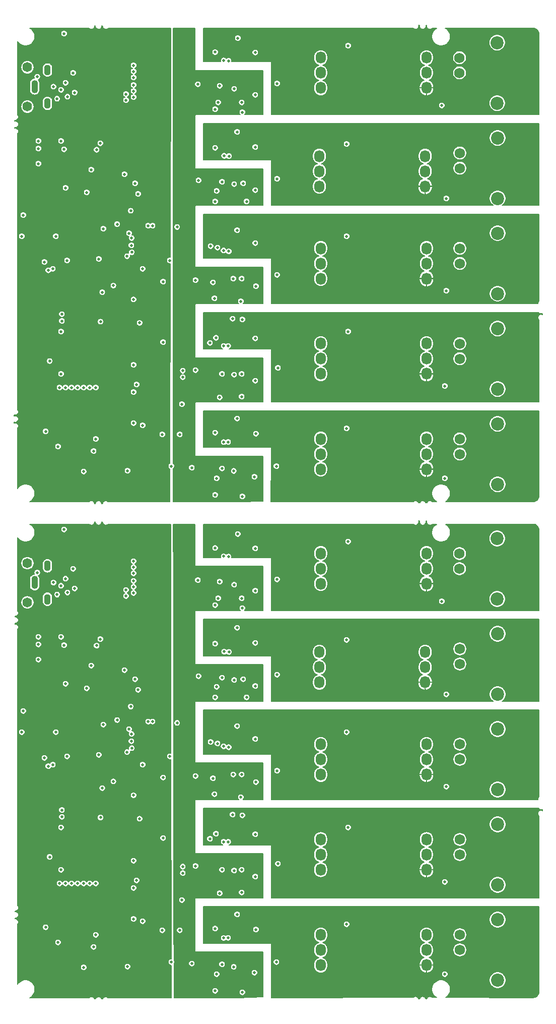
<source format=gbr>
G04 #@! TF.GenerationSoftware,KiCad,Pcbnew,(5.0.0)*
G04 #@! TF.CreationDate,2019-01-02T11:46:48-06:00*
G04 #@! TF.ProjectId,fk-atlas-v0.11-01x02,666B2D61746C61732D76302E31312D30,0.1*
G04 #@! TF.SameCoordinates,Original*
G04 #@! TF.FileFunction,Copper,L3,Inr,Signal*
G04 #@! TF.FilePolarity,Positive*
%FSLAX46Y46*%
G04 Gerber Fmt 4.6, Leading zero omitted, Abs format (unit mm)*
G04 Created by KiCad (PCBNEW (5.0.0)) date 01/02/19 11:46:48*
%MOMM*%
%LPD*%
G01*
G04 APERTURE LIST*
G04 #@! TA.AperFunction,ViaPad*
%ADD10C,1.727200*%
G04 #@! TD*
G04 #@! TA.AperFunction,ViaPad*
%ADD11C,2.200000*%
G04 #@! TD*
G04 #@! TA.AperFunction,ViaPad*
%ADD12O,1.727200X2.032000*%
G04 #@! TD*
G04 #@! TA.AperFunction,ViaPad*
%ADD13O,1.600000X1.651000*%
G04 #@! TD*
G04 #@! TA.AperFunction,ViaPad*
%ADD14O,1.100000X1.800000*%
G04 #@! TD*
G04 #@! TA.AperFunction,ViaPad*
%ADD15O,1.100000X2.200000*%
G04 #@! TD*
G04 #@! TA.AperFunction,ViaPad*
%ADD16C,0.500000*%
G04 #@! TD*
G04 #@! TA.AperFunction,Conductor*
%ADD17C,0.203200*%
G04 #@! TD*
G04 APERTURE END LIST*
D10*
G04 #@! TO.N,/isolated_atlas0/EC_PGND*
G04 #@! TO.C,J201*
X259131900Y-193597400D03*
G04 #@! TO.N,Net-(J201-Pad2)*
X259131900Y-196137400D03*
D11*
G04 #@! TO.N,N/C*
X265481900Y-191057400D03*
X265481900Y-201217400D03*
G04 #@! TD*
D10*
G04 #@! TO.N,/isolated_atlas4/ORP_PGND*
G04 #@! TO.C,J601*
X259195400Y-257605400D03*
G04 #@! TO.N,Net-(J601-Pad2)*
X259195400Y-260145400D03*
D11*
G04 #@! TO.N,N/C*
X265545400Y-255065400D03*
X265545400Y-265225400D03*
G04 #@! TD*
D12*
G04 #@! TO.N,/isolated_atlas3/ISO_SCL*
G04 #@! TO.C,U502*
X235806520Y-241595888D03*
G04 #@! TO.N,/isolated_atlas3/ISO_SDA*
X235806520Y-244135888D03*
G04 #@! TO.N,/isolated_atlas3/ISO_GND*
X235806520Y-246675888D03*
G04 #@! TO.N,/isolated_atlas3/DO_PGND*
X253586520Y-241595888D03*
G04 #@! TO.N,Net-(J501-Pad2)*
X253586520Y-244135888D03*
G04 #@! TO.N,/isolated_atlas3/ISO_VCC*
X253586520Y-246675888D03*
G04 #@! TD*
D10*
G04 #@! TO.N,/isolated_atlas3/DO_PGND*
G04 #@! TO.C,J501*
X259195400Y-241603400D03*
G04 #@! TO.N,Net-(J501-Pad2)*
X259195400Y-244143400D03*
D11*
G04 #@! TO.N,N/C*
X265545400Y-239063400D03*
X265545400Y-249223400D03*
G04 #@! TD*
D12*
G04 #@! TO.N,/isolated_atlas4/ISO_SCL*
G04 #@! TO.C,U602*
X235806520Y-257613388D03*
G04 #@! TO.N,/isolated_atlas4/ISO_SDA*
X235806520Y-260153388D03*
G04 #@! TO.N,/isolated_atlas4/ISO_GND*
X235806520Y-262693388D03*
G04 #@! TO.N,/isolated_atlas4/ORP_PGND*
X253586520Y-257613388D03*
G04 #@! TO.N,Net-(J601-Pad2)*
X253586520Y-260153388D03*
G04 #@! TO.N,/isolated_atlas4/ISO_VCC*
X253586520Y-262693388D03*
G04 #@! TD*
G04 #@! TO.N,/isolated_atlas0/ISO_SCL*
G04 #@! TO.C,U202*
X235812120Y-193563388D03*
G04 #@! TO.N,/isolated_atlas0/ISO_SDA*
X235812120Y-196103388D03*
G04 #@! TO.N,/isolated_atlas0/ISO_GND*
X235812120Y-198643388D03*
G04 #@! TO.N,/isolated_atlas0/EC_PGND*
X253592120Y-193563388D03*
G04 #@! TO.N,Net-(J201-Pad2)*
X253592120Y-196103388D03*
G04 #@! TO.N,/isolated_atlas0/ISO_VCC*
X253592120Y-198643388D03*
G04 #@! TD*
D10*
G04 #@! TO.N,/isolated_atlas1/RTD_PGND*
G04 #@! TO.C,J301*
X259195400Y-209599400D03*
G04 #@! TO.N,Net-(J301-Pad2)*
X259195400Y-212139400D03*
D11*
G04 #@! TO.N,N/C*
X265545400Y-207059400D03*
X265545400Y-217219400D03*
G04 #@! TD*
D12*
G04 #@! TO.N,/isolated_atlas2/ISO_SCL*
G04 #@! TO.C,U402*
X235812120Y-225609388D03*
G04 #@! TO.N,/isolated_atlas2/ISO_SDA*
X235812120Y-228149388D03*
G04 #@! TO.N,/isolated_atlas2/ISO_GND*
X235812120Y-230689388D03*
G04 #@! TO.N,/isolated_atlas2/PH_PGND*
X253592120Y-225609388D03*
G04 #@! TO.N,Net-(J401-Pad2)*
X253592120Y-228149388D03*
G04 #@! TO.N,/isolated_atlas2/ISO_VCC*
X253592120Y-230689388D03*
G04 #@! TD*
D13*
G04 #@! TO.N,*
G04 #@! TO.C,J9*
X186499900Y-195193400D03*
X186499900Y-201793400D03*
G04 #@! TD*
D10*
G04 #@! TO.N,/isolated_atlas2/PH_PGND*
G04 #@! TO.C,J401*
X259195400Y-225597400D03*
G04 #@! TO.N,Net-(J401-Pad2)*
X259195400Y-228137400D03*
D11*
G04 #@! TO.N,N/C*
X265545400Y-223057400D03*
X265545400Y-233217400D03*
G04 #@! TD*
D12*
G04 #@! TO.N,/isolated_atlas1/ISO_VCC*
G04 #@! TO.C,U302*
X253363520Y-215195388D03*
G04 #@! TO.N,Net-(J301-Pad2)*
X253363520Y-212655388D03*
G04 #@! TO.N,/isolated_atlas1/RTD_PGND*
X253363520Y-210115388D03*
G04 #@! TO.N,/isolated_atlas1/ISO_GND*
X235583520Y-215195388D03*
G04 #@! TO.N,/isolated_atlas1/ISO_SDA*
X235583520Y-212655388D03*
G04 #@! TO.N,/isolated_atlas1/ISO_SCL*
X235583520Y-210115388D03*
G04 #@! TD*
D14*
G04 #@! TO.N,Net-(C13-Pad1)*
G04 #@! TO.C,J2*
X189865400Y-195653400D03*
G04 #@! TO.N,Net-(J2-Pad7)*
X189865400Y-201253400D03*
D15*
G04 #@! TO.N,Net-(J2-Pad8)*
X187715400Y-198453400D03*
G04 #@! TD*
D13*
G04 #@! TO.N,*
G04 #@! TO.C,J9*
X186499900Y-118523400D03*
X186499900Y-111923400D03*
G04 #@! TD*
D15*
G04 #@! TO.N,Net-(J2-Pad8)*
G04 #@! TO.C,J2*
X187715400Y-115183400D03*
D14*
G04 #@! TO.N,Net-(J2-Pad7)*
X189865400Y-117983400D03*
G04 #@! TO.N,Net-(C13-Pad1)*
X189865400Y-112383400D03*
G04 #@! TD*
D12*
G04 #@! TO.N,/isolated_atlas1/ISO_SCL*
G04 #@! TO.C,U302*
X235583520Y-126845388D03*
G04 #@! TO.N,/isolated_atlas1/ISO_SDA*
X235583520Y-129385388D03*
G04 #@! TO.N,/isolated_atlas1/ISO_GND*
X235583520Y-131925388D03*
G04 #@! TO.N,/isolated_atlas1/RTD_PGND*
X253363520Y-126845388D03*
G04 #@! TO.N,Net-(J301-Pad2)*
X253363520Y-129385388D03*
G04 #@! TO.N,/isolated_atlas1/ISO_VCC*
X253363520Y-131925388D03*
G04 #@! TD*
G04 #@! TO.N,/isolated_atlas0/ISO_VCC*
G04 #@! TO.C,U202*
X253592120Y-115373388D03*
G04 #@! TO.N,Net-(J201-Pad2)*
X253592120Y-112833388D03*
G04 #@! TO.N,/isolated_atlas0/EC_PGND*
X253592120Y-110293388D03*
G04 #@! TO.N,/isolated_atlas0/ISO_GND*
X235812120Y-115373388D03*
G04 #@! TO.N,/isolated_atlas0/ISO_SDA*
X235812120Y-112833388D03*
G04 #@! TO.N,/isolated_atlas0/ISO_SCL*
X235812120Y-110293388D03*
G04 #@! TD*
G04 #@! TO.N,/isolated_atlas2/ISO_VCC*
G04 #@! TO.C,U402*
X253592120Y-147419388D03*
G04 #@! TO.N,Net-(J401-Pad2)*
X253592120Y-144879388D03*
G04 #@! TO.N,/isolated_atlas2/PH_PGND*
X253592120Y-142339388D03*
G04 #@! TO.N,/isolated_atlas2/ISO_GND*
X235812120Y-147419388D03*
G04 #@! TO.N,/isolated_atlas2/ISO_SDA*
X235812120Y-144879388D03*
G04 #@! TO.N,/isolated_atlas2/ISO_SCL*
X235812120Y-142339388D03*
G04 #@! TD*
G04 #@! TO.N,/isolated_atlas3/ISO_VCC*
G04 #@! TO.C,U502*
X253586520Y-163405888D03*
G04 #@! TO.N,Net-(J501-Pad2)*
X253586520Y-160865888D03*
G04 #@! TO.N,/isolated_atlas3/DO_PGND*
X253586520Y-158325888D03*
G04 #@! TO.N,/isolated_atlas3/ISO_GND*
X235806520Y-163405888D03*
G04 #@! TO.N,/isolated_atlas3/ISO_SDA*
X235806520Y-160865888D03*
G04 #@! TO.N,/isolated_atlas3/ISO_SCL*
X235806520Y-158325888D03*
G04 #@! TD*
G04 #@! TO.N,/isolated_atlas4/ISO_VCC*
G04 #@! TO.C,U602*
X253586520Y-179423388D03*
G04 #@! TO.N,Net-(J601-Pad2)*
X253586520Y-176883388D03*
G04 #@! TO.N,/isolated_atlas4/ORP_PGND*
X253586520Y-174343388D03*
G04 #@! TO.N,/isolated_atlas4/ISO_GND*
X235806520Y-179423388D03*
G04 #@! TO.N,/isolated_atlas4/ISO_SDA*
X235806520Y-176883388D03*
G04 #@! TO.N,/isolated_atlas4/ISO_SCL*
X235806520Y-174343388D03*
G04 #@! TD*
D11*
G04 #@! TO.N,N/C*
G04 #@! TO.C,J601*
X265545400Y-181955400D03*
X265545400Y-171795400D03*
D10*
G04 #@! TO.N,Net-(J601-Pad2)*
X259195400Y-176875400D03*
G04 #@! TO.N,/isolated_atlas4/ORP_PGND*
X259195400Y-174335400D03*
G04 #@! TD*
D11*
G04 #@! TO.N,N/C*
G04 #@! TO.C,J501*
X265545400Y-165953400D03*
X265545400Y-155793400D03*
D10*
G04 #@! TO.N,Net-(J501-Pad2)*
X259195400Y-160873400D03*
G04 #@! TO.N,/isolated_atlas3/DO_PGND*
X259195400Y-158333400D03*
G04 #@! TD*
D11*
G04 #@! TO.N,N/C*
G04 #@! TO.C,J301*
X265545400Y-133949400D03*
X265545400Y-123789400D03*
D10*
G04 #@! TO.N,Net-(J301-Pad2)*
X259195400Y-128869400D03*
G04 #@! TO.N,/isolated_atlas1/RTD_PGND*
X259195400Y-126329400D03*
G04 #@! TD*
D11*
G04 #@! TO.N,N/C*
G04 #@! TO.C,J401*
X265545400Y-149947400D03*
X265545400Y-139787400D03*
D10*
G04 #@! TO.N,Net-(J401-Pad2)*
X259195400Y-144867400D03*
G04 #@! TO.N,/isolated_atlas2/PH_PGND*
X259195400Y-142327400D03*
G04 #@! TD*
D11*
G04 #@! TO.N,N/C*
G04 #@! TO.C,J201*
X265481900Y-117947400D03*
X265481900Y-107787400D03*
D10*
G04 #@! TO.N,Net-(J201-Pad2)*
X259131900Y-112867400D03*
G04 #@! TO.N,/isolated_atlas0/EC_PGND*
X259131900Y-110327400D03*
G04 #@! TD*
D16*
G04 #@! TO.N,GND*
X204347400Y-166461400D03*
X222635400Y-183987400D03*
X218063400Y-183733400D03*
X224667400Y-180685400D03*
X204347400Y-161889400D03*
X191647400Y-175605400D03*
X188345400Y-124297400D03*
X188345400Y-125567400D03*
X188345400Y-128107400D03*
X189361400Y-144617400D03*
X185551400Y-140299400D03*
X185805400Y-136743400D03*
X193171400Y-144363400D03*
X224921400Y-148681400D03*
X221111400Y-147411400D03*
X198505400Y-144109400D03*
X199267400Y-139029400D03*
X203585400Y-139791400D03*
X205109400Y-133187400D03*
X202823400Y-129885400D03*
X204601400Y-131409400D03*
X192663400Y-106263400D03*
X192917400Y-132171400D03*
X196473400Y-132933400D03*
X204347400Y-111597400D03*
X204347400Y-112613400D03*
X204347400Y-113629400D03*
X204347400Y-114899400D03*
X204347400Y-115915400D03*
X204347400Y-116931400D03*
X203077400Y-116423400D03*
X203077400Y-117439400D03*
X194441400Y-116169400D03*
X224794400Y-116550400D03*
X222517600Y-117820400D03*
X218571400Y-117820400D03*
X222762400Y-131409400D03*
X224794400Y-132552400D03*
X218317400Y-132679400D03*
X217936400Y-150713400D03*
X222508400Y-147411400D03*
X222508400Y-163413400D03*
X221238400Y-163540400D03*
X222508400Y-167223400D03*
X218825400Y-167350400D03*
X224794400Y-164556400D03*
X212606490Y-163967849D03*
X212606490Y-162878689D03*
X203966400Y-141823400D03*
X210443400Y-144363400D03*
X191484268Y-117200965D03*
X188154900Y-113502400D03*
X209300400Y-158079400D03*
X205363400Y-154840900D03*
X204347400Y-150903900D03*
X192155400Y-156301400D03*
X196981400Y-165699400D03*
X195965400Y-165699400D03*
X194949400Y-165699400D03*
X193933400Y-165699400D03*
X191901400Y-165699400D03*
X192917400Y-165699400D03*
X197997400Y-165699400D03*
X204347400Y-171668400D03*
X221243143Y-115535348D03*
X221243143Y-131537348D03*
X222381400Y-151221400D03*
X218063400Y-134457400D03*
X223333998Y-134457400D03*
X222635400Y-119471400D03*
X218063400Y-118963400D03*
X221186935Y-179707167D03*
X218317400Y-180939400D03*
X212094400Y-173573400D03*
X209173400Y-173573400D03*
X197616400Y-176367400D03*
X195965400Y-179796400D03*
X191266400Y-140299400D03*
X217936400Y-233983400D03*
X188345400Y-208837400D03*
X199267400Y-222299400D03*
X204347400Y-194867400D03*
X203077400Y-200709400D03*
X210443400Y-227633400D03*
X191484268Y-200470965D03*
X188154900Y-196772400D03*
X205363400Y-238110900D03*
X221111400Y-230681400D03*
X204347400Y-199185400D03*
X218571400Y-201090400D03*
X191647400Y-258875400D03*
X185805400Y-220013400D03*
X218317400Y-215949400D03*
X218825400Y-250620400D03*
X204347400Y-234173900D03*
X196473400Y-216203400D03*
X221238400Y-246810400D03*
X209300400Y-241349400D03*
X192155400Y-239571400D03*
X204347400Y-195883400D03*
X198505400Y-227379400D03*
X203077400Y-199693400D03*
X195965400Y-248969400D03*
X204347400Y-249731400D03*
X192917400Y-215441400D03*
X205109400Y-216457400D03*
X202823400Y-213155400D03*
X192663400Y-189533400D03*
X196981400Y-248969400D03*
X212606490Y-247237849D03*
X194949400Y-248969400D03*
X218063400Y-267003400D03*
X188345400Y-207567400D03*
X189361400Y-227887400D03*
X204347400Y-245159400D03*
X204347400Y-196899400D03*
X222762400Y-214679400D03*
X188345400Y-211377400D03*
X224794400Y-247826400D03*
X203585400Y-223061400D03*
X185551400Y-223569400D03*
X224667400Y-263955400D03*
X204601400Y-214679400D03*
X204347400Y-200201400D03*
X194441400Y-199439400D03*
X222508400Y-246683400D03*
X224921400Y-231951400D03*
X212606490Y-246148689D03*
X193171400Y-227633400D03*
X204347400Y-198169400D03*
X224794400Y-199820400D03*
X224794400Y-215822400D03*
X222508400Y-250493400D03*
X203966400Y-225093400D03*
X222635400Y-267257400D03*
X222508400Y-230681400D03*
X222517600Y-201090400D03*
X191901400Y-248969400D03*
X221243143Y-214807348D03*
X197997400Y-248969400D03*
X218317400Y-264209400D03*
X222635400Y-202741400D03*
X218063400Y-202233400D03*
X222381400Y-234491400D03*
X209173400Y-256843400D03*
X223333998Y-217727400D03*
X204347400Y-254938400D03*
X218063400Y-217727400D03*
X191266400Y-223569400D03*
X221186935Y-262977167D03*
X193933400Y-248969400D03*
X221243143Y-198805348D03*
X192917400Y-248969400D03*
X212094400Y-256843400D03*
X197616400Y-259637400D03*
X195965400Y-263066400D03*
G04 #@! TO.N,/SWCLK*
X192155400Y-124297400D03*
X203864800Y-136006800D03*
X203864800Y-219276800D03*
X192155400Y-207567400D03*
G04 #@! TO.N,/SWDIO*
X192663400Y-125694400D03*
X201578800Y-138267400D03*
X192663400Y-208964400D03*
X201578800Y-221537400D03*
G04 #@! TO.N,3V3*
X191647400Y-176875400D03*
X189361400Y-148173400D03*
X188853400Y-123027400D03*
X196219400Y-145379400D03*
X191393400Y-132679400D03*
X188853400Y-133949400D03*
X208919400Y-141569400D03*
X202823400Y-139029400D03*
X205109400Y-136743400D03*
X200791400Y-123154400D03*
X202061400Y-123154400D03*
X203331400Y-123154400D03*
X204601400Y-123154400D03*
X205871400Y-123154400D03*
X205871400Y-124424400D03*
X204601400Y-124424400D03*
X203331400Y-124424400D03*
X202061400Y-124424400D03*
X200791400Y-124424400D03*
X206035175Y-143003175D03*
X209554400Y-151348400D03*
X209617900Y-166143900D03*
X210189400Y-161952900D03*
X191901400Y-167223400D03*
X192917400Y-167223400D03*
X193933400Y-167223400D03*
X194949400Y-167223400D03*
X195965400Y-167223400D03*
X196981400Y-167223400D03*
X197997400Y-167223400D03*
X207141400Y-174208400D03*
X207522400Y-166118500D03*
X192409400Y-179796400D03*
X197489400Y-175351400D03*
X192409400Y-263066400D03*
X188853400Y-206297400D03*
X203331400Y-207694400D03*
X203331400Y-206424400D03*
X196219400Y-228649400D03*
X206035175Y-226273175D03*
X205109400Y-220013400D03*
X192917400Y-250493400D03*
X193933400Y-250493400D03*
X207522400Y-249388500D03*
X197997400Y-250493400D03*
X188853400Y-217219400D03*
X202061400Y-206424400D03*
X205871400Y-207694400D03*
X200791400Y-207694400D03*
X194949400Y-250493400D03*
X196981400Y-250493400D03*
X204601400Y-207694400D03*
X205871400Y-206424400D03*
X210189400Y-245222900D03*
X191901400Y-250493400D03*
X207141400Y-257478400D03*
X191393400Y-215949400D03*
X208919400Y-224839400D03*
X197489400Y-258621400D03*
X202061400Y-207694400D03*
X189361400Y-231443400D03*
X204601400Y-206424400D03*
X191647400Y-260145400D03*
X202823400Y-222299400D03*
X200791400Y-206424400D03*
X209554400Y-234618400D03*
X209617900Y-249413900D03*
X195965400Y-250493400D03*
G04 #@! TO.N,/RESET*
X197235400Y-129123400D03*
X204017200Y-140604200D03*
X204017200Y-223874200D03*
X197235400Y-212393400D03*
G04 #@! TO.N,/USB-*
X198759400Y-124678400D03*
X203255200Y-143652200D03*
X192917400Y-114533400D03*
X192917400Y-197803400D03*
X203255200Y-226922200D03*
X198759400Y-207948400D03*
G04 #@! TO.N,/USB+*
X204042600Y-142991800D03*
X198120410Y-125770600D03*
X190885400Y-115183400D03*
X198120410Y-209040600D03*
X190885400Y-198453400D03*
X204042600Y-226261800D03*
G04 #@! TO.N,/D30*
X192282400Y-153380400D03*
X207522400Y-138521400D03*
X207522400Y-221791400D03*
X192282400Y-236650400D03*
G04 #@! TO.N,/D31*
X192282400Y-154523400D03*
X206785800Y-138521400D03*
X192282400Y-237793400D03*
X206785800Y-221791400D03*
G04 #@! TO.N,VUSB*
X194187400Y-112867400D03*
X194187400Y-196137400D03*
G04 #@! TO.N,/SDA2*
X203331400Y-179669400D03*
X189551900Y-173065400D03*
X197997400Y-174335400D03*
X189551900Y-256335400D03*
X203331400Y-262939400D03*
X197997400Y-257605400D03*
G04 #@! TO.N,/PERIPH_3V3*
X204855400Y-165191400D03*
X204855400Y-248461400D03*
G04 #@! TO.N,/SCL1*
X205871400Y-145760400D03*
X209300400Y-147919400D03*
X217682400Y-148046400D03*
X219206400Y-131155400D03*
X219206400Y-163413400D03*
X219206400Y-179288400D03*
X218825400Y-115026400D03*
X210697402Y-178907400D03*
X215142400Y-114772400D03*
X214761400Y-147665400D03*
X214761400Y-162778400D03*
X214126400Y-179161400D03*
X215269400Y-130905401D03*
X205871400Y-229030400D03*
X209300400Y-231189400D03*
X219206400Y-214425400D03*
X219206400Y-246683400D03*
X219206400Y-262558400D03*
X218825400Y-198296400D03*
X215142400Y-198042400D03*
X217682400Y-231316400D03*
X210697402Y-262177400D03*
X214761400Y-230935400D03*
X214761400Y-246048400D03*
X214126400Y-262431400D03*
X215269400Y-214175401D03*
G04 #@! TO.N,/isolated_atlas0/ISO_GND*
X218063400Y-109375800D03*
X221873400Y-107025400D03*
X228477400Y-114645400D03*
X224794400Y-109438400D03*
X240415400Y-108295400D03*
X256163400Y-118328400D03*
X256163400Y-201598400D03*
X221873400Y-190295400D03*
X240415400Y-191565400D03*
X218063400Y-192645800D03*
X228477400Y-197915400D03*
X224794400Y-192708400D03*
G04 #@! TO.N,/isolated_atlas1/ISO_GND*
X218063400Y-125440400D03*
X224794400Y-125313400D03*
X221746400Y-122773400D03*
X228477400Y-130647400D03*
X240161400Y-124805400D03*
X256925400Y-133949400D03*
X224794400Y-208583400D03*
X256925400Y-217219400D03*
X228477400Y-213917400D03*
X221746400Y-206043400D03*
X218063400Y-208710400D03*
X240161400Y-208075400D03*
G04 #@! TO.N,/isolated_atlas2/ISO_GND*
X221746400Y-139283400D03*
X217301400Y-141950400D03*
X218444400Y-142204400D03*
X224794400Y-141442400D03*
X228477400Y-146776400D03*
X256925400Y-149443400D03*
X240161400Y-140299400D03*
X221746400Y-222553400D03*
X240161400Y-223569400D03*
X256925400Y-232713400D03*
X228477400Y-230046400D03*
X224794400Y-224712400D03*
X218444400Y-225474400D03*
X217301400Y-225220400D03*
G04 #@! TO.N,/isolated_atlas3/ISO_GND*
X217174400Y-158206400D03*
X228604400Y-162397400D03*
X240415400Y-156301400D03*
X256671400Y-165445400D03*
X224794400Y-157444400D03*
X218190400Y-157356400D03*
X220984400Y-154142400D03*
X222635400Y-154269400D03*
X256671400Y-248715400D03*
X222635400Y-237539400D03*
X240415400Y-239571400D03*
X218190400Y-240626400D03*
X224794400Y-240714400D03*
X220984400Y-237412400D03*
X228604400Y-245667400D03*
X217174400Y-241476400D03*
G04 #@! TO.N,/isolated_atlas4/ISO_GND*
X228350400Y-178907400D03*
X224921400Y-173446400D03*
X221746400Y-170906400D03*
X218063400Y-173280400D03*
X240161400Y-172557400D03*
X256671400Y-180939400D03*
X224921400Y-256716400D03*
X221746400Y-254176400D03*
X218063400Y-256550400D03*
X240161400Y-255827400D03*
X228350400Y-262177400D03*
X256671400Y-264209400D03*
G04 #@! TO.N,/isolated_atlas0/ISO_VCC*
X217809400Y-107354000D03*
X225429400Y-107025400D03*
X231906400Y-109438400D03*
X231906400Y-114899400D03*
X231906400Y-198169400D03*
X217809400Y-190624000D03*
X225429400Y-190295400D03*
X231906400Y-192708400D03*
G04 #@! TO.N,/isolated_atlas1/ISO_VCC*
X217936400Y-123408400D03*
X231906400Y-128996400D03*
X248797400Y-129631400D03*
X225429400Y-122773400D03*
X231906400Y-212266400D03*
X217936400Y-206678400D03*
X248797400Y-212901400D03*
X225429400Y-206043400D03*
G04 #@! TO.N,/isolated_atlas2/ISO_VCC*
X218063400Y-139410400D03*
X231906400Y-141315400D03*
X231906400Y-146522400D03*
X225175400Y-139283400D03*
X225175400Y-222553400D03*
X231906400Y-229792400D03*
X231906400Y-224585400D03*
X218063400Y-222680400D03*
G04 #@! TO.N,/isolated_atlas3/ISO_VCC*
X218190400Y-155285400D03*
X232033400Y-156809400D03*
X232033400Y-162397400D03*
X225175400Y-155031400D03*
X232033400Y-240079400D03*
X225175400Y-238301400D03*
X218190400Y-238555400D03*
X232033400Y-245667400D03*
G04 #@! TO.N,/isolated_atlas4/ISO_VCC*
X231906400Y-178272400D03*
X231779400Y-173065400D03*
X218063400Y-171160400D03*
X225556400Y-171033400D03*
X218063400Y-254430400D03*
X231906400Y-261542400D03*
X231779400Y-256335400D03*
X225556400Y-254303400D03*
G04 #@! TO.N,/isolated_atlas0/ISO_SCL*
X219511200Y-110784600D03*
X219511200Y-194054600D03*
G04 #@! TO.N,/isolated_atlas0/ISO_SDA*
X220298600Y-110831300D03*
X220298600Y-194101300D03*
G04 #@! TO.N,/isolated_atlas1/ISO_SCL*
X219562000Y-126786600D03*
X219562000Y-210056600D03*
G04 #@! TO.N,/isolated_atlas1/ISO_SDA*
X220374800Y-126831300D03*
X220374800Y-210101300D03*
G04 #@! TO.N,/isolated_atlas2/ISO_SCL*
X219460400Y-142687000D03*
X219460400Y-225957000D03*
G04 #@! TO.N,/isolated_atlas2/ISO_SDA*
X220349400Y-142831300D03*
X220349400Y-226101300D03*
G04 #@! TO.N,/isolated_atlas3/ISO_SCL*
X219485800Y-158714400D03*
X219485800Y-241984400D03*
G04 #@! TO.N,/isolated_atlas3/ISO_SDA*
X220247800Y-158714400D03*
X220247800Y-241984400D03*
G04 #@! TO.N,/isolated_atlas4/ISO_SCL*
X219485800Y-174868800D03*
X219485800Y-258138800D03*
G04 #@! TO.N,/isolated_atlas4/ISO_SDA*
X220222400Y-174843400D03*
X220222400Y-258113400D03*
G04 #@! TO.N,Net-(J2-Pad4)*
X211662600Y-138750000D03*
X193223989Y-116856989D03*
X192155400Y-115712810D03*
X211662600Y-222020000D03*
X193223989Y-200126989D03*
X192155400Y-198982810D03*
G04 #@! TO.N,/A2*
X200943800Y-148579800D03*
X200943800Y-231849800D03*
G04 #@! TO.N,/SCL3*
X192155400Y-163413400D03*
X190758400Y-145760400D03*
X192155400Y-246683400D03*
X190758400Y-229030400D03*
G04 #@! TO.N,/SDA3*
X190229000Y-161254400D03*
X189996400Y-146014400D03*
X190229000Y-244524400D03*
X189996400Y-229284400D03*
G04 #@! TO.N,VCC*
X224413400Y-183987400D03*
X219841400Y-183987400D03*
X224159400Y-167096400D03*
X220564400Y-167164400D03*
X212475400Y-165127900D03*
X211649900Y-166778900D03*
X212983400Y-170906400D03*
X220603400Y-115407400D03*
X223905400Y-115407400D03*
X224667400Y-118963400D03*
X221111400Y-118963400D03*
X221365400Y-134457400D03*
X225175400Y-134203400D03*
X223651400Y-131409400D03*
X220603400Y-131409400D03*
X224921400Y-150713400D03*
X220603400Y-151221400D03*
X220349400Y-147157400D03*
X223905400Y-147411400D03*
X220603400Y-179415400D03*
X223651400Y-179669400D03*
X215904400Y-118836400D03*
X215523400Y-150293400D03*
X215650400Y-165660400D03*
X215523400Y-182082400D03*
X215523400Y-133910400D03*
X215904400Y-202106400D03*
X220564400Y-250434400D03*
X224413400Y-267257400D03*
X223905400Y-198677400D03*
X220603400Y-234491400D03*
X225175400Y-217473400D03*
X212475400Y-248397900D03*
X223905400Y-230681400D03*
X224667400Y-202233400D03*
X212983400Y-254176400D03*
X220603400Y-214679400D03*
X220349400Y-230427400D03*
X223651400Y-262939400D03*
X215523400Y-233563400D03*
X215523400Y-217180400D03*
X220603400Y-198677400D03*
X221111400Y-202233400D03*
X224921400Y-233983400D03*
X215650400Y-248930400D03*
X224159400Y-250366400D03*
X219841400Y-267257400D03*
X221365400Y-217727400D03*
X220603400Y-262685400D03*
X215523400Y-265352400D03*
X211649900Y-250048900D03*
X223651400Y-214679400D03*
G04 #@! TO.N,Net-(R12-Pad1)*
X205871400Y-172049400D03*
X212475400Y-168493400D03*
X205871400Y-255319400D03*
X212475400Y-251763400D03*
G04 #@! TO.N,/D5_FLASH_CS*
X199076900Y-149697400D03*
X198784800Y-154637700D03*
X199076900Y-232967400D03*
X198784800Y-237907700D03*
G04 #@! TD*
D17*
G04 #@! TO.N,/isolated_atlas2/ISO_VCC*
G36*
X272471401Y-151159794D02*
X272420459Y-151210736D01*
X272359743Y-151301604D01*
X272317921Y-151402571D01*
X272296600Y-151509757D01*
X272296600Y-151619043D01*
X272298342Y-151627800D01*
X227563000Y-151627800D01*
X227563000Y-149388757D01*
X256370600Y-149388757D01*
X256370600Y-149498043D01*
X256391921Y-149605229D01*
X256433743Y-149706196D01*
X256494459Y-149797064D01*
X256571736Y-149874341D01*
X256662604Y-149935057D01*
X256763571Y-149976879D01*
X256870757Y-149998200D01*
X256980043Y-149998200D01*
X257087229Y-149976879D01*
X257188196Y-149935057D01*
X257279064Y-149874341D01*
X257344366Y-149809039D01*
X264140600Y-149809039D01*
X264140600Y-150085761D01*
X264194586Y-150357165D01*
X264300483Y-150612822D01*
X264454221Y-150842908D01*
X264649892Y-151038579D01*
X264879978Y-151192317D01*
X265135635Y-151298214D01*
X265407039Y-151352200D01*
X265683761Y-151352200D01*
X265955165Y-151298214D01*
X266210822Y-151192317D01*
X266440908Y-151038579D01*
X266636579Y-150842908D01*
X266790317Y-150612822D01*
X266896214Y-150357165D01*
X266950200Y-150085761D01*
X266950200Y-149809039D01*
X266896214Y-149537635D01*
X266790317Y-149281978D01*
X266636579Y-149051892D01*
X266440908Y-148856221D01*
X266210822Y-148702483D01*
X265955165Y-148596586D01*
X265683761Y-148542600D01*
X265407039Y-148542600D01*
X265135635Y-148596586D01*
X264879978Y-148702483D01*
X264649892Y-148856221D01*
X264454221Y-149051892D01*
X264300483Y-149281978D01*
X264194586Y-149537635D01*
X264140600Y-149809039D01*
X257344366Y-149809039D01*
X257356341Y-149797064D01*
X257417057Y-149706196D01*
X257458879Y-149605229D01*
X257480200Y-149498043D01*
X257480200Y-149388757D01*
X257458879Y-149281571D01*
X257417057Y-149180604D01*
X257356341Y-149089736D01*
X257279064Y-149012459D01*
X257188196Y-148951743D01*
X257087229Y-148909921D01*
X256980043Y-148888600D01*
X256870757Y-148888600D01*
X256763571Y-148909921D01*
X256662604Y-148951743D01*
X256571736Y-149012459D01*
X256494459Y-149089736D01*
X256433743Y-149180604D01*
X256391921Y-149281571D01*
X256370600Y-149388757D01*
X227563000Y-149388757D01*
X227563000Y-146721757D01*
X227922600Y-146721757D01*
X227922600Y-146831043D01*
X227943921Y-146938229D01*
X227985743Y-147039196D01*
X228046459Y-147130064D01*
X228123736Y-147207341D01*
X228214604Y-147268057D01*
X228315571Y-147309879D01*
X228422757Y-147331200D01*
X228532043Y-147331200D01*
X228639229Y-147309879D01*
X228740196Y-147268057D01*
X228831064Y-147207341D01*
X228908341Y-147130064D01*
X228969057Y-147039196D01*
X229010879Y-146938229D01*
X229032200Y-146831043D01*
X229032200Y-146721757D01*
X229010879Y-146614571D01*
X228969057Y-146513604D01*
X228908341Y-146422736D01*
X228831064Y-146345459D01*
X228740196Y-146284743D01*
X228639229Y-146242921D01*
X228532043Y-146221600D01*
X228422757Y-146221600D01*
X228315571Y-146242921D01*
X228214604Y-146284743D01*
X228123736Y-146345459D01*
X228046459Y-146422736D01*
X227985743Y-146513604D01*
X227943921Y-146614571D01*
X227922600Y-146721757D01*
X227563000Y-146721757D01*
X227563000Y-144109400D01*
X227561048Y-144089579D01*
X227555266Y-144070519D01*
X227545877Y-144052954D01*
X227533242Y-144037558D01*
X227517846Y-144024923D01*
X227500281Y-144015534D01*
X227481221Y-144009752D01*
X227461400Y-144007800D01*
X216133000Y-144007800D01*
X216133000Y-141895757D01*
X216746600Y-141895757D01*
X216746600Y-142005043D01*
X216767921Y-142112229D01*
X216809743Y-142213196D01*
X216870459Y-142304064D01*
X216947736Y-142381341D01*
X217038604Y-142442057D01*
X217139571Y-142483879D01*
X217246757Y-142505200D01*
X217356043Y-142505200D01*
X217463229Y-142483879D01*
X217564196Y-142442057D01*
X217655064Y-142381341D01*
X217732341Y-142304064D01*
X217793057Y-142213196D01*
X217819334Y-142149757D01*
X217889600Y-142149757D01*
X217889600Y-142259043D01*
X217910921Y-142366229D01*
X217952743Y-142467196D01*
X218013459Y-142558064D01*
X218090736Y-142635341D01*
X218181604Y-142696057D01*
X218282571Y-142737879D01*
X218389757Y-142759200D01*
X218499043Y-142759200D01*
X218606229Y-142737879D01*
X218707196Y-142696057D01*
X218798064Y-142635341D01*
X218801048Y-142632357D01*
X218905600Y-142632357D01*
X218905600Y-142741643D01*
X218926921Y-142848829D01*
X218968743Y-142949796D01*
X219029459Y-143040664D01*
X219106736Y-143117941D01*
X219197604Y-143178657D01*
X219298571Y-143220479D01*
X219405757Y-143241800D01*
X219515043Y-143241800D01*
X219622229Y-143220479D01*
X219723196Y-143178657D01*
X219814064Y-143117941D01*
X219851934Y-143080071D01*
X219857743Y-143094096D01*
X219918459Y-143184964D01*
X219995736Y-143262241D01*
X220086604Y-143322957D01*
X220187571Y-143364779D01*
X220294757Y-143386100D01*
X220404043Y-143386100D01*
X220511229Y-143364779D01*
X220612196Y-143322957D01*
X220703064Y-143262241D01*
X220780341Y-143184964D01*
X220841057Y-143094096D01*
X220882879Y-142993129D01*
X220904200Y-142885943D01*
X220904200Y-142776657D01*
X220882879Y-142669471D01*
X220841057Y-142568504D01*
X220780341Y-142477636D01*
X220703064Y-142400359D01*
X220612196Y-142339643D01*
X220511229Y-142297821D01*
X220404043Y-142276500D01*
X220294757Y-142276500D01*
X220187571Y-142297821D01*
X220086604Y-142339643D01*
X219995736Y-142400359D01*
X219957866Y-142438229D01*
X219952057Y-142424204D01*
X219891341Y-142333336D01*
X219814064Y-142256059D01*
X219723196Y-142195343D01*
X219622229Y-142153521D01*
X219515043Y-142132200D01*
X219405757Y-142132200D01*
X219298571Y-142153521D01*
X219197604Y-142195343D01*
X219106736Y-142256059D01*
X219029459Y-142333336D01*
X218968743Y-142424204D01*
X218926921Y-142525171D01*
X218905600Y-142632357D01*
X218801048Y-142632357D01*
X218875341Y-142558064D01*
X218936057Y-142467196D01*
X218977879Y-142366229D01*
X218999200Y-142259043D01*
X218999200Y-142149757D01*
X218995190Y-142129593D01*
X234643720Y-142129593D01*
X234643720Y-142549184D01*
X234660626Y-142720834D01*
X234727436Y-142941079D01*
X234835932Y-143144057D01*
X234981940Y-143321969D01*
X235159852Y-143467977D01*
X235362830Y-143576472D01*
X235471340Y-143609388D01*
X235362829Y-143642304D01*
X235159851Y-143750799D01*
X234981939Y-143896807D01*
X234835931Y-144074720D01*
X234727436Y-144277698D01*
X234660626Y-144497943D01*
X234643720Y-144669593D01*
X234643720Y-145089184D01*
X234660626Y-145260834D01*
X234727436Y-145481079D01*
X234835932Y-145684057D01*
X234981940Y-145861969D01*
X235159852Y-146007977D01*
X235362830Y-146116472D01*
X235471340Y-146149388D01*
X235362829Y-146182304D01*
X235159851Y-146290799D01*
X234981939Y-146436807D01*
X234835931Y-146614720D01*
X234727436Y-146817698D01*
X234660626Y-147037943D01*
X234643720Y-147209593D01*
X234643720Y-147629184D01*
X234660626Y-147800834D01*
X234727436Y-148021079D01*
X234835932Y-148224057D01*
X234981940Y-148401969D01*
X235159852Y-148547977D01*
X235362830Y-148656472D01*
X235583075Y-148723282D01*
X235812120Y-148745841D01*
X236041166Y-148723282D01*
X236261411Y-148656472D01*
X236464389Y-148547977D01*
X236642301Y-148401969D01*
X236788309Y-148224056D01*
X236896804Y-148021078D01*
X236963614Y-147800833D01*
X236980520Y-147629183D01*
X236980520Y-147444788D01*
X252372920Y-147444788D01*
X252372920Y-147597188D01*
X252401302Y-147834554D01*
X252475446Y-148061822D01*
X252592503Y-148270258D01*
X252747975Y-148451853D01*
X252935887Y-148599627D01*
X253149018Y-148707902D01*
X253376349Y-148771742D01*
X253566720Y-148701803D01*
X253566720Y-147444788D01*
X253617520Y-147444788D01*
X253617520Y-148701803D01*
X253807891Y-148771742D01*
X254035222Y-148707902D01*
X254248353Y-148599627D01*
X254436265Y-148451853D01*
X254591737Y-148270258D01*
X254708794Y-148061822D01*
X254782938Y-147834554D01*
X254811320Y-147597188D01*
X254811320Y-147444788D01*
X253617520Y-147444788D01*
X253566720Y-147444788D01*
X252372920Y-147444788D01*
X236980520Y-147444788D01*
X236980520Y-147241588D01*
X252372920Y-147241588D01*
X252372920Y-147393988D01*
X253566720Y-147393988D01*
X253566720Y-147373988D01*
X253617520Y-147373988D01*
X253617520Y-147393988D01*
X254811320Y-147393988D01*
X254811320Y-147241588D01*
X254782938Y-147004222D01*
X254708794Y-146776954D01*
X254591737Y-146568518D01*
X254436265Y-146386923D01*
X254248353Y-146239149D01*
X254035222Y-146130874D01*
X254013782Y-146124853D01*
X254041411Y-146116472D01*
X254244389Y-146007977D01*
X254422301Y-145861969D01*
X254568309Y-145684056D01*
X254676804Y-145481078D01*
X254743614Y-145260833D01*
X254760520Y-145089183D01*
X254760520Y-144752323D01*
X258027000Y-144752323D01*
X258027000Y-144982477D01*
X258071901Y-145208210D01*
X258159978Y-145420845D01*
X258287845Y-145612211D01*
X258450589Y-145774955D01*
X258641955Y-145902822D01*
X258854590Y-145990899D01*
X259080323Y-146035800D01*
X259310477Y-146035800D01*
X259536210Y-145990899D01*
X259748845Y-145902822D01*
X259940211Y-145774955D01*
X260102955Y-145612211D01*
X260230822Y-145420845D01*
X260318899Y-145208210D01*
X260363800Y-144982477D01*
X260363800Y-144752323D01*
X260318899Y-144526590D01*
X260230822Y-144313955D01*
X260102955Y-144122589D01*
X259940211Y-143959845D01*
X259748845Y-143831978D01*
X259536210Y-143743901D01*
X259310477Y-143699000D01*
X259080323Y-143699000D01*
X258854590Y-143743901D01*
X258641955Y-143831978D01*
X258450589Y-143959845D01*
X258287845Y-144122589D01*
X258159978Y-144313955D01*
X258071901Y-144526590D01*
X258027000Y-144752323D01*
X254760520Y-144752323D01*
X254760520Y-144669592D01*
X254743614Y-144497942D01*
X254676804Y-144277697D01*
X254568309Y-144074719D01*
X254422301Y-143896807D01*
X254244388Y-143750799D01*
X254041410Y-143642304D01*
X253932900Y-143609388D01*
X254041411Y-143576472D01*
X254244389Y-143467977D01*
X254422301Y-143321969D01*
X254568309Y-143144056D01*
X254676804Y-142941078D01*
X254743614Y-142720833D01*
X254760520Y-142549183D01*
X254760520Y-142212323D01*
X258027000Y-142212323D01*
X258027000Y-142442477D01*
X258071901Y-142668210D01*
X258159978Y-142880845D01*
X258287845Y-143072211D01*
X258450589Y-143234955D01*
X258641955Y-143362822D01*
X258854590Y-143450899D01*
X259080323Y-143495800D01*
X259310477Y-143495800D01*
X259536210Y-143450899D01*
X259748845Y-143362822D01*
X259940211Y-143234955D01*
X260102955Y-143072211D01*
X260230822Y-142880845D01*
X260318899Y-142668210D01*
X260363800Y-142442477D01*
X260363800Y-142212323D01*
X260318899Y-141986590D01*
X260230822Y-141773955D01*
X260102955Y-141582589D01*
X259940211Y-141419845D01*
X259748845Y-141291978D01*
X259536210Y-141203901D01*
X259310477Y-141159000D01*
X259080323Y-141159000D01*
X258854590Y-141203901D01*
X258641955Y-141291978D01*
X258450589Y-141419845D01*
X258287845Y-141582589D01*
X258159978Y-141773955D01*
X258071901Y-141986590D01*
X258027000Y-142212323D01*
X254760520Y-142212323D01*
X254760520Y-142129592D01*
X254743614Y-141957942D01*
X254676804Y-141737697D01*
X254568309Y-141534719D01*
X254422301Y-141356807D01*
X254244388Y-141210799D01*
X254041410Y-141102304D01*
X253821165Y-141035494D01*
X253592120Y-141012935D01*
X253363074Y-141035494D01*
X253142829Y-141102304D01*
X252939851Y-141210799D01*
X252761939Y-141356807D01*
X252615931Y-141534720D01*
X252507436Y-141737698D01*
X252440626Y-141957943D01*
X252423720Y-142129593D01*
X252423720Y-142549184D01*
X252440626Y-142720834D01*
X252507436Y-142941079D01*
X252615932Y-143144057D01*
X252761940Y-143321969D01*
X252939852Y-143467977D01*
X253142830Y-143576472D01*
X253251340Y-143609388D01*
X253142829Y-143642304D01*
X252939851Y-143750799D01*
X252761939Y-143896807D01*
X252615931Y-144074720D01*
X252507436Y-144277698D01*
X252440626Y-144497943D01*
X252423720Y-144669593D01*
X252423720Y-145089184D01*
X252440626Y-145260834D01*
X252507436Y-145481079D01*
X252615932Y-145684057D01*
X252761940Y-145861969D01*
X252939852Y-146007977D01*
X253142830Y-146116472D01*
X253170459Y-146124853D01*
X253149018Y-146130874D01*
X252935887Y-146239149D01*
X252747975Y-146386923D01*
X252592503Y-146568518D01*
X252475446Y-146776954D01*
X252401302Y-147004222D01*
X252372920Y-147241588D01*
X236980520Y-147241588D01*
X236980520Y-147209592D01*
X236963614Y-147037942D01*
X236896804Y-146817697D01*
X236788309Y-146614719D01*
X236642301Y-146436807D01*
X236464388Y-146290799D01*
X236261410Y-146182304D01*
X236152900Y-146149388D01*
X236261411Y-146116472D01*
X236464389Y-146007977D01*
X236642301Y-145861969D01*
X236788309Y-145684056D01*
X236896804Y-145481078D01*
X236963614Y-145260833D01*
X236980520Y-145089183D01*
X236980520Y-144669592D01*
X236963614Y-144497942D01*
X236896804Y-144277697D01*
X236788309Y-144074719D01*
X236642301Y-143896807D01*
X236464388Y-143750799D01*
X236261410Y-143642304D01*
X236152900Y-143609388D01*
X236261411Y-143576472D01*
X236464389Y-143467977D01*
X236642301Y-143321969D01*
X236788309Y-143144056D01*
X236896804Y-142941078D01*
X236963614Y-142720833D01*
X236980520Y-142549183D01*
X236980520Y-142129592D01*
X236963614Y-141957942D01*
X236896804Y-141737697D01*
X236788309Y-141534719D01*
X236642301Y-141356807D01*
X236464388Y-141210799D01*
X236261410Y-141102304D01*
X236041165Y-141035494D01*
X235812120Y-141012935D01*
X235583074Y-141035494D01*
X235362829Y-141102304D01*
X235159851Y-141210799D01*
X234981939Y-141356807D01*
X234835931Y-141534720D01*
X234727436Y-141737698D01*
X234660626Y-141957943D01*
X234643720Y-142129593D01*
X218995190Y-142129593D01*
X218977879Y-142042571D01*
X218936057Y-141941604D01*
X218875341Y-141850736D01*
X218798064Y-141773459D01*
X218707196Y-141712743D01*
X218606229Y-141670921D01*
X218499043Y-141649600D01*
X218389757Y-141649600D01*
X218282571Y-141670921D01*
X218181604Y-141712743D01*
X218090736Y-141773459D01*
X218013459Y-141850736D01*
X217952743Y-141941604D01*
X217910921Y-142042571D01*
X217889600Y-142149757D01*
X217819334Y-142149757D01*
X217834879Y-142112229D01*
X217856200Y-142005043D01*
X217856200Y-141895757D01*
X217834879Y-141788571D01*
X217793057Y-141687604D01*
X217732341Y-141596736D01*
X217655064Y-141519459D01*
X217564196Y-141458743D01*
X217463229Y-141416921D01*
X217356043Y-141395600D01*
X217246757Y-141395600D01*
X217139571Y-141416921D01*
X217038604Y-141458743D01*
X216947736Y-141519459D01*
X216870459Y-141596736D01*
X216809743Y-141687604D01*
X216767921Y-141788571D01*
X216746600Y-141895757D01*
X216133000Y-141895757D01*
X216133000Y-141387757D01*
X224239600Y-141387757D01*
X224239600Y-141497043D01*
X224260921Y-141604229D01*
X224302743Y-141705196D01*
X224363459Y-141796064D01*
X224440736Y-141873341D01*
X224531604Y-141934057D01*
X224632571Y-141975879D01*
X224739757Y-141997200D01*
X224849043Y-141997200D01*
X224956229Y-141975879D01*
X225057196Y-141934057D01*
X225148064Y-141873341D01*
X225225341Y-141796064D01*
X225286057Y-141705196D01*
X225327879Y-141604229D01*
X225349200Y-141497043D01*
X225349200Y-141387757D01*
X225327879Y-141280571D01*
X225286057Y-141179604D01*
X225225341Y-141088736D01*
X225148064Y-141011459D01*
X225057196Y-140950743D01*
X224956229Y-140908921D01*
X224849043Y-140887600D01*
X224739757Y-140887600D01*
X224632571Y-140908921D01*
X224531604Y-140950743D01*
X224440736Y-141011459D01*
X224363459Y-141088736D01*
X224302743Y-141179604D01*
X224260921Y-141280571D01*
X224239600Y-141387757D01*
X216133000Y-141387757D01*
X216133000Y-140244757D01*
X239606600Y-140244757D01*
X239606600Y-140354043D01*
X239627921Y-140461229D01*
X239669743Y-140562196D01*
X239730459Y-140653064D01*
X239807736Y-140730341D01*
X239898604Y-140791057D01*
X239999571Y-140832879D01*
X240106757Y-140854200D01*
X240216043Y-140854200D01*
X240323229Y-140832879D01*
X240424196Y-140791057D01*
X240515064Y-140730341D01*
X240592341Y-140653064D01*
X240653057Y-140562196D01*
X240694879Y-140461229D01*
X240716200Y-140354043D01*
X240716200Y-140244757D01*
X240694879Y-140137571D01*
X240653057Y-140036604D01*
X240592341Y-139945736D01*
X240515064Y-139868459D01*
X240424196Y-139807743D01*
X240323229Y-139765921D01*
X240216043Y-139744600D01*
X240106757Y-139744600D01*
X239999571Y-139765921D01*
X239898604Y-139807743D01*
X239807736Y-139868459D01*
X239730459Y-139945736D01*
X239669743Y-140036604D01*
X239627921Y-140137571D01*
X239606600Y-140244757D01*
X216133000Y-140244757D01*
X216133000Y-139228757D01*
X221191600Y-139228757D01*
X221191600Y-139338043D01*
X221212921Y-139445229D01*
X221254743Y-139546196D01*
X221315459Y-139637064D01*
X221392736Y-139714341D01*
X221483604Y-139775057D01*
X221584571Y-139816879D01*
X221691757Y-139838200D01*
X221801043Y-139838200D01*
X221908229Y-139816879D01*
X222009196Y-139775057D01*
X222100064Y-139714341D01*
X222165366Y-139649039D01*
X264140600Y-139649039D01*
X264140600Y-139925761D01*
X264194586Y-140197165D01*
X264300483Y-140452822D01*
X264454221Y-140682908D01*
X264649892Y-140878579D01*
X264879978Y-141032317D01*
X265135635Y-141138214D01*
X265407039Y-141192200D01*
X265683761Y-141192200D01*
X265955165Y-141138214D01*
X266210822Y-141032317D01*
X266440908Y-140878579D01*
X266636579Y-140682908D01*
X266790317Y-140452822D01*
X266896214Y-140197165D01*
X266950200Y-139925761D01*
X266950200Y-139649039D01*
X266896214Y-139377635D01*
X266790317Y-139121978D01*
X266636579Y-138891892D01*
X266440908Y-138696221D01*
X266210822Y-138542483D01*
X265955165Y-138436586D01*
X265683761Y-138382600D01*
X265407039Y-138382600D01*
X265135635Y-138436586D01*
X264879978Y-138542483D01*
X264649892Y-138696221D01*
X264454221Y-138891892D01*
X264300483Y-139121978D01*
X264194586Y-139377635D01*
X264140600Y-139649039D01*
X222165366Y-139649039D01*
X222177341Y-139637064D01*
X222238057Y-139546196D01*
X222279879Y-139445229D01*
X222301200Y-139338043D01*
X222301200Y-139228757D01*
X222279879Y-139121571D01*
X222238057Y-139020604D01*
X222177341Y-138929736D01*
X222100064Y-138852459D01*
X222009196Y-138791743D01*
X221908229Y-138749921D01*
X221801043Y-138728600D01*
X221691757Y-138728600D01*
X221584571Y-138749921D01*
X221483604Y-138791743D01*
X221392736Y-138852459D01*
X221315459Y-138929736D01*
X221254743Y-139020604D01*
X221212921Y-139121571D01*
X221191600Y-139228757D01*
X216133000Y-139228757D01*
X216133000Y-136591000D01*
X272471466Y-136591000D01*
X272471401Y-151159794D01*
X272471401Y-151159794D01*
G37*
X272471401Y-151159794D02*
X272420459Y-151210736D01*
X272359743Y-151301604D01*
X272317921Y-151402571D01*
X272296600Y-151509757D01*
X272296600Y-151619043D01*
X272298342Y-151627800D01*
X227563000Y-151627800D01*
X227563000Y-149388757D01*
X256370600Y-149388757D01*
X256370600Y-149498043D01*
X256391921Y-149605229D01*
X256433743Y-149706196D01*
X256494459Y-149797064D01*
X256571736Y-149874341D01*
X256662604Y-149935057D01*
X256763571Y-149976879D01*
X256870757Y-149998200D01*
X256980043Y-149998200D01*
X257087229Y-149976879D01*
X257188196Y-149935057D01*
X257279064Y-149874341D01*
X257344366Y-149809039D01*
X264140600Y-149809039D01*
X264140600Y-150085761D01*
X264194586Y-150357165D01*
X264300483Y-150612822D01*
X264454221Y-150842908D01*
X264649892Y-151038579D01*
X264879978Y-151192317D01*
X265135635Y-151298214D01*
X265407039Y-151352200D01*
X265683761Y-151352200D01*
X265955165Y-151298214D01*
X266210822Y-151192317D01*
X266440908Y-151038579D01*
X266636579Y-150842908D01*
X266790317Y-150612822D01*
X266896214Y-150357165D01*
X266950200Y-150085761D01*
X266950200Y-149809039D01*
X266896214Y-149537635D01*
X266790317Y-149281978D01*
X266636579Y-149051892D01*
X266440908Y-148856221D01*
X266210822Y-148702483D01*
X265955165Y-148596586D01*
X265683761Y-148542600D01*
X265407039Y-148542600D01*
X265135635Y-148596586D01*
X264879978Y-148702483D01*
X264649892Y-148856221D01*
X264454221Y-149051892D01*
X264300483Y-149281978D01*
X264194586Y-149537635D01*
X264140600Y-149809039D01*
X257344366Y-149809039D01*
X257356341Y-149797064D01*
X257417057Y-149706196D01*
X257458879Y-149605229D01*
X257480200Y-149498043D01*
X257480200Y-149388757D01*
X257458879Y-149281571D01*
X257417057Y-149180604D01*
X257356341Y-149089736D01*
X257279064Y-149012459D01*
X257188196Y-148951743D01*
X257087229Y-148909921D01*
X256980043Y-148888600D01*
X256870757Y-148888600D01*
X256763571Y-148909921D01*
X256662604Y-148951743D01*
X256571736Y-149012459D01*
X256494459Y-149089736D01*
X256433743Y-149180604D01*
X256391921Y-149281571D01*
X256370600Y-149388757D01*
X227563000Y-149388757D01*
X227563000Y-146721757D01*
X227922600Y-146721757D01*
X227922600Y-146831043D01*
X227943921Y-146938229D01*
X227985743Y-147039196D01*
X228046459Y-147130064D01*
X228123736Y-147207341D01*
X228214604Y-147268057D01*
X228315571Y-147309879D01*
X228422757Y-147331200D01*
X228532043Y-147331200D01*
X228639229Y-147309879D01*
X228740196Y-147268057D01*
X228831064Y-147207341D01*
X228908341Y-147130064D01*
X228969057Y-147039196D01*
X229010879Y-146938229D01*
X229032200Y-146831043D01*
X229032200Y-146721757D01*
X229010879Y-146614571D01*
X228969057Y-146513604D01*
X228908341Y-146422736D01*
X228831064Y-146345459D01*
X228740196Y-146284743D01*
X228639229Y-146242921D01*
X228532043Y-146221600D01*
X228422757Y-146221600D01*
X228315571Y-146242921D01*
X228214604Y-146284743D01*
X228123736Y-146345459D01*
X228046459Y-146422736D01*
X227985743Y-146513604D01*
X227943921Y-146614571D01*
X227922600Y-146721757D01*
X227563000Y-146721757D01*
X227563000Y-144109400D01*
X227561048Y-144089579D01*
X227555266Y-144070519D01*
X227545877Y-144052954D01*
X227533242Y-144037558D01*
X227517846Y-144024923D01*
X227500281Y-144015534D01*
X227481221Y-144009752D01*
X227461400Y-144007800D01*
X216133000Y-144007800D01*
X216133000Y-141895757D01*
X216746600Y-141895757D01*
X216746600Y-142005043D01*
X216767921Y-142112229D01*
X216809743Y-142213196D01*
X216870459Y-142304064D01*
X216947736Y-142381341D01*
X217038604Y-142442057D01*
X217139571Y-142483879D01*
X217246757Y-142505200D01*
X217356043Y-142505200D01*
X217463229Y-142483879D01*
X217564196Y-142442057D01*
X217655064Y-142381341D01*
X217732341Y-142304064D01*
X217793057Y-142213196D01*
X217819334Y-142149757D01*
X217889600Y-142149757D01*
X217889600Y-142259043D01*
X217910921Y-142366229D01*
X217952743Y-142467196D01*
X218013459Y-142558064D01*
X218090736Y-142635341D01*
X218181604Y-142696057D01*
X218282571Y-142737879D01*
X218389757Y-142759200D01*
X218499043Y-142759200D01*
X218606229Y-142737879D01*
X218707196Y-142696057D01*
X218798064Y-142635341D01*
X218801048Y-142632357D01*
X218905600Y-142632357D01*
X218905600Y-142741643D01*
X218926921Y-142848829D01*
X218968743Y-142949796D01*
X219029459Y-143040664D01*
X219106736Y-143117941D01*
X219197604Y-143178657D01*
X219298571Y-143220479D01*
X219405757Y-143241800D01*
X219515043Y-143241800D01*
X219622229Y-143220479D01*
X219723196Y-143178657D01*
X219814064Y-143117941D01*
X219851934Y-143080071D01*
X219857743Y-143094096D01*
X219918459Y-143184964D01*
X219995736Y-143262241D01*
X220086604Y-143322957D01*
X220187571Y-143364779D01*
X220294757Y-143386100D01*
X220404043Y-143386100D01*
X220511229Y-143364779D01*
X220612196Y-143322957D01*
X220703064Y-143262241D01*
X220780341Y-143184964D01*
X220841057Y-143094096D01*
X220882879Y-142993129D01*
X220904200Y-142885943D01*
X220904200Y-142776657D01*
X220882879Y-142669471D01*
X220841057Y-142568504D01*
X220780341Y-142477636D01*
X220703064Y-142400359D01*
X220612196Y-142339643D01*
X220511229Y-142297821D01*
X220404043Y-142276500D01*
X220294757Y-142276500D01*
X220187571Y-142297821D01*
X220086604Y-142339643D01*
X219995736Y-142400359D01*
X219957866Y-142438229D01*
X219952057Y-142424204D01*
X219891341Y-142333336D01*
X219814064Y-142256059D01*
X219723196Y-142195343D01*
X219622229Y-142153521D01*
X219515043Y-142132200D01*
X219405757Y-142132200D01*
X219298571Y-142153521D01*
X219197604Y-142195343D01*
X219106736Y-142256059D01*
X219029459Y-142333336D01*
X218968743Y-142424204D01*
X218926921Y-142525171D01*
X218905600Y-142632357D01*
X218801048Y-142632357D01*
X218875341Y-142558064D01*
X218936057Y-142467196D01*
X218977879Y-142366229D01*
X218999200Y-142259043D01*
X218999200Y-142149757D01*
X218995190Y-142129593D01*
X234643720Y-142129593D01*
X234643720Y-142549184D01*
X234660626Y-142720834D01*
X234727436Y-142941079D01*
X234835932Y-143144057D01*
X234981940Y-143321969D01*
X235159852Y-143467977D01*
X235362830Y-143576472D01*
X235471340Y-143609388D01*
X235362829Y-143642304D01*
X235159851Y-143750799D01*
X234981939Y-143896807D01*
X234835931Y-144074720D01*
X234727436Y-144277698D01*
X234660626Y-144497943D01*
X234643720Y-144669593D01*
X234643720Y-145089184D01*
X234660626Y-145260834D01*
X234727436Y-145481079D01*
X234835932Y-145684057D01*
X234981940Y-145861969D01*
X235159852Y-146007977D01*
X235362830Y-146116472D01*
X235471340Y-146149388D01*
X235362829Y-146182304D01*
X235159851Y-146290799D01*
X234981939Y-146436807D01*
X234835931Y-146614720D01*
X234727436Y-146817698D01*
X234660626Y-147037943D01*
X234643720Y-147209593D01*
X234643720Y-147629184D01*
X234660626Y-147800834D01*
X234727436Y-148021079D01*
X234835932Y-148224057D01*
X234981940Y-148401969D01*
X235159852Y-148547977D01*
X235362830Y-148656472D01*
X235583075Y-148723282D01*
X235812120Y-148745841D01*
X236041166Y-148723282D01*
X236261411Y-148656472D01*
X236464389Y-148547977D01*
X236642301Y-148401969D01*
X236788309Y-148224056D01*
X236896804Y-148021078D01*
X236963614Y-147800833D01*
X236980520Y-147629183D01*
X236980520Y-147444788D01*
X252372920Y-147444788D01*
X252372920Y-147597188D01*
X252401302Y-147834554D01*
X252475446Y-148061822D01*
X252592503Y-148270258D01*
X252747975Y-148451853D01*
X252935887Y-148599627D01*
X253149018Y-148707902D01*
X253376349Y-148771742D01*
X253566720Y-148701803D01*
X253566720Y-147444788D01*
X253617520Y-147444788D01*
X253617520Y-148701803D01*
X253807891Y-148771742D01*
X254035222Y-148707902D01*
X254248353Y-148599627D01*
X254436265Y-148451853D01*
X254591737Y-148270258D01*
X254708794Y-148061822D01*
X254782938Y-147834554D01*
X254811320Y-147597188D01*
X254811320Y-147444788D01*
X253617520Y-147444788D01*
X253566720Y-147444788D01*
X252372920Y-147444788D01*
X236980520Y-147444788D01*
X236980520Y-147241588D01*
X252372920Y-147241588D01*
X252372920Y-147393988D01*
X253566720Y-147393988D01*
X253566720Y-147373988D01*
X253617520Y-147373988D01*
X253617520Y-147393988D01*
X254811320Y-147393988D01*
X254811320Y-147241588D01*
X254782938Y-147004222D01*
X254708794Y-146776954D01*
X254591737Y-146568518D01*
X254436265Y-146386923D01*
X254248353Y-146239149D01*
X254035222Y-146130874D01*
X254013782Y-146124853D01*
X254041411Y-146116472D01*
X254244389Y-146007977D01*
X254422301Y-145861969D01*
X254568309Y-145684056D01*
X254676804Y-145481078D01*
X254743614Y-145260833D01*
X254760520Y-145089183D01*
X254760520Y-144752323D01*
X258027000Y-144752323D01*
X258027000Y-144982477D01*
X258071901Y-145208210D01*
X258159978Y-145420845D01*
X258287845Y-145612211D01*
X258450589Y-145774955D01*
X258641955Y-145902822D01*
X258854590Y-145990899D01*
X259080323Y-146035800D01*
X259310477Y-146035800D01*
X259536210Y-145990899D01*
X259748845Y-145902822D01*
X259940211Y-145774955D01*
X260102955Y-145612211D01*
X260230822Y-145420845D01*
X260318899Y-145208210D01*
X260363800Y-144982477D01*
X260363800Y-144752323D01*
X260318899Y-144526590D01*
X260230822Y-144313955D01*
X260102955Y-144122589D01*
X259940211Y-143959845D01*
X259748845Y-143831978D01*
X259536210Y-143743901D01*
X259310477Y-143699000D01*
X259080323Y-143699000D01*
X258854590Y-143743901D01*
X258641955Y-143831978D01*
X258450589Y-143959845D01*
X258287845Y-144122589D01*
X258159978Y-144313955D01*
X258071901Y-144526590D01*
X258027000Y-144752323D01*
X254760520Y-144752323D01*
X254760520Y-144669592D01*
X254743614Y-144497942D01*
X254676804Y-144277697D01*
X254568309Y-144074719D01*
X254422301Y-143896807D01*
X254244388Y-143750799D01*
X254041410Y-143642304D01*
X253932900Y-143609388D01*
X254041411Y-143576472D01*
X254244389Y-143467977D01*
X254422301Y-143321969D01*
X254568309Y-143144056D01*
X254676804Y-142941078D01*
X254743614Y-142720833D01*
X254760520Y-142549183D01*
X254760520Y-142212323D01*
X258027000Y-142212323D01*
X258027000Y-142442477D01*
X258071901Y-142668210D01*
X258159978Y-142880845D01*
X258287845Y-143072211D01*
X258450589Y-143234955D01*
X258641955Y-143362822D01*
X258854590Y-143450899D01*
X259080323Y-143495800D01*
X259310477Y-143495800D01*
X259536210Y-143450899D01*
X259748845Y-143362822D01*
X259940211Y-143234955D01*
X260102955Y-143072211D01*
X260230822Y-142880845D01*
X260318899Y-142668210D01*
X260363800Y-142442477D01*
X260363800Y-142212323D01*
X260318899Y-141986590D01*
X260230822Y-141773955D01*
X260102955Y-141582589D01*
X259940211Y-141419845D01*
X259748845Y-141291978D01*
X259536210Y-141203901D01*
X259310477Y-141159000D01*
X259080323Y-141159000D01*
X258854590Y-141203901D01*
X258641955Y-141291978D01*
X258450589Y-141419845D01*
X258287845Y-141582589D01*
X258159978Y-141773955D01*
X258071901Y-141986590D01*
X258027000Y-142212323D01*
X254760520Y-142212323D01*
X254760520Y-142129592D01*
X254743614Y-141957942D01*
X254676804Y-141737697D01*
X254568309Y-141534719D01*
X254422301Y-141356807D01*
X254244388Y-141210799D01*
X254041410Y-141102304D01*
X253821165Y-141035494D01*
X253592120Y-141012935D01*
X253363074Y-141035494D01*
X253142829Y-141102304D01*
X252939851Y-141210799D01*
X252761939Y-141356807D01*
X252615931Y-141534720D01*
X252507436Y-141737698D01*
X252440626Y-141957943D01*
X252423720Y-142129593D01*
X252423720Y-142549184D01*
X252440626Y-142720834D01*
X252507436Y-142941079D01*
X252615932Y-143144057D01*
X252761940Y-143321969D01*
X252939852Y-143467977D01*
X253142830Y-143576472D01*
X253251340Y-143609388D01*
X253142829Y-143642304D01*
X252939851Y-143750799D01*
X252761939Y-143896807D01*
X252615931Y-144074720D01*
X252507436Y-144277698D01*
X252440626Y-144497943D01*
X252423720Y-144669593D01*
X252423720Y-145089184D01*
X252440626Y-145260834D01*
X252507436Y-145481079D01*
X252615932Y-145684057D01*
X252761940Y-145861969D01*
X252939852Y-146007977D01*
X253142830Y-146116472D01*
X253170459Y-146124853D01*
X253149018Y-146130874D01*
X252935887Y-146239149D01*
X252747975Y-146386923D01*
X252592503Y-146568518D01*
X252475446Y-146776954D01*
X252401302Y-147004222D01*
X252372920Y-147241588D01*
X236980520Y-147241588D01*
X236980520Y-147209592D01*
X236963614Y-147037942D01*
X236896804Y-146817697D01*
X236788309Y-146614719D01*
X236642301Y-146436807D01*
X236464388Y-146290799D01*
X236261410Y-146182304D01*
X236152900Y-146149388D01*
X236261411Y-146116472D01*
X236464389Y-146007977D01*
X236642301Y-145861969D01*
X236788309Y-145684056D01*
X236896804Y-145481078D01*
X236963614Y-145260833D01*
X236980520Y-145089183D01*
X236980520Y-144669592D01*
X236963614Y-144497942D01*
X236896804Y-144277697D01*
X236788309Y-144074719D01*
X236642301Y-143896807D01*
X236464388Y-143750799D01*
X236261410Y-143642304D01*
X236152900Y-143609388D01*
X236261411Y-143576472D01*
X236464389Y-143467977D01*
X236642301Y-143321969D01*
X236788309Y-143144056D01*
X236896804Y-142941078D01*
X236963614Y-142720833D01*
X236980520Y-142549183D01*
X236980520Y-142129592D01*
X236963614Y-141957942D01*
X236896804Y-141737697D01*
X236788309Y-141534719D01*
X236642301Y-141356807D01*
X236464388Y-141210799D01*
X236261410Y-141102304D01*
X236041165Y-141035494D01*
X235812120Y-141012935D01*
X235583074Y-141035494D01*
X235362829Y-141102304D01*
X235159851Y-141210799D01*
X234981939Y-141356807D01*
X234835931Y-141534720D01*
X234727436Y-141737698D01*
X234660626Y-141957943D01*
X234643720Y-142129593D01*
X218995190Y-142129593D01*
X218977879Y-142042571D01*
X218936057Y-141941604D01*
X218875341Y-141850736D01*
X218798064Y-141773459D01*
X218707196Y-141712743D01*
X218606229Y-141670921D01*
X218499043Y-141649600D01*
X218389757Y-141649600D01*
X218282571Y-141670921D01*
X218181604Y-141712743D01*
X218090736Y-141773459D01*
X218013459Y-141850736D01*
X217952743Y-141941604D01*
X217910921Y-142042571D01*
X217889600Y-142149757D01*
X217819334Y-142149757D01*
X217834879Y-142112229D01*
X217856200Y-142005043D01*
X217856200Y-141895757D01*
X217834879Y-141788571D01*
X217793057Y-141687604D01*
X217732341Y-141596736D01*
X217655064Y-141519459D01*
X217564196Y-141458743D01*
X217463229Y-141416921D01*
X217356043Y-141395600D01*
X217246757Y-141395600D01*
X217139571Y-141416921D01*
X217038604Y-141458743D01*
X216947736Y-141519459D01*
X216870459Y-141596736D01*
X216809743Y-141687604D01*
X216767921Y-141788571D01*
X216746600Y-141895757D01*
X216133000Y-141895757D01*
X216133000Y-141387757D01*
X224239600Y-141387757D01*
X224239600Y-141497043D01*
X224260921Y-141604229D01*
X224302743Y-141705196D01*
X224363459Y-141796064D01*
X224440736Y-141873341D01*
X224531604Y-141934057D01*
X224632571Y-141975879D01*
X224739757Y-141997200D01*
X224849043Y-141997200D01*
X224956229Y-141975879D01*
X225057196Y-141934057D01*
X225148064Y-141873341D01*
X225225341Y-141796064D01*
X225286057Y-141705196D01*
X225327879Y-141604229D01*
X225349200Y-141497043D01*
X225349200Y-141387757D01*
X225327879Y-141280571D01*
X225286057Y-141179604D01*
X225225341Y-141088736D01*
X225148064Y-141011459D01*
X225057196Y-140950743D01*
X224956229Y-140908921D01*
X224849043Y-140887600D01*
X224739757Y-140887600D01*
X224632571Y-140908921D01*
X224531604Y-140950743D01*
X224440736Y-141011459D01*
X224363459Y-141088736D01*
X224302743Y-141179604D01*
X224260921Y-141280571D01*
X224239600Y-141387757D01*
X216133000Y-141387757D01*
X216133000Y-140244757D01*
X239606600Y-140244757D01*
X239606600Y-140354043D01*
X239627921Y-140461229D01*
X239669743Y-140562196D01*
X239730459Y-140653064D01*
X239807736Y-140730341D01*
X239898604Y-140791057D01*
X239999571Y-140832879D01*
X240106757Y-140854200D01*
X240216043Y-140854200D01*
X240323229Y-140832879D01*
X240424196Y-140791057D01*
X240515064Y-140730341D01*
X240592341Y-140653064D01*
X240653057Y-140562196D01*
X240694879Y-140461229D01*
X240716200Y-140354043D01*
X240716200Y-140244757D01*
X240694879Y-140137571D01*
X240653057Y-140036604D01*
X240592341Y-139945736D01*
X240515064Y-139868459D01*
X240424196Y-139807743D01*
X240323229Y-139765921D01*
X240216043Y-139744600D01*
X240106757Y-139744600D01*
X239999571Y-139765921D01*
X239898604Y-139807743D01*
X239807736Y-139868459D01*
X239730459Y-139945736D01*
X239669743Y-140036604D01*
X239627921Y-140137571D01*
X239606600Y-140244757D01*
X216133000Y-140244757D01*
X216133000Y-139228757D01*
X221191600Y-139228757D01*
X221191600Y-139338043D01*
X221212921Y-139445229D01*
X221254743Y-139546196D01*
X221315459Y-139637064D01*
X221392736Y-139714341D01*
X221483604Y-139775057D01*
X221584571Y-139816879D01*
X221691757Y-139838200D01*
X221801043Y-139838200D01*
X221908229Y-139816879D01*
X222009196Y-139775057D01*
X222100064Y-139714341D01*
X222165366Y-139649039D01*
X264140600Y-139649039D01*
X264140600Y-139925761D01*
X264194586Y-140197165D01*
X264300483Y-140452822D01*
X264454221Y-140682908D01*
X264649892Y-140878579D01*
X264879978Y-141032317D01*
X265135635Y-141138214D01*
X265407039Y-141192200D01*
X265683761Y-141192200D01*
X265955165Y-141138214D01*
X266210822Y-141032317D01*
X266440908Y-140878579D01*
X266636579Y-140682908D01*
X266790317Y-140452822D01*
X266896214Y-140197165D01*
X266950200Y-139925761D01*
X266950200Y-139649039D01*
X266896214Y-139377635D01*
X266790317Y-139121978D01*
X266636579Y-138891892D01*
X266440908Y-138696221D01*
X266210822Y-138542483D01*
X265955165Y-138436586D01*
X265683761Y-138382600D01*
X265407039Y-138382600D01*
X265135635Y-138436586D01*
X264879978Y-138542483D01*
X264649892Y-138696221D01*
X264454221Y-138891892D01*
X264300483Y-139121978D01*
X264194586Y-139377635D01*
X264140600Y-139649039D01*
X222165366Y-139649039D01*
X222177341Y-139637064D01*
X222238057Y-139546196D01*
X222279879Y-139445229D01*
X222301200Y-139338043D01*
X222301200Y-139228757D01*
X222279879Y-139121571D01*
X222238057Y-139020604D01*
X222177341Y-138929736D01*
X222100064Y-138852459D01*
X222009196Y-138791743D01*
X221908229Y-138749921D01*
X221801043Y-138728600D01*
X221691757Y-138728600D01*
X221584571Y-138749921D01*
X221483604Y-138791743D01*
X221392736Y-138852459D01*
X221315459Y-138929736D01*
X221254743Y-139020604D01*
X221212921Y-139121571D01*
X221191600Y-139228757D01*
X216133000Y-139228757D01*
X216133000Y-136591000D01*
X272471466Y-136591000D01*
X272471401Y-151159794D01*
G04 #@! TO.N,/isolated_atlas4/ISO_VCC*
G36*
X272471600Y-183890589D02*
X272451209Y-184098551D01*
X272396798Y-184278771D01*
X272308416Y-184444993D01*
X272189438Y-184590874D01*
X272044383Y-184710873D01*
X271878792Y-184800408D01*
X271698952Y-184856078D01*
X271475549Y-184879559D01*
X256801227Y-184862355D01*
X257040277Y-184702627D01*
X257259627Y-184483277D01*
X257431970Y-184225348D01*
X257550682Y-183938752D01*
X257611200Y-183634504D01*
X257611200Y-183324296D01*
X257550682Y-183020048D01*
X257431970Y-182733452D01*
X257259627Y-182475523D01*
X257040277Y-182256173D01*
X256782348Y-182083830D01*
X256495752Y-181965118D01*
X256191504Y-181904600D01*
X255881296Y-181904600D01*
X255577048Y-181965118D01*
X255290452Y-182083830D01*
X255032523Y-182256173D01*
X254813173Y-182475523D01*
X254640830Y-182733452D01*
X254522118Y-183020048D01*
X254461600Y-183324296D01*
X254461600Y-183634504D01*
X254522118Y-183938752D01*
X254640830Y-184225348D01*
X254813173Y-184483277D01*
X255032523Y-184702627D01*
X255268884Y-184860559D01*
X254536305Y-184859700D01*
X254505064Y-184828459D01*
X254414196Y-184767743D01*
X254313229Y-184725921D01*
X254206043Y-184704600D01*
X254096757Y-184704600D01*
X253989571Y-184725921D01*
X253888604Y-184767743D01*
X253797736Y-184828459D01*
X253720459Y-184905736D01*
X253659743Y-184996604D01*
X253638537Y-185047800D01*
X253464263Y-185047800D01*
X253443057Y-184996604D01*
X253382341Y-184905736D01*
X253305064Y-184828459D01*
X253214196Y-184767743D01*
X253113229Y-184725921D01*
X253006043Y-184704600D01*
X252896757Y-184704600D01*
X252789571Y-184725921D01*
X252688604Y-184767743D01*
X252597736Y-184828459D01*
X252520459Y-184905736D01*
X252459743Y-184996604D01*
X252438537Y-185047800D01*
X252264263Y-185047800D01*
X252243057Y-184996604D01*
X252182341Y-184905736D01*
X252105064Y-184828459D01*
X252014196Y-184767743D01*
X251913229Y-184725921D01*
X251806043Y-184704600D01*
X251696757Y-184704600D01*
X251589571Y-184725921D01*
X251488604Y-184767743D01*
X251397736Y-184828459D01*
X251366554Y-184859641D01*
X227436902Y-184871258D01*
X227479641Y-181817039D01*
X264140600Y-181817039D01*
X264140600Y-182093761D01*
X264194586Y-182365165D01*
X264300483Y-182620822D01*
X264454221Y-182850908D01*
X264649892Y-183046579D01*
X264879978Y-183200317D01*
X265135635Y-183306214D01*
X265407039Y-183360200D01*
X265683761Y-183360200D01*
X265955165Y-183306214D01*
X266210822Y-183200317D01*
X266440908Y-183046579D01*
X266636579Y-182850908D01*
X266790317Y-182620822D01*
X266896214Y-182365165D01*
X266950200Y-182093761D01*
X266950200Y-181817039D01*
X266896214Y-181545635D01*
X266790317Y-181289978D01*
X266636579Y-181059892D01*
X266440908Y-180864221D01*
X266210822Y-180710483D01*
X265955165Y-180604586D01*
X265683761Y-180550600D01*
X265407039Y-180550600D01*
X265135635Y-180604586D01*
X264879978Y-180710483D01*
X264649892Y-180864221D01*
X264454221Y-181059892D01*
X264300483Y-181289978D01*
X264194586Y-181545635D01*
X264140600Y-181817039D01*
X227479641Y-181817039D01*
X227492687Y-180884757D01*
X256116600Y-180884757D01*
X256116600Y-180994043D01*
X256137921Y-181101229D01*
X256179743Y-181202196D01*
X256240459Y-181293064D01*
X256317736Y-181370341D01*
X256408604Y-181431057D01*
X256509571Y-181472879D01*
X256616757Y-181494200D01*
X256726043Y-181494200D01*
X256833229Y-181472879D01*
X256934196Y-181431057D01*
X257025064Y-181370341D01*
X257102341Y-181293064D01*
X257163057Y-181202196D01*
X257204879Y-181101229D01*
X257226200Y-180994043D01*
X257226200Y-180884757D01*
X257204879Y-180777571D01*
X257163057Y-180676604D01*
X257102341Y-180585736D01*
X257025064Y-180508459D01*
X256934196Y-180447743D01*
X256833229Y-180405921D01*
X256726043Y-180384600D01*
X256616757Y-180384600D01*
X256509571Y-180405921D01*
X256408604Y-180447743D01*
X256317736Y-180508459D01*
X256240459Y-180585736D01*
X256179743Y-180676604D01*
X256137921Y-180777571D01*
X256116600Y-180884757D01*
X227492687Y-180884757D01*
X227521122Y-178852757D01*
X227795600Y-178852757D01*
X227795600Y-178962043D01*
X227816921Y-179069229D01*
X227858743Y-179170196D01*
X227919459Y-179261064D01*
X227996736Y-179338341D01*
X228087604Y-179399057D01*
X228188571Y-179440879D01*
X228295757Y-179462200D01*
X228405043Y-179462200D01*
X228512229Y-179440879D01*
X228613196Y-179399057D01*
X228704064Y-179338341D01*
X228781341Y-179261064D01*
X228842057Y-179170196D01*
X228883879Y-179069229D01*
X228905200Y-178962043D01*
X228905200Y-178852757D01*
X228883879Y-178745571D01*
X228842057Y-178644604D01*
X228781341Y-178553736D01*
X228704064Y-178476459D01*
X228613196Y-178415743D01*
X228512229Y-178373921D01*
X228405043Y-178352600D01*
X228295757Y-178352600D01*
X228188571Y-178373921D01*
X228087604Y-178415743D01*
X227996736Y-178476459D01*
X227919459Y-178553736D01*
X227858743Y-178644604D01*
X227816921Y-178745571D01*
X227795600Y-178852757D01*
X227521122Y-178852757D01*
X227562990Y-175860822D01*
X227561315Y-175840975D01*
X227555801Y-175821837D01*
X227546659Y-175804142D01*
X227534240Y-175788570D01*
X227519022Y-175775721D01*
X227501590Y-175766087D01*
X227482614Y-175760039D01*
X227461400Y-175757800D01*
X216133000Y-175757800D01*
X216133000Y-174814157D01*
X218931000Y-174814157D01*
X218931000Y-174923443D01*
X218952321Y-175030629D01*
X218994143Y-175131596D01*
X219054859Y-175222464D01*
X219132136Y-175299741D01*
X219223004Y-175360457D01*
X219323971Y-175402279D01*
X219431157Y-175423600D01*
X219540443Y-175423600D01*
X219647629Y-175402279D01*
X219748596Y-175360457D01*
X219839464Y-175299741D01*
X219866800Y-175272405D01*
X219868736Y-175274341D01*
X219959604Y-175335057D01*
X220060571Y-175376879D01*
X220167757Y-175398200D01*
X220277043Y-175398200D01*
X220384229Y-175376879D01*
X220485196Y-175335057D01*
X220576064Y-175274341D01*
X220653341Y-175197064D01*
X220714057Y-175106196D01*
X220755879Y-175005229D01*
X220777200Y-174898043D01*
X220777200Y-174788757D01*
X220755879Y-174681571D01*
X220714057Y-174580604D01*
X220653341Y-174489736D01*
X220576064Y-174412459D01*
X220485196Y-174351743D01*
X220384229Y-174309921D01*
X220277043Y-174288600D01*
X220167757Y-174288600D01*
X220060571Y-174309921D01*
X219959604Y-174351743D01*
X219868736Y-174412459D01*
X219841400Y-174439795D01*
X219839464Y-174437859D01*
X219748596Y-174377143D01*
X219647629Y-174335321D01*
X219540443Y-174314000D01*
X219431157Y-174314000D01*
X219323971Y-174335321D01*
X219223004Y-174377143D01*
X219132136Y-174437859D01*
X219054859Y-174515136D01*
X218994143Y-174606004D01*
X218952321Y-174706971D01*
X218931000Y-174814157D01*
X216133000Y-174814157D01*
X216133000Y-174133593D01*
X234638120Y-174133593D01*
X234638120Y-174553184D01*
X234655026Y-174724834D01*
X234721836Y-174945079D01*
X234830332Y-175148057D01*
X234976340Y-175325969D01*
X235154252Y-175471977D01*
X235357230Y-175580472D01*
X235465740Y-175613388D01*
X235357229Y-175646304D01*
X235154251Y-175754799D01*
X234976339Y-175900807D01*
X234830331Y-176078720D01*
X234721836Y-176281698D01*
X234655026Y-176501943D01*
X234638120Y-176673593D01*
X234638120Y-177093184D01*
X234655026Y-177264834D01*
X234721836Y-177485079D01*
X234830332Y-177688057D01*
X234976340Y-177865969D01*
X235154252Y-178011977D01*
X235357230Y-178120472D01*
X235465740Y-178153388D01*
X235357229Y-178186304D01*
X235154251Y-178294799D01*
X234976339Y-178440807D01*
X234830331Y-178618720D01*
X234721836Y-178821698D01*
X234655026Y-179041943D01*
X234638120Y-179213593D01*
X234638120Y-179633184D01*
X234655026Y-179804834D01*
X234721836Y-180025079D01*
X234830332Y-180228057D01*
X234976340Y-180405969D01*
X235154252Y-180551977D01*
X235357230Y-180660472D01*
X235577475Y-180727282D01*
X235806520Y-180749841D01*
X236035566Y-180727282D01*
X236255811Y-180660472D01*
X236458789Y-180551977D01*
X236636701Y-180405969D01*
X236782709Y-180228056D01*
X236891204Y-180025078D01*
X236958014Y-179804833D01*
X236974920Y-179633183D01*
X236974920Y-179448788D01*
X252367320Y-179448788D01*
X252367320Y-179601188D01*
X252395702Y-179838554D01*
X252469846Y-180065822D01*
X252586903Y-180274258D01*
X252742375Y-180455853D01*
X252930287Y-180603627D01*
X253143418Y-180711902D01*
X253370749Y-180775742D01*
X253561120Y-180705803D01*
X253561120Y-179448788D01*
X253611920Y-179448788D01*
X253611920Y-180705803D01*
X253802291Y-180775742D01*
X254029622Y-180711902D01*
X254242753Y-180603627D01*
X254430665Y-180455853D01*
X254586137Y-180274258D01*
X254703194Y-180065822D01*
X254777338Y-179838554D01*
X254805720Y-179601188D01*
X254805720Y-179448788D01*
X253611920Y-179448788D01*
X253561120Y-179448788D01*
X252367320Y-179448788D01*
X236974920Y-179448788D01*
X236974920Y-179245588D01*
X252367320Y-179245588D01*
X252367320Y-179397988D01*
X253561120Y-179397988D01*
X253561120Y-179377988D01*
X253611920Y-179377988D01*
X253611920Y-179397988D01*
X254805720Y-179397988D01*
X254805720Y-179245588D01*
X254777338Y-179008222D01*
X254703194Y-178780954D01*
X254586137Y-178572518D01*
X254430665Y-178390923D01*
X254242753Y-178243149D01*
X254029622Y-178134874D01*
X254008182Y-178128853D01*
X254035811Y-178120472D01*
X254238789Y-178011977D01*
X254416701Y-177865969D01*
X254562709Y-177688056D01*
X254671204Y-177485078D01*
X254738014Y-177264833D01*
X254754920Y-177093183D01*
X254754920Y-176760323D01*
X258027000Y-176760323D01*
X258027000Y-176990477D01*
X258071901Y-177216210D01*
X258159978Y-177428845D01*
X258287845Y-177620211D01*
X258450589Y-177782955D01*
X258641955Y-177910822D01*
X258854590Y-177998899D01*
X259080323Y-178043800D01*
X259310477Y-178043800D01*
X259536210Y-177998899D01*
X259748845Y-177910822D01*
X259940211Y-177782955D01*
X260102955Y-177620211D01*
X260230822Y-177428845D01*
X260318899Y-177216210D01*
X260363800Y-176990477D01*
X260363800Y-176760323D01*
X260318899Y-176534590D01*
X260230822Y-176321955D01*
X260102955Y-176130589D01*
X259940211Y-175967845D01*
X259748845Y-175839978D01*
X259536210Y-175751901D01*
X259310477Y-175707000D01*
X259080323Y-175707000D01*
X258854590Y-175751901D01*
X258641955Y-175839978D01*
X258450589Y-175967845D01*
X258287845Y-176130589D01*
X258159978Y-176321955D01*
X258071901Y-176534590D01*
X258027000Y-176760323D01*
X254754920Y-176760323D01*
X254754920Y-176673592D01*
X254738014Y-176501942D01*
X254671204Y-176281697D01*
X254562709Y-176078719D01*
X254416701Y-175900807D01*
X254238788Y-175754799D01*
X254035810Y-175646304D01*
X253927300Y-175613388D01*
X254035811Y-175580472D01*
X254238789Y-175471977D01*
X254416701Y-175325969D01*
X254562709Y-175148056D01*
X254671204Y-174945078D01*
X254738014Y-174724833D01*
X254754920Y-174553183D01*
X254754920Y-174220323D01*
X258027000Y-174220323D01*
X258027000Y-174450477D01*
X258071901Y-174676210D01*
X258159978Y-174888845D01*
X258287845Y-175080211D01*
X258450589Y-175242955D01*
X258641955Y-175370822D01*
X258854590Y-175458899D01*
X259080323Y-175503800D01*
X259310477Y-175503800D01*
X259536210Y-175458899D01*
X259748845Y-175370822D01*
X259940211Y-175242955D01*
X260102955Y-175080211D01*
X260230822Y-174888845D01*
X260318899Y-174676210D01*
X260363800Y-174450477D01*
X260363800Y-174220323D01*
X260318899Y-173994590D01*
X260230822Y-173781955D01*
X260102955Y-173590589D01*
X259940211Y-173427845D01*
X259748845Y-173299978D01*
X259536210Y-173211901D01*
X259310477Y-173167000D01*
X259080323Y-173167000D01*
X258854590Y-173211901D01*
X258641955Y-173299978D01*
X258450589Y-173427845D01*
X258287845Y-173590589D01*
X258159978Y-173781955D01*
X258071901Y-173994590D01*
X258027000Y-174220323D01*
X254754920Y-174220323D01*
X254754920Y-174133592D01*
X254738014Y-173961942D01*
X254671204Y-173741697D01*
X254562709Y-173538719D01*
X254416701Y-173360807D01*
X254238788Y-173214799D01*
X254035810Y-173106304D01*
X253815565Y-173039494D01*
X253586520Y-173016935D01*
X253357474Y-173039494D01*
X253137229Y-173106304D01*
X252934251Y-173214799D01*
X252756339Y-173360807D01*
X252610331Y-173538720D01*
X252501836Y-173741698D01*
X252435026Y-173961943D01*
X252418120Y-174133593D01*
X252418120Y-174553184D01*
X252435026Y-174724834D01*
X252501836Y-174945079D01*
X252610332Y-175148057D01*
X252756340Y-175325969D01*
X252934252Y-175471977D01*
X253137230Y-175580472D01*
X253245740Y-175613388D01*
X253137229Y-175646304D01*
X252934251Y-175754799D01*
X252756339Y-175900807D01*
X252610331Y-176078720D01*
X252501836Y-176281698D01*
X252435026Y-176501943D01*
X252418120Y-176673593D01*
X252418120Y-177093184D01*
X252435026Y-177264834D01*
X252501836Y-177485079D01*
X252610332Y-177688057D01*
X252756340Y-177865969D01*
X252934252Y-178011977D01*
X253137230Y-178120472D01*
X253164859Y-178128853D01*
X253143418Y-178134874D01*
X252930287Y-178243149D01*
X252742375Y-178390923D01*
X252586903Y-178572518D01*
X252469846Y-178780954D01*
X252395702Y-179008222D01*
X252367320Y-179245588D01*
X236974920Y-179245588D01*
X236974920Y-179213592D01*
X236958014Y-179041942D01*
X236891204Y-178821697D01*
X236782709Y-178618719D01*
X236636701Y-178440807D01*
X236458788Y-178294799D01*
X236255810Y-178186304D01*
X236147300Y-178153388D01*
X236255811Y-178120472D01*
X236458789Y-178011977D01*
X236636701Y-177865969D01*
X236782709Y-177688056D01*
X236891204Y-177485078D01*
X236958014Y-177264833D01*
X236974920Y-177093183D01*
X236974920Y-176673592D01*
X236958014Y-176501942D01*
X236891204Y-176281697D01*
X236782709Y-176078719D01*
X236636701Y-175900807D01*
X236458788Y-175754799D01*
X236255810Y-175646304D01*
X236147300Y-175613388D01*
X236255811Y-175580472D01*
X236458789Y-175471977D01*
X236636701Y-175325969D01*
X236782709Y-175148056D01*
X236891204Y-174945078D01*
X236958014Y-174724833D01*
X236974920Y-174553183D01*
X236974920Y-174133592D01*
X236958014Y-173961942D01*
X236891204Y-173741697D01*
X236782709Y-173538719D01*
X236636701Y-173360807D01*
X236458788Y-173214799D01*
X236255810Y-173106304D01*
X236035565Y-173039494D01*
X235806520Y-173016935D01*
X235577474Y-173039494D01*
X235357229Y-173106304D01*
X235154251Y-173214799D01*
X234976339Y-173360807D01*
X234830331Y-173538720D01*
X234721836Y-173741698D01*
X234655026Y-173961943D01*
X234638120Y-174133593D01*
X216133000Y-174133593D01*
X216133000Y-173225757D01*
X217508600Y-173225757D01*
X217508600Y-173335043D01*
X217529921Y-173442229D01*
X217571743Y-173543196D01*
X217632459Y-173634064D01*
X217709736Y-173711341D01*
X217800604Y-173772057D01*
X217901571Y-173813879D01*
X218008757Y-173835200D01*
X218118043Y-173835200D01*
X218225229Y-173813879D01*
X218326196Y-173772057D01*
X218417064Y-173711341D01*
X218494341Y-173634064D01*
X218555057Y-173543196D01*
X218596879Y-173442229D01*
X218606918Y-173391757D01*
X224366600Y-173391757D01*
X224366600Y-173501043D01*
X224387921Y-173608229D01*
X224429743Y-173709196D01*
X224490459Y-173800064D01*
X224567736Y-173877341D01*
X224658604Y-173938057D01*
X224759571Y-173979879D01*
X224866757Y-174001200D01*
X224976043Y-174001200D01*
X225083229Y-173979879D01*
X225184196Y-173938057D01*
X225275064Y-173877341D01*
X225352341Y-173800064D01*
X225413057Y-173709196D01*
X225454879Y-173608229D01*
X225476200Y-173501043D01*
X225476200Y-173391757D01*
X225454879Y-173284571D01*
X225413057Y-173183604D01*
X225352341Y-173092736D01*
X225275064Y-173015459D01*
X225184196Y-172954743D01*
X225083229Y-172912921D01*
X224976043Y-172891600D01*
X224866757Y-172891600D01*
X224759571Y-172912921D01*
X224658604Y-172954743D01*
X224567736Y-173015459D01*
X224490459Y-173092736D01*
X224429743Y-173183604D01*
X224387921Y-173284571D01*
X224366600Y-173391757D01*
X218606918Y-173391757D01*
X218618200Y-173335043D01*
X218618200Y-173225757D01*
X218596879Y-173118571D01*
X218555057Y-173017604D01*
X218494341Y-172926736D01*
X218417064Y-172849459D01*
X218326196Y-172788743D01*
X218225229Y-172746921D01*
X218118043Y-172725600D01*
X218008757Y-172725600D01*
X217901571Y-172746921D01*
X217800604Y-172788743D01*
X217709736Y-172849459D01*
X217632459Y-172926736D01*
X217571743Y-173017604D01*
X217529921Y-173118571D01*
X217508600Y-173225757D01*
X216133000Y-173225757D01*
X216133000Y-172502757D01*
X239606600Y-172502757D01*
X239606600Y-172612043D01*
X239627921Y-172719229D01*
X239669743Y-172820196D01*
X239730459Y-172911064D01*
X239807736Y-172988341D01*
X239898604Y-173049057D01*
X239999571Y-173090879D01*
X240106757Y-173112200D01*
X240216043Y-173112200D01*
X240323229Y-173090879D01*
X240424196Y-173049057D01*
X240515064Y-172988341D01*
X240592341Y-172911064D01*
X240653057Y-172820196D01*
X240694879Y-172719229D01*
X240716200Y-172612043D01*
X240716200Y-172502757D01*
X240694879Y-172395571D01*
X240653057Y-172294604D01*
X240592341Y-172203736D01*
X240515064Y-172126459D01*
X240424196Y-172065743D01*
X240323229Y-172023921D01*
X240216043Y-172002600D01*
X240106757Y-172002600D01*
X239999571Y-172023921D01*
X239898604Y-172065743D01*
X239807736Y-172126459D01*
X239730459Y-172203736D01*
X239669743Y-172294604D01*
X239627921Y-172395571D01*
X239606600Y-172502757D01*
X216133000Y-172502757D01*
X216133000Y-171657039D01*
X264140600Y-171657039D01*
X264140600Y-171933761D01*
X264194586Y-172205165D01*
X264300483Y-172460822D01*
X264454221Y-172690908D01*
X264649892Y-172886579D01*
X264879978Y-173040317D01*
X265135635Y-173146214D01*
X265407039Y-173200200D01*
X265683761Y-173200200D01*
X265955165Y-173146214D01*
X266210822Y-173040317D01*
X266440908Y-172886579D01*
X266636579Y-172690908D01*
X266790317Y-172460822D01*
X266896214Y-172205165D01*
X266950200Y-171933761D01*
X266950200Y-171657039D01*
X266896214Y-171385635D01*
X266790317Y-171129978D01*
X266636579Y-170899892D01*
X266440908Y-170704221D01*
X266210822Y-170550483D01*
X265955165Y-170444586D01*
X265683761Y-170390600D01*
X265407039Y-170390600D01*
X265135635Y-170444586D01*
X264879978Y-170550483D01*
X264649892Y-170704221D01*
X264454221Y-170899892D01*
X264300483Y-171129978D01*
X264194586Y-171385635D01*
X264140600Y-171657039D01*
X216133000Y-171657039D01*
X216133000Y-170851757D01*
X221191600Y-170851757D01*
X221191600Y-170961043D01*
X221212921Y-171068229D01*
X221254743Y-171169196D01*
X221315459Y-171260064D01*
X221392736Y-171337341D01*
X221483604Y-171398057D01*
X221584571Y-171439879D01*
X221691757Y-171461200D01*
X221801043Y-171461200D01*
X221908229Y-171439879D01*
X222009196Y-171398057D01*
X222100064Y-171337341D01*
X222177341Y-171260064D01*
X222238057Y-171169196D01*
X222279879Y-171068229D01*
X222301200Y-170961043D01*
X222301200Y-170851757D01*
X222279879Y-170744571D01*
X222238057Y-170643604D01*
X222177341Y-170552736D01*
X222100064Y-170475459D01*
X222009196Y-170414743D01*
X221908229Y-170372921D01*
X221801043Y-170351600D01*
X221691757Y-170351600D01*
X221584571Y-170372921D01*
X221483604Y-170414743D01*
X221392736Y-170475459D01*
X221315459Y-170552736D01*
X221254743Y-170643604D01*
X221212921Y-170744571D01*
X221191600Y-170851757D01*
X216133000Y-170851757D01*
X216133000Y-169611000D01*
X272471600Y-169611000D01*
X272471600Y-183890589D01*
X272471600Y-183890589D01*
G37*
X272471600Y-183890589D02*
X272451209Y-184098551D01*
X272396798Y-184278771D01*
X272308416Y-184444993D01*
X272189438Y-184590874D01*
X272044383Y-184710873D01*
X271878792Y-184800408D01*
X271698952Y-184856078D01*
X271475549Y-184879559D01*
X256801227Y-184862355D01*
X257040277Y-184702627D01*
X257259627Y-184483277D01*
X257431970Y-184225348D01*
X257550682Y-183938752D01*
X257611200Y-183634504D01*
X257611200Y-183324296D01*
X257550682Y-183020048D01*
X257431970Y-182733452D01*
X257259627Y-182475523D01*
X257040277Y-182256173D01*
X256782348Y-182083830D01*
X256495752Y-181965118D01*
X256191504Y-181904600D01*
X255881296Y-181904600D01*
X255577048Y-181965118D01*
X255290452Y-182083830D01*
X255032523Y-182256173D01*
X254813173Y-182475523D01*
X254640830Y-182733452D01*
X254522118Y-183020048D01*
X254461600Y-183324296D01*
X254461600Y-183634504D01*
X254522118Y-183938752D01*
X254640830Y-184225348D01*
X254813173Y-184483277D01*
X255032523Y-184702627D01*
X255268884Y-184860559D01*
X254536305Y-184859700D01*
X254505064Y-184828459D01*
X254414196Y-184767743D01*
X254313229Y-184725921D01*
X254206043Y-184704600D01*
X254096757Y-184704600D01*
X253989571Y-184725921D01*
X253888604Y-184767743D01*
X253797736Y-184828459D01*
X253720459Y-184905736D01*
X253659743Y-184996604D01*
X253638537Y-185047800D01*
X253464263Y-185047800D01*
X253443057Y-184996604D01*
X253382341Y-184905736D01*
X253305064Y-184828459D01*
X253214196Y-184767743D01*
X253113229Y-184725921D01*
X253006043Y-184704600D01*
X252896757Y-184704600D01*
X252789571Y-184725921D01*
X252688604Y-184767743D01*
X252597736Y-184828459D01*
X252520459Y-184905736D01*
X252459743Y-184996604D01*
X252438537Y-185047800D01*
X252264263Y-185047800D01*
X252243057Y-184996604D01*
X252182341Y-184905736D01*
X252105064Y-184828459D01*
X252014196Y-184767743D01*
X251913229Y-184725921D01*
X251806043Y-184704600D01*
X251696757Y-184704600D01*
X251589571Y-184725921D01*
X251488604Y-184767743D01*
X251397736Y-184828459D01*
X251366554Y-184859641D01*
X227436902Y-184871258D01*
X227479641Y-181817039D01*
X264140600Y-181817039D01*
X264140600Y-182093761D01*
X264194586Y-182365165D01*
X264300483Y-182620822D01*
X264454221Y-182850908D01*
X264649892Y-183046579D01*
X264879978Y-183200317D01*
X265135635Y-183306214D01*
X265407039Y-183360200D01*
X265683761Y-183360200D01*
X265955165Y-183306214D01*
X266210822Y-183200317D01*
X266440908Y-183046579D01*
X266636579Y-182850908D01*
X266790317Y-182620822D01*
X266896214Y-182365165D01*
X266950200Y-182093761D01*
X266950200Y-181817039D01*
X266896214Y-181545635D01*
X266790317Y-181289978D01*
X266636579Y-181059892D01*
X266440908Y-180864221D01*
X266210822Y-180710483D01*
X265955165Y-180604586D01*
X265683761Y-180550600D01*
X265407039Y-180550600D01*
X265135635Y-180604586D01*
X264879978Y-180710483D01*
X264649892Y-180864221D01*
X264454221Y-181059892D01*
X264300483Y-181289978D01*
X264194586Y-181545635D01*
X264140600Y-181817039D01*
X227479641Y-181817039D01*
X227492687Y-180884757D01*
X256116600Y-180884757D01*
X256116600Y-180994043D01*
X256137921Y-181101229D01*
X256179743Y-181202196D01*
X256240459Y-181293064D01*
X256317736Y-181370341D01*
X256408604Y-181431057D01*
X256509571Y-181472879D01*
X256616757Y-181494200D01*
X256726043Y-181494200D01*
X256833229Y-181472879D01*
X256934196Y-181431057D01*
X257025064Y-181370341D01*
X257102341Y-181293064D01*
X257163057Y-181202196D01*
X257204879Y-181101229D01*
X257226200Y-180994043D01*
X257226200Y-180884757D01*
X257204879Y-180777571D01*
X257163057Y-180676604D01*
X257102341Y-180585736D01*
X257025064Y-180508459D01*
X256934196Y-180447743D01*
X256833229Y-180405921D01*
X256726043Y-180384600D01*
X256616757Y-180384600D01*
X256509571Y-180405921D01*
X256408604Y-180447743D01*
X256317736Y-180508459D01*
X256240459Y-180585736D01*
X256179743Y-180676604D01*
X256137921Y-180777571D01*
X256116600Y-180884757D01*
X227492687Y-180884757D01*
X227521122Y-178852757D01*
X227795600Y-178852757D01*
X227795600Y-178962043D01*
X227816921Y-179069229D01*
X227858743Y-179170196D01*
X227919459Y-179261064D01*
X227996736Y-179338341D01*
X228087604Y-179399057D01*
X228188571Y-179440879D01*
X228295757Y-179462200D01*
X228405043Y-179462200D01*
X228512229Y-179440879D01*
X228613196Y-179399057D01*
X228704064Y-179338341D01*
X228781341Y-179261064D01*
X228842057Y-179170196D01*
X228883879Y-179069229D01*
X228905200Y-178962043D01*
X228905200Y-178852757D01*
X228883879Y-178745571D01*
X228842057Y-178644604D01*
X228781341Y-178553736D01*
X228704064Y-178476459D01*
X228613196Y-178415743D01*
X228512229Y-178373921D01*
X228405043Y-178352600D01*
X228295757Y-178352600D01*
X228188571Y-178373921D01*
X228087604Y-178415743D01*
X227996736Y-178476459D01*
X227919459Y-178553736D01*
X227858743Y-178644604D01*
X227816921Y-178745571D01*
X227795600Y-178852757D01*
X227521122Y-178852757D01*
X227562990Y-175860822D01*
X227561315Y-175840975D01*
X227555801Y-175821837D01*
X227546659Y-175804142D01*
X227534240Y-175788570D01*
X227519022Y-175775721D01*
X227501590Y-175766087D01*
X227482614Y-175760039D01*
X227461400Y-175757800D01*
X216133000Y-175757800D01*
X216133000Y-174814157D01*
X218931000Y-174814157D01*
X218931000Y-174923443D01*
X218952321Y-175030629D01*
X218994143Y-175131596D01*
X219054859Y-175222464D01*
X219132136Y-175299741D01*
X219223004Y-175360457D01*
X219323971Y-175402279D01*
X219431157Y-175423600D01*
X219540443Y-175423600D01*
X219647629Y-175402279D01*
X219748596Y-175360457D01*
X219839464Y-175299741D01*
X219866800Y-175272405D01*
X219868736Y-175274341D01*
X219959604Y-175335057D01*
X220060571Y-175376879D01*
X220167757Y-175398200D01*
X220277043Y-175398200D01*
X220384229Y-175376879D01*
X220485196Y-175335057D01*
X220576064Y-175274341D01*
X220653341Y-175197064D01*
X220714057Y-175106196D01*
X220755879Y-175005229D01*
X220777200Y-174898043D01*
X220777200Y-174788757D01*
X220755879Y-174681571D01*
X220714057Y-174580604D01*
X220653341Y-174489736D01*
X220576064Y-174412459D01*
X220485196Y-174351743D01*
X220384229Y-174309921D01*
X220277043Y-174288600D01*
X220167757Y-174288600D01*
X220060571Y-174309921D01*
X219959604Y-174351743D01*
X219868736Y-174412459D01*
X219841400Y-174439795D01*
X219839464Y-174437859D01*
X219748596Y-174377143D01*
X219647629Y-174335321D01*
X219540443Y-174314000D01*
X219431157Y-174314000D01*
X219323971Y-174335321D01*
X219223004Y-174377143D01*
X219132136Y-174437859D01*
X219054859Y-174515136D01*
X218994143Y-174606004D01*
X218952321Y-174706971D01*
X218931000Y-174814157D01*
X216133000Y-174814157D01*
X216133000Y-174133593D01*
X234638120Y-174133593D01*
X234638120Y-174553184D01*
X234655026Y-174724834D01*
X234721836Y-174945079D01*
X234830332Y-175148057D01*
X234976340Y-175325969D01*
X235154252Y-175471977D01*
X235357230Y-175580472D01*
X235465740Y-175613388D01*
X235357229Y-175646304D01*
X235154251Y-175754799D01*
X234976339Y-175900807D01*
X234830331Y-176078720D01*
X234721836Y-176281698D01*
X234655026Y-176501943D01*
X234638120Y-176673593D01*
X234638120Y-177093184D01*
X234655026Y-177264834D01*
X234721836Y-177485079D01*
X234830332Y-177688057D01*
X234976340Y-177865969D01*
X235154252Y-178011977D01*
X235357230Y-178120472D01*
X235465740Y-178153388D01*
X235357229Y-178186304D01*
X235154251Y-178294799D01*
X234976339Y-178440807D01*
X234830331Y-178618720D01*
X234721836Y-178821698D01*
X234655026Y-179041943D01*
X234638120Y-179213593D01*
X234638120Y-179633184D01*
X234655026Y-179804834D01*
X234721836Y-180025079D01*
X234830332Y-180228057D01*
X234976340Y-180405969D01*
X235154252Y-180551977D01*
X235357230Y-180660472D01*
X235577475Y-180727282D01*
X235806520Y-180749841D01*
X236035566Y-180727282D01*
X236255811Y-180660472D01*
X236458789Y-180551977D01*
X236636701Y-180405969D01*
X236782709Y-180228056D01*
X236891204Y-180025078D01*
X236958014Y-179804833D01*
X236974920Y-179633183D01*
X236974920Y-179448788D01*
X252367320Y-179448788D01*
X252367320Y-179601188D01*
X252395702Y-179838554D01*
X252469846Y-180065822D01*
X252586903Y-180274258D01*
X252742375Y-180455853D01*
X252930287Y-180603627D01*
X253143418Y-180711902D01*
X253370749Y-180775742D01*
X253561120Y-180705803D01*
X253561120Y-179448788D01*
X253611920Y-179448788D01*
X253611920Y-180705803D01*
X253802291Y-180775742D01*
X254029622Y-180711902D01*
X254242753Y-180603627D01*
X254430665Y-180455853D01*
X254586137Y-180274258D01*
X254703194Y-180065822D01*
X254777338Y-179838554D01*
X254805720Y-179601188D01*
X254805720Y-179448788D01*
X253611920Y-179448788D01*
X253561120Y-179448788D01*
X252367320Y-179448788D01*
X236974920Y-179448788D01*
X236974920Y-179245588D01*
X252367320Y-179245588D01*
X252367320Y-179397988D01*
X253561120Y-179397988D01*
X253561120Y-179377988D01*
X253611920Y-179377988D01*
X253611920Y-179397988D01*
X254805720Y-179397988D01*
X254805720Y-179245588D01*
X254777338Y-179008222D01*
X254703194Y-178780954D01*
X254586137Y-178572518D01*
X254430665Y-178390923D01*
X254242753Y-178243149D01*
X254029622Y-178134874D01*
X254008182Y-178128853D01*
X254035811Y-178120472D01*
X254238789Y-178011977D01*
X254416701Y-177865969D01*
X254562709Y-177688056D01*
X254671204Y-177485078D01*
X254738014Y-177264833D01*
X254754920Y-177093183D01*
X254754920Y-176760323D01*
X258027000Y-176760323D01*
X258027000Y-176990477D01*
X258071901Y-177216210D01*
X258159978Y-177428845D01*
X258287845Y-177620211D01*
X258450589Y-177782955D01*
X258641955Y-177910822D01*
X258854590Y-177998899D01*
X259080323Y-178043800D01*
X259310477Y-178043800D01*
X259536210Y-177998899D01*
X259748845Y-177910822D01*
X259940211Y-177782955D01*
X260102955Y-177620211D01*
X260230822Y-177428845D01*
X260318899Y-177216210D01*
X260363800Y-176990477D01*
X260363800Y-176760323D01*
X260318899Y-176534590D01*
X260230822Y-176321955D01*
X260102955Y-176130589D01*
X259940211Y-175967845D01*
X259748845Y-175839978D01*
X259536210Y-175751901D01*
X259310477Y-175707000D01*
X259080323Y-175707000D01*
X258854590Y-175751901D01*
X258641955Y-175839978D01*
X258450589Y-175967845D01*
X258287845Y-176130589D01*
X258159978Y-176321955D01*
X258071901Y-176534590D01*
X258027000Y-176760323D01*
X254754920Y-176760323D01*
X254754920Y-176673592D01*
X254738014Y-176501942D01*
X254671204Y-176281697D01*
X254562709Y-176078719D01*
X254416701Y-175900807D01*
X254238788Y-175754799D01*
X254035810Y-175646304D01*
X253927300Y-175613388D01*
X254035811Y-175580472D01*
X254238789Y-175471977D01*
X254416701Y-175325969D01*
X254562709Y-175148056D01*
X254671204Y-174945078D01*
X254738014Y-174724833D01*
X254754920Y-174553183D01*
X254754920Y-174220323D01*
X258027000Y-174220323D01*
X258027000Y-174450477D01*
X258071901Y-174676210D01*
X258159978Y-174888845D01*
X258287845Y-175080211D01*
X258450589Y-175242955D01*
X258641955Y-175370822D01*
X258854590Y-175458899D01*
X259080323Y-175503800D01*
X259310477Y-175503800D01*
X259536210Y-175458899D01*
X259748845Y-175370822D01*
X259940211Y-175242955D01*
X260102955Y-175080211D01*
X260230822Y-174888845D01*
X260318899Y-174676210D01*
X260363800Y-174450477D01*
X260363800Y-174220323D01*
X260318899Y-173994590D01*
X260230822Y-173781955D01*
X260102955Y-173590589D01*
X259940211Y-173427845D01*
X259748845Y-173299978D01*
X259536210Y-173211901D01*
X259310477Y-173167000D01*
X259080323Y-173167000D01*
X258854590Y-173211901D01*
X258641955Y-173299978D01*
X258450589Y-173427845D01*
X258287845Y-173590589D01*
X258159978Y-173781955D01*
X258071901Y-173994590D01*
X258027000Y-174220323D01*
X254754920Y-174220323D01*
X254754920Y-174133592D01*
X254738014Y-173961942D01*
X254671204Y-173741697D01*
X254562709Y-173538719D01*
X254416701Y-173360807D01*
X254238788Y-173214799D01*
X254035810Y-173106304D01*
X253815565Y-173039494D01*
X253586520Y-173016935D01*
X253357474Y-173039494D01*
X253137229Y-173106304D01*
X252934251Y-173214799D01*
X252756339Y-173360807D01*
X252610331Y-173538720D01*
X252501836Y-173741698D01*
X252435026Y-173961943D01*
X252418120Y-174133593D01*
X252418120Y-174553184D01*
X252435026Y-174724834D01*
X252501836Y-174945079D01*
X252610332Y-175148057D01*
X252756340Y-175325969D01*
X252934252Y-175471977D01*
X253137230Y-175580472D01*
X253245740Y-175613388D01*
X253137229Y-175646304D01*
X252934251Y-175754799D01*
X252756339Y-175900807D01*
X252610331Y-176078720D01*
X252501836Y-176281698D01*
X252435026Y-176501943D01*
X252418120Y-176673593D01*
X252418120Y-177093184D01*
X252435026Y-177264834D01*
X252501836Y-177485079D01*
X252610332Y-177688057D01*
X252756340Y-177865969D01*
X252934252Y-178011977D01*
X253137230Y-178120472D01*
X253164859Y-178128853D01*
X253143418Y-178134874D01*
X252930287Y-178243149D01*
X252742375Y-178390923D01*
X252586903Y-178572518D01*
X252469846Y-178780954D01*
X252395702Y-179008222D01*
X252367320Y-179245588D01*
X236974920Y-179245588D01*
X236974920Y-179213592D01*
X236958014Y-179041942D01*
X236891204Y-178821697D01*
X236782709Y-178618719D01*
X236636701Y-178440807D01*
X236458788Y-178294799D01*
X236255810Y-178186304D01*
X236147300Y-178153388D01*
X236255811Y-178120472D01*
X236458789Y-178011977D01*
X236636701Y-177865969D01*
X236782709Y-177688056D01*
X236891204Y-177485078D01*
X236958014Y-177264833D01*
X236974920Y-177093183D01*
X236974920Y-176673592D01*
X236958014Y-176501942D01*
X236891204Y-176281697D01*
X236782709Y-176078719D01*
X236636701Y-175900807D01*
X236458788Y-175754799D01*
X236255810Y-175646304D01*
X236147300Y-175613388D01*
X236255811Y-175580472D01*
X236458789Y-175471977D01*
X236636701Y-175325969D01*
X236782709Y-175148056D01*
X236891204Y-174945078D01*
X236958014Y-174724833D01*
X236974920Y-174553183D01*
X236974920Y-174133592D01*
X236958014Y-173961942D01*
X236891204Y-173741697D01*
X236782709Y-173538719D01*
X236636701Y-173360807D01*
X236458788Y-173214799D01*
X236255810Y-173106304D01*
X236035565Y-173039494D01*
X235806520Y-173016935D01*
X235577474Y-173039494D01*
X235357229Y-173106304D01*
X235154251Y-173214799D01*
X234976339Y-173360807D01*
X234830331Y-173538720D01*
X234721836Y-173741698D01*
X234655026Y-173961943D01*
X234638120Y-174133593D01*
X216133000Y-174133593D01*
X216133000Y-173225757D01*
X217508600Y-173225757D01*
X217508600Y-173335043D01*
X217529921Y-173442229D01*
X217571743Y-173543196D01*
X217632459Y-173634064D01*
X217709736Y-173711341D01*
X217800604Y-173772057D01*
X217901571Y-173813879D01*
X218008757Y-173835200D01*
X218118043Y-173835200D01*
X218225229Y-173813879D01*
X218326196Y-173772057D01*
X218417064Y-173711341D01*
X218494341Y-173634064D01*
X218555057Y-173543196D01*
X218596879Y-173442229D01*
X218606918Y-173391757D01*
X224366600Y-173391757D01*
X224366600Y-173501043D01*
X224387921Y-173608229D01*
X224429743Y-173709196D01*
X224490459Y-173800064D01*
X224567736Y-173877341D01*
X224658604Y-173938057D01*
X224759571Y-173979879D01*
X224866757Y-174001200D01*
X224976043Y-174001200D01*
X225083229Y-173979879D01*
X225184196Y-173938057D01*
X225275064Y-173877341D01*
X225352341Y-173800064D01*
X225413057Y-173709196D01*
X225454879Y-173608229D01*
X225476200Y-173501043D01*
X225476200Y-173391757D01*
X225454879Y-173284571D01*
X225413057Y-173183604D01*
X225352341Y-173092736D01*
X225275064Y-173015459D01*
X225184196Y-172954743D01*
X225083229Y-172912921D01*
X224976043Y-172891600D01*
X224866757Y-172891600D01*
X224759571Y-172912921D01*
X224658604Y-172954743D01*
X224567736Y-173015459D01*
X224490459Y-173092736D01*
X224429743Y-173183604D01*
X224387921Y-173284571D01*
X224366600Y-173391757D01*
X218606918Y-173391757D01*
X218618200Y-173335043D01*
X218618200Y-173225757D01*
X218596879Y-173118571D01*
X218555057Y-173017604D01*
X218494341Y-172926736D01*
X218417064Y-172849459D01*
X218326196Y-172788743D01*
X218225229Y-172746921D01*
X218118043Y-172725600D01*
X218008757Y-172725600D01*
X217901571Y-172746921D01*
X217800604Y-172788743D01*
X217709736Y-172849459D01*
X217632459Y-172926736D01*
X217571743Y-173017604D01*
X217529921Y-173118571D01*
X217508600Y-173225757D01*
X216133000Y-173225757D01*
X216133000Y-172502757D01*
X239606600Y-172502757D01*
X239606600Y-172612043D01*
X239627921Y-172719229D01*
X239669743Y-172820196D01*
X239730459Y-172911064D01*
X239807736Y-172988341D01*
X239898604Y-173049057D01*
X239999571Y-173090879D01*
X240106757Y-173112200D01*
X240216043Y-173112200D01*
X240323229Y-173090879D01*
X240424196Y-173049057D01*
X240515064Y-172988341D01*
X240592341Y-172911064D01*
X240653057Y-172820196D01*
X240694879Y-172719229D01*
X240716200Y-172612043D01*
X240716200Y-172502757D01*
X240694879Y-172395571D01*
X240653057Y-172294604D01*
X240592341Y-172203736D01*
X240515064Y-172126459D01*
X240424196Y-172065743D01*
X240323229Y-172023921D01*
X240216043Y-172002600D01*
X240106757Y-172002600D01*
X239999571Y-172023921D01*
X239898604Y-172065743D01*
X239807736Y-172126459D01*
X239730459Y-172203736D01*
X239669743Y-172294604D01*
X239627921Y-172395571D01*
X239606600Y-172502757D01*
X216133000Y-172502757D01*
X216133000Y-171657039D01*
X264140600Y-171657039D01*
X264140600Y-171933761D01*
X264194586Y-172205165D01*
X264300483Y-172460822D01*
X264454221Y-172690908D01*
X264649892Y-172886579D01*
X264879978Y-173040317D01*
X265135635Y-173146214D01*
X265407039Y-173200200D01*
X265683761Y-173200200D01*
X265955165Y-173146214D01*
X266210822Y-173040317D01*
X266440908Y-172886579D01*
X266636579Y-172690908D01*
X266790317Y-172460822D01*
X266896214Y-172205165D01*
X266950200Y-171933761D01*
X266950200Y-171657039D01*
X266896214Y-171385635D01*
X266790317Y-171129978D01*
X266636579Y-170899892D01*
X266440908Y-170704221D01*
X266210822Y-170550483D01*
X265955165Y-170444586D01*
X265683761Y-170390600D01*
X265407039Y-170390600D01*
X265135635Y-170444586D01*
X264879978Y-170550483D01*
X264649892Y-170704221D01*
X264454221Y-170899892D01*
X264300483Y-171129978D01*
X264194586Y-171385635D01*
X264140600Y-171657039D01*
X216133000Y-171657039D01*
X216133000Y-170851757D01*
X221191600Y-170851757D01*
X221191600Y-170961043D01*
X221212921Y-171068229D01*
X221254743Y-171169196D01*
X221315459Y-171260064D01*
X221392736Y-171337341D01*
X221483604Y-171398057D01*
X221584571Y-171439879D01*
X221691757Y-171461200D01*
X221801043Y-171461200D01*
X221908229Y-171439879D01*
X222009196Y-171398057D01*
X222100064Y-171337341D01*
X222177341Y-171260064D01*
X222238057Y-171169196D01*
X222279879Y-171068229D01*
X222301200Y-170961043D01*
X222301200Y-170851757D01*
X222279879Y-170744571D01*
X222238057Y-170643604D01*
X222177341Y-170552736D01*
X222100064Y-170475459D01*
X222009196Y-170414743D01*
X221908229Y-170372921D01*
X221801043Y-170351600D01*
X221691757Y-170351600D01*
X221584571Y-170372921D01*
X221483604Y-170414743D01*
X221392736Y-170475459D01*
X221315459Y-170552736D01*
X221254743Y-170643604D01*
X221212921Y-170744571D01*
X221191600Y-170851757D01*
X216133000Y-170851757D01*
X216133000Y-169611000D01*
X272471600Y-169611000D01*
X272471600Y-183890589D01*
G04 #@! TO.N,VCC*
G36*
X214659800Y-112359400D02*
X214661752Y-112379221D01*
X214667534Y-112398281D01*
X214676923Y-112415846D01*
X214689558Y-112431242D01*
X214704954Y-112443877D01*
X214722519Y-112453266D01*
X214741579Y-112459048D01*
X214761400Y-112461000D01*
X226089800Y-112461000D01*
X226089800Y-119877800D01*
X223013605Y-119877800D01*
X223066341Y-119825064D01*
X223127057Y-119734196D01*
X223168879Y-119633229D01*
X223190200Y-119526043D01*
X223190200Y-119416757D01*
X223168879Y-119309571D01*
X223127057Y-119208604D01*
X223066341Y-119117736D01*
X222989064Y-119040459D01*
X222898196Y-118979743D01*
X222797229Y-118937921D01*
X222690043Y-118916600D01*
X222580757Y-118916600D01*
X222473571Y-118937921D01*
X222372604Y-118979743D01*
X222281736Y-119040459D01*
X222204459Y-119117736D01*
X222143743Y-119208604D01*
X222101921Y-119309571D01*
X222080600Y-119416757D01*
X222080600Y-119526043D01*
X222101921Y-119633229D01*
X222143743Y-119734196D01*
X222204459Y-119825064D01*
X222257195Y-119877800D01*
X214761400Y-119877800D01*
X214741579Y-119879752D01*
X214722519Y-119885534D01*
X214704954Y-119894923D01*
X214689558Y-119907558D01*
X214676923Y-119922954D01*
X214667534Y-119940519D01*
X214661752Y-119959579D01*
X214659800Y-119979400D01*
X214659800Y-128869400D01*
X214661752Y-128889221D01*
X214667534Y-128908281D01*
X214676923Y-128925846D01*
X214689558Y-128941242D01*
X214704954Y-128953877D01*
X214722519Y-128963266D01*
X214741579Y-128969048D01*
X214761400Y-128971000D01*
X226089800Y-128971000D01*
X226089800Y-135117800D01*
X214761400Y-135117800D01*
X214741579Y-135119752D01*
X214722519Y-135125534D01*
X214704954Y-135134923D01*
X214689558Y-135147558D01*
X214676923Y-135162954D01*
X214667534Y-135180519D01*
X214661752Y-135199579D01*
X214659800Y-135219400D01*
X214659800Y-145379400D01*
X214661752Y-145399221D01*
X214667534Y-145418281D01*
X214676923Y-145435846D01*
X214689558Y-145451242D01*
X214704954Y-145463877D01*
X214722519Y-145473266D01*
X214741579Y-145479048D01*
X214761400Y-145481000D01*
X226089800Y-145481000D01*
X226089800Y-151627800D01*
X222759605Y-151627800D01*
X222812341Y-151575064D01*
X222873057Y-151484196D01*
X222914879Y-151383229D01*
X222936200Y-151276043D01*
X222936200Y-151166757D01*
X222914879Y-151059571D01*
X222873057Y-150958604D01*
X222812341Y-150867736D01*
X222735064Y-150790459D01*
X222644196Y-150729743D01*
X222543229Y-150687921D01*
X222436043Y-150666600D01*
X222326757Y-150666600D01*
X222219571Y-150687921D01*
X222118604Y-150729743D01*
X222027736Y-150790459D01*
X221950459Y-150867736D01*
X221889743Y-150958604D01*
X221847921Y-151059571D01*
X221826600Y-151166757D01*
X221826600Y-151276043D01*
X221847921Y-151383229D01*
X221889743Y-151484196D01*
X221950459Y-151575064D01*
X222003195Y-151627800D01*
X214761400Y-151627800D01*
X214741579Y-151629752D01*
X214722519Y-151635534D01*
X214704954Y-151644923D01*
X214689558Y-151657558D01*
X214676923Y-151672954D01*
X214667534Y-151690519D01*
X214661752Y-151709579D01*
X214659800Y-151729400D01*
X214659800Y-160619400D01*
X214661752Y-160639221D01*
X214667534Y-160658281D01*
X214676923Y-160675846D01*
X214689558Y-160691242D01*
X214704954Y-160703877D01*
X214722519Y-160713266D01*
X214741579Y-160719048D01*
X214761400Y-160721000D01*
X226089800Y-160721000D01*
X226089800Y-168137800D01*
X214761400Y-168137800D01*
X214741579Y-168139752D01*
X214722519Y-168145534D01*
X214704954Y-168154923D01*
X214689558Y-168167558D01*
X214676923Y-168182954D01*
X214667534Y-168200519D01*
X214661752Y-168219579D01*
X214659800Y-168239400D01*
X214659800Y-177129400D01*
X214661752Y-177149221D01*
X214667534Y-177168281D01*
X214676923Y-177185846D01*
X214689558Y-177201242D01*
X214704954Y-177213877D01*
X214722519Y-177223266D01*
X214741579Y-177229048D01*
X214761400Y-177231000D01*
X226089800Y-177231000D01*
X226089800Y-184777124D01*
X221907146Y-184873942D01*
X211043044Y-184879216D01*
X211043192Y-183678757D01*
X217508600Y-183678757D01*
X217508600Y-183788043D01*
X217529921Y-183895229D01*
X217571743Y-183996196D01*
X217632459Y-184087064D01*
X217709736Y-184164341D01*
X217800604Y-184225057D01*
X217901571Y-184266879D01*
X218008757Y-184288200D01*
X218118043Y-184288200D01*
X218225229Y-184266879D01*
X218326196Y-184225057D01*
X218417064Y-184164341D01*
X218494341Y-184087064D01*
X218555057Y-183996196D01*
X218581334Y-183932757D01*
X222080600Y-183932757D01*
X222080600Y-184042043D01*
X222101921Y-184149229D01*
X222143743Y-184250196D01*
X222204459Y-184341064D01*
X222281736Y-184418341D01*
X222372604Y-184479057D01*
X222473571Y-184520879D01*
X222580757Y-184542200D01*
X222690043Y-184542200D01*
X222797229Y-184520879D01*
X222898196Y-184479057D01*
X222989064Y-184418341D01*
X223066341Y-184341064D01*
X223127057Y-184250196D01*
X223168879Y-184149229D01*
X223190200Y-184042043D01*
X223190200Y-183932757D01*
X223168879Y-183825571D01*
X223127057Y-183724604D01*
X223066341Y-183633736D01*
X222989064Y-183556459D01*
X222898196Y-183495743D01*
X222797229Y-183453921D01*
X222690043Y-183432600D01*
X222580757Y-183432600D01*
X222473571Y-183453921D01*
X222372604Y-183495743D01*
X222281736Y-183556459D01*
X222204459Y-183633736D01*
X222143743Y-183724604D01*
X222101921Y-183825571D01*
X222080600Y-183932757D01*
X218581334Y-183932757D01*
X218596879Y-183895229D01*
X218618200Y-183788043D01*
X218618200Y-183678757D01*
X218596879Y-183571571D01*
X218555057Y-183470604D01*
X218494341Y-183379736D01*
X218417064Y-183302459D01*
X218326196Y-183241743D01*
X218225229Y-183199921D01*
X218118043Y-183178600D01*
X218008757Y-183178600D01*
X217901571Y-183199921D01*
X217800604Y-183241743D01*
X217709736Y-183302459D01*
X217632459Y-183379736D01*
X217571743Y-183470604D01*
X217529921Y-183571571D01*
X217508600Y-183678757D01*
X211043192Y-183678757D01*
X211043539Y-180884757D01*
X217762600Y-180884757D01*
X217762600Y-180994043D01*
X217783921Y-181101229D01*
X217825743Y-181202196D01*
X217886459Y-181293064D01*
X217963736Y-181370341D01*
X218054604Y-181431057D01*
X218155571Y-181472879D01*
X218262757Y-181494200D01*
X218372043Y-181494200D01*
X218479229Y-181472879D01*
X218580196Y-181431057D01*
X218671064Y-181370341D01*
X218748341Y-181293064D01*
X218809057Y-181202196D01*
X218850879Y-181101229D01*
X218872200Y-180994043D01*
X218872200Y-180884757D01*
X218850879Y-180777571D01*
X218809057Y-180676604D01*
X218778424Y-180630757D01*
X224112600Y-180630757D01*
X224112600Y-180740043D01*
X224133921Y-180847229D01*
X224175743Y-180948196D01*
X224236459Y-181039064D01*
X224313736Y-181116341D01*
X224404604Y-181177057D01*
X224505571Y-181218879D01*
X224612757Y-181240200D01*
X224722043Y-181240200D01*
X224829229Y-181218879D01*
X224930196Y-181177057D01*
X225021064Y-181116341D01*
X225098341Y-181039064D01*
X225159057Y-180948196D01*
X225200879Y-180847229D01*
X225222200Y-180740043D01*
X225222200Y-180630757D01*
X225200879Y-180523571D01*
X225159057Y-180422604D01*
X225098341Y-180331736D01*
X225021064Y-180254459D01*
X224930196Y-180193743D01*
X224829229Y-180151921D01*
X224722043Y-180130600D01*
X224612757Y-180130600D01*
X224505571Y-180151921D01*
X224404604Y-180193743D01*
X224313736Y-180254459D01*
X224236459Y-180331736D01*
X224175743Y-180422604D01*
X224133921Y-180523571D01*
X224112600Y-180630757D01*
X218778424Y-180630757D01*
X218748341Y-180585736D01*
X218671064Y-180508459D01*
X218580196Y-180447743D01*
X218479229Y-180405921D01*
X218372043Y-180384600D01*
X218262757Y-180384600D01*
X218155571Y-180405921D01*
X218054604Y-180447743D01*
X217963736Y-180508459D01*
X217886459Y-180585736D01*
X217825743Y-180676604D01*
X217783921Y-180777571D01*
X217762600Y-180884757D01*
X211043539Y-180884757D01*
X211043731Y-179343242D01*
X211051066Y-179338341D01*
X211128343Y-179261064D01*
X211189059Y-179170196D01*
X211215336Y-179106757D01*
X213571600Y-179106757D01*
X213571600Y-179216043D01*
X213592921Y-179323229D01*
X213634743Y-179424196D01*
X213695459Y-179515064D01*
X213772736Y-179592341D01*
X213863604Y-179653057D01*
X213964571Y-179694879D01*
X214071757Y-179716200D01*
X214181043Y-179716200D01*
X214288229Y-179694879D01*
X214389196Y-179653057D01*
X214480064Y-179592341D01*
X214557341Y-179515064D01*
X214618057Y-179424196D01*
X214659879Y-179323229D01*
X214677676Y-179233757D01*
X218651600Y-179233757D01*
X218651600Y-179343043D01*
X218672921Y-179450229D01*
X218714743Y-179551196D01*
X218775459Y-179642064D01*
X218852736Y-179719341D01*
X218943604Y-179780057D01*
X219044571Y-179821879D01*
X219151757Y-179843200D01*
X219261043Y-179843200D01*
X219368229Y-179821879D01*
X219469196Y-179780057D01*
X219560064Y-179719341D01*
X219626881Y-179652524D01*
X220632135Y-179652524D01*
X220632135Y-179761810D01*
X220653456Y-179868996D01*
X220695278Y-179969963D01*
X220755994Y-180060831D01*
X220833271Y-180138108D01*
X220924139Y-180198824D01*
X221025106Y-180240646D01*
X221132292Y-180261967D01*
X221241578Y-180261967D01*
X221348764Y-180240646D01*
X221449731Y-180198824D01*
X221540599Y-180138108D01*
X221617876Y-180060831D01*
X221678592Y-179969963D01*
X221720414Y-179868996D01*
X221741735Y-179761810D01*
X221741735Y-179652524D01*
X221720414Y-179545338D01*
X221678592Y-179444371D01*
X221617876Y-179353503D01*
X221540599Y-179276226D01*
X221449731Y-179215510D01*
X221348764Y-179173688D01*
X221241578Y-179152367D01*
X221132292Y-179152367D01*
X221025106Y-179173688D01*
X220924139Y-179215510D01*
X220833271Y-179276226D01*
X220755994Y-179353503D01*
X220695278Y-179444371D01*
X220653456Y-179545338D01*
X220632135Y-179652524D01*
X219626881Y-179652524D01*
X219637341Y-179642064D01*
X219698057Y-179551196D01*
X219739879Y-179450229D01*
X219761200Y-179343043D01*
X219761200Y-179233757D01*
X219739879Y-179126571D01*
X219698057Y-179025604D01*
X219637341Y-178934736D01*
X219560064Y-178857459D01*
X219469196Y-178796743D01*
X219368229Y-178754921D01*
X219261043Y-178733600D01*
X219151757Y-178733600D01*
X219044571Y-178754921D01*
X218943604Y-178796743D01*
X218852736Y-178857459D01*
X218775459Y-178934736D01*
X218714743Y-179025604D01*
X218672921Y-179126571D01*
X218651600Y-179233757D01*
X214677676Y-179233757D01*
X214681200Y-179216043D01*
X214681200Y-179106757D01*
X214659879Y-178999571D01*
X214618057Y-178898604D01*
X214557341Y-178807736D01*
X214480064Y-178730459D01*
X214389196Y-178669743D01*
X214288229Y-178627921D01*
X214181043Y-178606600D01*
X214071757Y-178606600D01*
X213964571Y-178627921D01*
X213863604Y-178669743D01*
X213772736Y-178730459D01*
X213695459Y-178807736D01*
X213634743Y-178898604D01*
X213592921Y-178999571D01*
X213571600Y-179106757D01*
X211215336Y-179106757D01*
X211230881Y-179069229D01*
X211252202Y-178962043D01*
X211252202Y-178852757D01*
X211230881Y-178745571D01*
X211189059Y-178644604D01*
X211128343Y-178553736D01*
X211051066Y-178476459D01*
X211043840Y-178471630D01*
X211044455Y-173518757D01*
X211539600Y-173518757D01*
X211539600Y-173628043D01*
X211560921Y-173735229D01*
X211602743Y-173836196D01*
X211663459Y-173927064D01*
X211740736Y-174004341D01*
X211831604Y-174065057D01*
X211932571Y-174106879D01*
X212039757Y-174128200D01*
X212149043Y-174128200D01*
X212256229Y-174106879D01*
X212357196Y-174065057D01*
X212448064Y-174004341D01*
X212525341Y-173927064D01*
X212586057Y-173836196D01*
X212627879Y-173735229D01*
X212649200Y-173628043D01*
X212649200Y-173518757D01*
X212627879Y-173411571D01*
X212586057Y-173310604D01*
X212525341Y-173219736D01*
X212448064Y-173142459D01*
X212357196Y-173081743D01*
X212256229Y-173039921D01*
X212149043Y-173018600D01*
X212039757Y-173018600D01*
X211932571Y-173039921D01*
X211831604Y-173081743D01*
X211740736Y-173142459D01*
X211663459Y-173219736D01*
X211602743Y-173310604D01*
X211560921Y-173411571D01*
X211539600Y-173518757D01*
X211044455Y-173518757D01*
X211045086Y-168438757D01*
X211920600Y-168438757D01*
X211920600Y-168548043D01*
X211941921Y-168655229D01*
X211983743Y-168756196D01*
X212044459Y-168847064D01*
X212121736Y-168924341D01*
X212212604Y-168985057D01*
X212313571Y-169026879D01*
X212420757Y-169048200D01*
X212530043Y-169048200D01*
X212637229Y-169026879D01*
X212738196Y-168985057D01*
X212829064Y-168924341D01*
X212906341Y-168847064D01*
X212967057Y-168756196D01*
X213008879Y-168655229D01*
X213030200Y-168548043D01*
X213030200Y-168438757D01*
X213008879Y-168331571D01*
X212967057Y-168230604D01*
X212906341Y-168139736D01*
X212829064Y-168062459D01*
X212738196Y-168001743D01*
X212637229Y-167959921D01*
X212530043Y-167938600D01*
X212420757Y-167938600D01*
X212313571Y-167959921D01*
X212212604Y-168001743D01*
X212121736Y-168062459D01*
X212044459Y-168139736D01*
X211983743Y-168230604D01*
X211941921Y-168331571D01*
X211920600Y-168438757D01*
X211045086Y-168438757D01*
X211045227Y-167295757D01*
X218270600Y-167295757D01*
X218270600Y-167405043D01*
X218291921Y-167512229D01*
X218333743Y-167613196D01*
X218394459Y-167704064D01*
X218471736Y-167781341D01*
X218562604Y-167842057D01*
X218663571Y-167883879D01*
X218770757Y-167905200D01*
X218880043Y-167905200D01*
X218987229Y-167883879D01*
X219088196Y-167842057D01*
X219179064Y-167781341D01*
X219256341Y-167704064D01*
X219317057Y-167613196D01*
X219358879Y-167512229D01*
X219380200Y-167405043D01*
X219380200Y-167295757D01*
X219358879Y-167188571D01*
X219350672Y-167168757D01*
X221953600Y-167168757D01*
X221953600Y-167278043D01*
X221974921Y-167385229D01*
X222016743Y-167486196D01*
X222077459Y-167577064D01*
X222154736Y-167654341D01*
X222245604Y-167715057D01*
X222346571Y-167756879D01*
X222453757Y-167778200D01*
X222563043Y-167778200D01*
X222670229Y-167756879D01*
X222771196Y-167715057D01*
X222862064Y-167654341D01*
X222939341Y-167577064D01*
X223000057Y-167486196D01*
X223041879Y-167385229D01*
X223063200Y-167278043D01*
X223063200Y-167168757D01*
X223041879Y-167061571D01*
X223000057Y-166960604D01*
X222939341Y-166869736D01*
X222862064Y-166792459D01*
X222771196Y-166731743D01*
X222670229Y-166689921D01*
X222563043Y-166668600D01*
X222453757Y-166668600D01*
X222346571Y-166689921D01*
X222245604Y-166731743D01*
X222154736Y-166792459D01*
X222077459Y-166869736D01*
X222016743Y-166960604D01*
X221974921Y-167061571D01*
X221953600Y-167168757D01*
X219350672Y-167168757D01*
X219317057Y-167087604D01*
X219256341Y-166996736D01*
X219179064Y-166919459D01*
X219088196Y-166858743D01*
X218987229Y-166816921D01*
X218880043Y-166795600D01*
X218770757Y-166795600D01*
X218663571Y-166816921D01*
X218562604Y-166858743D01*
X218471736Y-166919459D01*
X218394459Y-166996736D01*
X218333743Y-167087604D01*
X218291921Y-167188571D01*
X218270600Y-167295757D01*
X211045227Y-167295757D01*
X211045783Y-162824046D01*
X212051690Y-162824046D01*
X212051690Y-162933332D01*
X212073011Y-163040518D01*
X212114833Y-163141485D01*
X212175549Y-163232353D01*
X212252826Y-163309630D01*
X212343694Y-163370346D01*
X212444661Y-163412168D01*
X212500469Y-163423269D01*
X212444661Y-163434370D01*
X212343694Y-163476192D01*
X212252826Y-163536908D01*
X212175549Y-163614185D01*
X212114833Y-163705053D01*
X212073011Y-163806020D01*
X212051690Y-163913206D01*
X212051690Y-164022492D01*
X212073011Y-164129678D01*
X212114833Y-164230645D01*
X212175549Y-164321513D01*
X212252826Y-164398790D01*
X212343694Y-164459506D01*
X212444661Y-164501328D01*
X212551847Y-164522649D01*
X212661133Y-164522649D01*
X212766162Y-164501757D01*
X224239600Y-164501757D01*
X224239600Y-164611043D01*
X224260921Y-164718229D01*
X224302743Y-164819196D01*
X224363459Y-164910064D01*
X224440736Y-164987341D01*
X224531604Y-165048057D01*
X224632571Y-165089879D01*
X224739757Y-165111200D01*
X224849043Y-165111200D01*
X224956229Y-165089879D01*
X225057196Y-165048057D01*
X225148064Y-164987341D01*
X225225341Y-164910064D01*
X225286057Y-164819196D01*
X225327879Y-164718229D01*
X225349200Y-164611043D01*
X225349200Y-164501757D01*
X225327879Y-164394571D01*
X225286057Y-164293604D01*
X225225341Y-164202736D01*
X225148064Y-164125459D01*
X225057196Y-164064743D01*
X224956229Y-164022921D01*
X224849043Y-164001600D01*
X224739757Y-164001600D01*
X224632571Y-164022921D01*
X224531604Y-164064743D01*
X224440736Y-164125459D01*
X224363459Y-164202736D01*
X224302743Y-164293604D01*
X224260921Y-164394571D01*
X224239600Y-164501757D01*
X212766162Y-164501757D01*
X212768319Y-164501328D01*
X212869286Y-164459506D01*
X212960154Y-164398790D01*
X213037431Y-164321513D01*
X213098147Y-164230645D01*
X213139969Y-164129678D01*
X213161290Y-164022492D01*
X213161290Y-163913206D01*
X213139969Y-163806020D01*
X213098147Y-163705053D01*
X213037431Y-163614185D01*
X212960154Y-163536908D01*
X212869286Y-163476192D01*
X212768319Y-163434370D01*
X212712511Y-163423269D01*
X212768319Y-163412168D01*
X212869286Y-163370346D01*
X212886630Y-163358757D01*
X218651600Y-163358757D01*
X218651600Y-163468043D01*
X218672921Y-163575229D01*
X218714743Y-163676196D01*
X218775459Y-163767064D01*
X218852736Y-163844341D01*
X218943604Y-163905057D01*
X219044571Y-163946879D01*
X219151757Y-163968200D01*
X219261043Y-163968200D01*
X219368229Y-163946879D01*
X219469196Y-163905057D01*
X219560064Y-163844341D01*
X219637341Y-163767064D01*
X219698057Y-163676196D01*
X219739879Y-163575229D01*
X219757676Y-163485757D01*
X220683600Y-163485757D01*
X220683600Y-163595043D01*
X220704921Y-163702229D01*
X220746743Y-163803196D01*
X220807459Y-163894064D01*
X220884736Y-163971341D01*
X220975604Y-164032057D01*
X221076571Y-164073879D01*
X221183757Y-164095200D01*
X221293043Y-164095200D01*
X221400229Y-164073879D01*
X221501196Y-164032057D01*
X221592064Y-163971341D01*
X221669341Y-163894064D01*
X221730057Y-163803196D01*
X221771879Y-163702229D01*
X221793200Y-163595043D01*
X221793200Y-163485757D01*
X221771879Y-163378571D01*
X221763672Y-163358757D01*
X221953600Y-163358757D01*
X221953600Y-163468043D01*
X221974921Y-163575229D01*
X222016743Y-163676196D01*
X222077459Y-163767064D01*
X222154736Y-163844341D01*
X222245604Y-163905057D01*
X222346571Y-163946879D01*
X222453757Y-163968200D01*
X222563043Y-163968200D01*
X222670229Y-163946879D01*
X222771196Y-163905057D01*
X222862064Y-163844341D01*
X222939341Y-163767064D01*
X223000057Y-163676196D01*
X223041879Y-163575229D01*
X223063200Y-163468043D01*
X223063200Y-163358757D01*
X223041879Y-163251571D01*
X223000057Y-163150604D01*
X222939341Y-163059736D01*
X222862064Y-162982459D01*
X222771196Y-162921743D01*
X222670229Y-162879921D01*
X222563043Y-162858600D01*
X222453757Y-162858600D01*
X222346571Y-162879921D01*
X222245604Y-162921743D01*
X222154736Y-162982459D01*
X222077459Y-163059736D01*
X222016743Y-163150604D01*
X221974921Y-163251571D01*
X221953600Y-163358757D01*
X221763672Y-163358757D01*
X221730057Y-163277604D01*
X221669341Y-163186736D01*
X221592064Y-163109459D01*
X221501196Y-163048743D01*
X221400229Y-163006921D01*
X221293043Y-162985600D01*
X221183757Y-162985600D01*
X221076571Y-163006921D01*
X220975604Y-163048743D01*
X220884736Y-163109459D01*
X220807459Y-163186736D01*
X220746743Y-163277604D01*
X220704921Y-163378571D01*
X220683600Y-163485757D01*
X219757676Y-163485757D01*
X219761200Y-163468043D01*
X219761200Y-163358757D01*
X219739879Y-163251571D01*
X219698057Y-163150604D01*
X219637341Y-163059736D01*
X219560064Y-162982459D01*
X219469196Y-162921743D01*
X219368229Y-162879921D01*
X219261043Y-162858600D01*
X219151757Y-162858600D01*
X219044571Y-162879921D01*
X218943604Y-162921743D01*
X218852736Y-162982459D01*
X218775459Y-163059736D01*
X218714743Y-163150604D01*
X218672921Y-163251571D01*
X218651600Y-163358757D01*
X212886630Y-163358757D01*
X212960154Y-163309630D01*
X213037431Y-163232353D01*
X213098147Y-163141485D01*
X213139969Y-163040518D01*
X213161290Y-162933332D01*
X213161290Y-162824046D01*
X213141341Y-162723757D01*
X214206600Y-162723757D01*
X214206600Y-162833043D01*
X214227921Y-162940229D01*
X214269743Y-163041196D01*
X214330459Y-163132064D01*
X214407736Y-163209341D01*
X214498604Y-163270057D01*
X214599571Y-163311879D01*
X214706757Y-163333200D01*
X214816043Y-163333200D01*
X214923229Y-163311879D01*
X215024196Y-163270057D01*
X215115064Y-163209341D01*
X215192341Y-163132064D01*
X215253057Y-163041196D01*
X215294879Y-162940229D01*
X215316200Y-162833043D01*
X215316200Y-162723757D01*
X215294879Y-162616571D01*
X215253057Y-162515604D01*
X215192341Y-162424736D01*
X215115064Y-162347459D01*
X215024196Y-162286743D01*
X214923229Y-162244921D01*
X214816043Y-162223600D01*
X214706757Y-162223600D01*
X214599571Y-162244921D01*
X214498604Y-162286743D01*
X214407736Y-162347459D01*
X214330459Y-162424736D01*
X214269743Y-162515604D01*
X214227921Y-162616571D01*
X214206600Y-162723757D01*
X213141341Y-162723757D01*
X213139969Y-162716860D01*
X213098147Y-162615893D01*
X213037431Y-162525025D01*
X212960154Y-162447748D01*
X212869286Y-162387032D01*
X212768319Y-162345210D01*
X212661133Y-162323889D01*
X212551847Y-162323889D01*
X212444661Y-162345210D01*
X212343694Y-162387032D01*
X212252826Y-162447748D01*
X212175549Y-162525025D01*
X212114833Y-162615893D01*
X212073011Y-162716860D01*
X212051690Y-162824046D01*
X211045783Y-162824046D01*
X211047294Y-150658757D01*
X217381600Y-150658757D01*
X217381600Y-150768043D01*
X217402921Y-150875229D01*
X217444743Y-150976196D01*
X217505459Y-151067064D01*
X217582736Y-151144341D01*
X217673604Y-151205057D01*
X217774571Y-151246879D01*
X217881757Y-151268200D01*
X217991043Y-151268200D01*
X218098229Y-151246879D01*
X218199196Y-151205057D01*
X218290064Y-151144341D01*
X218367341Y-151067064D01*
X218428057Y-150976196D01*
X218469879Y-150875229D01*
X218491200Y-150768043D01*
X218491200Y-150658757D01*
X218469879Y-150551571D01*
X218428057Y-150450604D01*
X218367341Y-150359736D01*
X218290064Y-150282459D01*
X218199196Y-150221743D01*
X218098229Y-150179921D01*
X217991043Y-150158600D01*
X217881757Y-150158600D01*
X217774571Y-150179921D01*
X217673604Y-150221743D01*
X217582736Y-150282459D01*
X217505459Y-150359736D01*
X217444743Y-150450604D01*
X217402921Y-150551571D01*
X217381600Y-150658757D01*
X211047294Y-150658757D01*
X211047546Y-148626757D01*
X224366600Y-148626757D01*
X224366600Y-148736043D01*
X224387921Y-148843229D01*
X224429743Y-148944196D01*
X224490459Y-149035064D01*
X224567736Y-149112341D01*
X224658604Y-149173057D01*
X224759571Y-149214879D01*
X224866757Y-149236200D01*
X224976043Y-149236200D01*
X225083229Y-149214879D01*
X225184196Y-149173057D01*
X225275064Y-149112341D01*
X225352341Y-149035064D01*
X225413057Y-148944196D01*
X225454879Y-148843229D01*
X225476200Y-148736043D01*
X225476200Y-148626757D01*
X225454879Y-148519571D01*
X225413057Y-148418604D01*
X225352341Y-148327736D01*
X225275064Y-148250459D01*
X225184196Y-148189743D01*
X225083229Y-148147921D01*
X224976043Y-148126600D01*
X224866757Y-148126600D01*
X224759571Y-148147921D01*
X224658604Y-148189743D01*
X224567736Y-148250459D01*
X224490459Y-148327736D01*
X224429743Y-148418604D01*
X224387921Y-148519571D01*
X224366600Y-148626757D01*
X211047546Y-148626757D01*
X211047673Y-147610757D01*
X214206600Y-147610757D01*
X214206600Y-147720043D01*
X214227921Y-147827229D01*
X214269743Y-147928196D01*
X214330459Y-148019064D01*
X214407736Y-148096341D01*
X214498604Y-148157057D01*
X214599571Y-148198879D01*
X214706757Y-148220200D01*
X214816043Y-148220200D01*
X214923229Y-148198879D01*
X215024196Y-148157057D01*
X215115064Y-148096341D01*
X215192341Y-148019064D01*
X215210586Y-147991757D01*
X217127600Y-147991757D01*
X217127600Y-148101043D01*
X217148921Y-148208229D01*
X217190743Y-148309196D01*
X217251459Y-148400064D01*
X217328736Y-148477341D01*
X217419604Y-148538057D01*
X217520571Y-148579879D01*
X217627757Y-148601200D01*
X217737043Y-148601200D01*
X217844229Y-148579879D01*
X217945196Y-148538057D01*
X218036064Y-148477341D01*
X218113341Y-148400064D01*
X218174057Y-148309196D01*
X218215879Y-148208229D01*
X218237200Y-148101043D01*
X218237200Y-147991757D01*
X218215879Y-147884571D01*
X218174057Y-147783604D01*
X218113341Y-147692736D01*
X218036064Y-147615459D01*
X217945196Y-147554743D01*
X217844229Y-147512921D01*
X217737043Y-147491600D01*
X217627757Y-147491600D01*
X217520571Y-147512921D01*
X217419604Y-147554743D01*
X217328736Y-147615459D01*
X217251459Y-147692736D01*
X217190743Y-147783604D01*
X217148921Y-147884571D01*
X217127600Y-147991757D01*
X215210586Y-147991757D01*
X215253057Y-147928196D01*
X215294879Y-147827229D01*
X215316200Y-147720043D01*
X215316200Y-147610757D01*
X215294879Y-147503571D01*
X215253057Y-147402604D01*
X215222424Y-147356757D01*
X220556600Y-147356757D01*
X220556600Y-147466043D01*
X220577921Y-147573229D01*
X220619743Y-147674196D01*
X220680459Y-147765064D01*
X220757736Y-147842341D01*
X220848604Y-147903057D01*
X220949571Y-147944879D01*
X221056757Y-147966200D01*
X221166043Y-147966200D01*
X221273229Y-147944879D01*
X221374196Y-147903057D01*
X221465064Y-147842341D01*
X221542341Y-147765064D01*
X221603057Y-147674196D01*
X221644879Y-147573229D01*
X221666200Y-147466043D01*
X221666200Y-147356757D01*
X221953600Y-147356757D01*
X221953600Y-147466043D01*
X221974921Y-147573229D01*
X222016743Y-147674196D01*
X222077459Y-147765064D01*
X222154736Y-147842341D01*
X222245604Y-147903057D01*
X222346571Y-147944879D01*
X222453757Y-147966200D01*
X222563043Y-147966200D01*
X222670229Y-147944879D01*
X222771196Y-147903057D01*
X222862064Y-147842341D01*
X222939341Y-147765064D01*
X223000057Y-147674196D01*
X223041879Y-147573229D01*
X223063200Y-147466043D01*
X223063200Y-147356757D01*
X223041879Y-147249571D01*
X223000057Y-147148604D01*
X222939341Y-147057736D01*
X222862064Y-146980459D01*
X222771196Y-146919743D01*
X222670229Y-146877921D01*
X222563043Y-146856600D01*
X222453757Y-146856600D01*
X222346571Y-146877921D01*
X222245604Y-146919743D01*
X222154736Y-146980459D01*
X222077459Y-147057736D01*
X222016743Y-147148604D01*
X221974921Y-147249571D01*
X221953600Y-147356757D01*
X221666200Y-147356757D01*
X221644879Y-147249571D01*
X221603057Y-147148604D01*
X221542341Y-147057736D01*
X221465064Y-146980459D01*
X221374196Y-146919743D01*
X221273229Y-146877921D01*
X221166043Y-146856600D01*
X221056757Y-146856600D01*
X220949571Y-146877921D01*
X220848604Y-146919743D01*
X220757736Y-146980459D01*
X220680459Y-147057736D01*
X220619743Y-147148604D01*
X220577921Y-147249571D01*
X220556600Y-147356757D01*
X215222424Y-147356757D01*
X215192341Y-147311736D01*
X215115064Y-147234459D01*
X215024196Y-147173743D01*
X214923229Y-147131921D01*
X214816043Y-147110600D01*
X214706757Y-147110600D01*
X214599571Y-147131921D01*
X214498604Y-147173743D01*
X214407736Y-147234459D01*
X214330459Y-147311736D01*
X214269743Y-147402604D01*
X214227921Y-147503571D01*
X214206600Y-147610757D01*
X211047673Y-147610757D01*
X211048781Y-138695357D01*
X211107800Y-138695357D01*
X211107800Y-138804643D01*
X211129121Y-138911829D01*
X211170943Y-139012796D01*
X211231659Y-139103664D01*
X211308936Y-139180941D01*
X211399804Y-139241657D01*
X211500771Y-139283479D01*
X211607957Y-139304800D01*
X211717243Y-139304800D01*
X211824429Y-139283479D01*
X211925396Y-139241657D01*
X212016264Y-139180941D01*
X212093541Y-139103664D01*
X212154257Y-139012796D01*
X212196079Y-138911829D01*
X212217400Y-138804643D01*
X212217400Y-138695357D01*
X212196079Y-138588171D01*
X212154257Y-138487204D01*
X212093541Y-138396336D01*
X212016264Y-138319059D01*
X211925396Y-138258343D01*
X211824429Y-138216521D01*
X211717243Y-138195200D01*
X211607957Y-138195200D01*
X211500771Y-138216521D01*
X211399804Y-138258343D01*
X211308936Y-138319059D01*
X211231659Y-138396336D01*
X211170943Y-138487204D01*
X211129121Y-138588171D01*
X211107800Y-138695357D01*
X211048781Y-138695357D01*
X211049313Y-134402757D01*
X217508600Y-134402757D01*
X217508600Y-134512043D01*
X217529921Y-134619229D01*
X217571743Y-134720196D01*
X217632459Y-134811064D01*
X217709736Y-134888341D01*
X217800604Y-134949057D01*
X217901571Y-134990879D01*
X218008757Y-135012200D01*
X218118043Y-135012200D01*
X218225229Y-134990879D01*
X218326196Y-134949057D01*
X218417064Y-134888341D01*
X218494341Y-134811064D01*
X218555057Y-134720196D01*
X218596879Y-134619229D01*
X218618200Y-134512043D01*
X218618200Y-134402757D01*
X222779198Y-134402757D01*
X222779198Y-134512043D01*
X222800519Y-134619229D01*
X222842341Y-134720196D01*
X222903057Y-134811064D01*
X222980334Y-134888341D01*
X223071202Y-134949057D01*
X223172169Y-134990879D01*
X223279355Y-135012200D01*
X223388641Y-135012200D01*
X223495827Y-134990879D01*
X223596794Y-134949057D01*
X223687662Y-134888341D01*
X223764939Y-134811064D01*
X223825655Y-134720196D01*
X223867477Y-134619229D01*
X223888798Y-134512043D01*
X223888798Y-134402757D01*
X223867477Y-134295571D01*
X223825655Y-134194604D01*
X223764939Y-134103736D01*
X223687662Y-134026459D01*
X223596794Y-133965743D01*
X223495827Y-133923921D01*
X223388641Y-133902600D01*
X223279355Y-133902600D01*
X223172169Y-133923921D01*
X223071202Y-133965743D01*
X222980334Y-134026459D01*
X222903057Y-134103736D01*
X222842341Y-134194604D01*
X222800519Y-134295571D01*
X222779198Y-134402757D01*
X218618200Y-134402757D01*
X218596879Y-134295571D01*
X218555057Y-134194604D01*
X218494341Y-134103736D01*
X218417064Y-134026459D01*
X218326196Y-133965743D01*
X218225229Y-133923921D01*
X218118043Y-133902600D01*
X218008757Y-133902600D01*
X217901571Y-133923921D01*
X217800604Y-133965743D01*
X217709736Y-134026459D01*
X217632459Y-134103736D01*
X217571743Y-134194604D01*
X217529921Y-134295571D01*
X217508600Y-134402757D01*
X211049313Y-134402757D01*
X211049534Y-132624757D01*
X217762600Y-132624757D01*
X217762600Y-132734043D01*
X217783921Y-132841229D01*
X217825743Y-132942196D01*
X217886459Y-133033064D01*
X217963736Y-133110341D01*
X218054604Y-133171057D01*
X218155571Y-133212879D01*
X218262757Y-133234200D01*
X218372043Y-133234200D01*
X218479229Y-133212879D01*
X218580196Y-133171057D01*
X218671064Y-133110341D01*
X218748341Y-133033064D01*
X218809057Y-132942196D01*
X218850879Y-132841229D01*
X218872200Y-132734043D01*
X218872200Y-132624757D01*
X218850879Y-132517571D01*
X218842672Y-132497757D01*
X224239600Y-132497757D01*
X224239600Y-132607043D01*
X224260921Y-132714229D01*
X224302743Y-132815196D01*
X224363459Y-132906064D01*
X224440736Y-132983341D01*
X224531604Y-133044057D01*
X224632571Y-133085879D01*
X224739757Y-133107200D01*
X224849043Y-133107200D01*
X224956229Y-133085879D01*
X225057196Y-133044057D01*
X225148064Y-132983341D01*
X225225341Y-132906064D01*
X225286057Y-132815196D01*
X225327879Y-132714229D01*
X225349200Y-132607043D01*
X225349200Y-132497757D01*
X225327879Y-132390571D01*
X225286057Y-132289604D01*
X225225341Y-132198736D01*
X225148064Y-132121459D01*
X225057196Y-132060743D01*
X224956229Y-132018921D01*
X224849043Y-131997600D01*
X224739757Y-131997600D01*
X224632571Y-132018921D01*
X224531604Y-132060743D01*
X224440736Y-132121459D01*
X224363459Y-132198736D01*
X224302743Y-132289604D01*
X224260921Y-132390571D01*
X224239600Y-132497757D01*
X218842672Y-132497757D01*
X218809057Y-132416604D01*
X218748341Y-132325736D01*
X218671064Y-132248459D01*
X218580196Y-132187743D01*
X218479229Y-132145921D01*
X218372043Y-132124600D01*
X218262757Y-132124600D01*
X218155571Y-132145921D01*
X218054604Y-132187743D01*
X217963736Y-132248459D01*
X217886459Y-132325736D01*
X217825743Y-132416604D01*
X217783921Y-132517571D01*
X217762600Y-132624757D01*
X211049534Y-132624757D01*
X211049755Y-130850758D01*
X214714600Y-130850758D01*
X214714600Y-130960044D01*
X214735921Y-131067230D01*
X214777743Y-131168197D01*
X214838459Y-131259065D01*
X214915736Y-131336342D01*
X215006604Y-131397058D01*
X215107571Y-131438880D01*
X215214757Y-131460201D01*
X215324043Y-131460201D01*
X215431229Y-131438880D01*
X215532196Y-131397058D01*
X215623064Y-131336342D01*
X215700341Y-131259065D01*
X215761057Y-131168197D01*
X215788991Y-131100757D01*
X218651600Y-131100757D01*
X218651600Y-131210043D01*
X218672921Y-131317229D01*
X218714743Y-131418196D01*
X218775459Y-131509064D01*
X218852736Y-131586341D01*
X218943604Y-131647057D01*
X219044571Y-131688879D01*
X219151757Y-131710200D01*
X219261043Y-131710200D01*
X219368229Y-131688879D01*
X219469196Y-131647057D01*
X219560064Y-131586341D01*
X219637341Y-131509064D01*
X219654953Y-131482705D01*
X220688343Y-131482705D01*
X220688343Y-131591991D01*
X220709664Y-131699177D01*
X220751486Y-131800144D01*
X220812202Y-131891012D01*
X220889479Y-131968289D01*
X220980347Y-132029005D01*
X221081314Y-132070827D01*
X221188500Y-132092148D01*
X221297786Y-132092148D01*
X221404972Y-132070827D01*
X221505939Y-132029005D01*
X221596807Y-131968289D01*
X221674084Y-131891012D01*
X221734800Y-131800144D01*
X221776622Y-131699177D01*
X221797943Y-131591991D01*
X221797943Y-131482705D01*
X221776622Y-131375519D01*
X221768023Y-131354757D01*
X222207600Y-131354757D01*
X222207600Y-131464043D01*
X222228921Y-131571229D01*
X222270743Y-131672196D01*
X222331459Y-131763064D01*
X222408736Y-131840341D01*
X222499604Y-131901057D01*
X222600571Y-131942879D01*
X222707757Y-131964200D01*
X222817043Y-131964200D01*
X222924229Y-131942879D01*
X223025196Y-131901057D01*
X223116064Y-131840341D01*
X223193341Y-131763064D01*
X223254057Y-131672196D01*
X223295879Y-131571229D01*
X223317200Y-131464043D01*
X223317200Y-131354757D01*
X223295879Y-131247571D01*
X223254057Y-131146604D01*
X223193341Y-131055736D01*
X223116064Y-130978459D01*
X223025196Y-130917743D01*
X222924229Y-130875921D01*
X222817043Y-130854600D01*
X222707757Y-130854600D01*
X222600571Y-130875921D01*
X222499604Y-130917743D01*
X222408736Y-130978459D01*
X222331459Y-131055736D01*
X222270743Y-131146604D01*
X222228921Y-131247571D01*
X222207600Y-131354757D01*
X221768023Y-131354757D01*
X221734800Y-131274552D01*
X221674084Y-131183684D01*
X221596807Y-131106407D01*
X221505939Y-131045691D01*
X221404972Y-131003869D01*
X221297786Y-130982548D01*
X221188500Y-130982548D01*
X221081314Y-131003869D01*
X220980347Y-131045691D01*
X220889479Y-131106407D01*
X220812202Y-131183684D01*
X220751486Y-131274552D01*
X220709664Y-131375519D01*
X220688343Y-131482705D01*
X219654953Y-131482705D01*
X219698057Y-131418196D01*
X219739879Y-131317229D01*
X219761200Y-131210043D01*
X219761200Y-131100757D01*
X219739879Y-130993571D01*
X219698057Y-130892604D01*
X219637341Y-130801736D01*
X219560064Y-130724459D01*
X219469196Y-130663743D01*
X219368229Y-130621921D01*
X219261043Y-130600600D01*
X219151757Y-130600600D01*
X219044571Y-130621921D01*
X218943604Y-130663743D01*
X218852736Y-130724459D01*
X218775459Y-130801736D01*
X218714743Y-130892604D01*
X218672921Y-130993571D01*
X218651600Y-131100757D01*
X215788991Y-131100757D01*
X215802879Y-131067230D01*
X215824200Y-130960044D01*
X215824200Y-130850758D01*
X215802879Y-130743572D01*
X215761057Y-130642605D01*
X215700341Y-130551737D01*
X215623064Y-130474460D01*
X215532196Y-130413744D01*
X215431229Y-130371922D01*
X215324043Y-130350601D01*
X215214757Y-130350601D01*
X215107571Y-130371922D01*
X215006604Y-130413744D01*
X214915736Y-130474460D01*
X214838459Y-130551737D01*
X214777743Y-130642605D01*
X214735921Y-130743572D01*
X214714600Y-130850758D01*
X211049755Y-130850758D01*
X211051238Y-118908757D01*
X217508600Y-118908757D01*
X217508600Y-119018043D01*
X217529921Y-119125229D01*
X217571743Y-119226196D01*
X217632459Y-119317064D01*
X217709736Y-119394341D01*
X217800604Y-119455057D01*
X217901571Y-119496879D01*
X218008757Y-119518200D01*
X218118043Y-119518200D01*
X218225229Y-119496879D01*
X218326196Y-119455057D01*
X218417064Y-119394341D01*
X218494341Y-119317064D01*
X218555057Y-119226196D01*
X218596879Y-119125229D01*
X218618200Y-119018043D01*
X218618200Y-118908757D01*
X218596879Y-118801571D01*
X218555057Y-118700604D01*
X218494341Y-118609736D01*
X218417064Y-118532459D01*
X218326196Y-118471743D01*
X218225229Y-118429921D01*
X218118043Y-118408600D01*
X218008757Y-118408600D01*
X217901571Y-118429921D01*
X217800604Y-118471743D01*
X217709736Y-118532459D01*
X217632459Y-118609736D01*
X217571743Y-118700604D01*
X217529921Y-118801571D01*
X217508600Y-118908757D01*
X211051238Y-118908757D01*
X211051380Y-117765757D01*
X218016600Y-117765757D01*
X218016600Y-117875043D01*
X218037921Y-117982229D01*
X218079743Y-118083196D01*
X218140459Y-118174064D01*
X218217736Y-118251341D01*
X218308604Y-118312057D01*
X218409571Y-118353879D01*
X218516757Y-118375200D01*
X218626043Y-118375200D01*
X218733229Y-118353879D01*
X218834196Y-118312057D01*
X218925064Y-118251341D01*
X219002341Y-118174064D01*
X219063057Y-118083196D01*
X219104879Y-117982229D01*
X219126200Y-117875043D01*
X219126200Y-117765757D01*
X221962800Y-117765757D01*
X221962800Y-117875043D01*
X221984121Y-117982229D01*
X222025943Y-118083196D01*
X222086659Y-118174064D01*
X222163936Y-118251341D01*
X222254804Y-118312057D01*
X222355771Y-118353879D01*
X222462957Y-118375200D01*
X222572243Y-118375200D01*
X222679429Y-118353879D01*
X222780396Y-118312057D01*
X222871264Y-118251341D01*
X222948541Y-118174064D01*
X223009257Y-118083196D01*
X223051079Y-117982229D01*
X223072400Y-117875043D01*
X223072400Y-117765757D01*
X223051079Y-117658571D01*
X223009257Y-117557604D01*
X222948541Y-117466736D01*
X222871264Y-117389459D01*
X222780396Y-117328743D01*
X222679429Y-117286921D01*
X222572243Y-117265600D01*
X222462957Y-117265600D01*
X222355771Y-117286921D01*
X222254804Y-117328743D01*
X222163936Y-117389459D01*
X222086659Y-117466736D01*
X222025943Y-117557604D01*
X221984121Y-117658571D01*
X221962800Y-117765757D01*
X219126200Y-117765757D01*
X219104879Y-117658571D01*
X219063057Y-117557604D01*
X219002341Y-117466736D01*
X218925064Y-117389459D01*
X218834196Y-117328743D01*
X218733229Y-117286921D01*
X218626043Y-117265600D01*
X218516757Y-117265600D01*
X218409571Y-117286921D01*
X218308604Y-117328743D01*
X218217736Y-117389459D01*
X218140459Y-117466736D01*
X218079743Y-117557604D01*
X218037921Y-117658571D01*
X218016600Y-117765757D01*
X211051380Y-117765757D01*
X211051537Y-116495757D01*
X224239600Y-116495757D01*
X224239600Y-116605043D01*
X224260921Y-116712229D01*
X224302743Y-116813196D01*
X224363459Y-116904064D01*
X224440736Y-116981341D01*
X224531604Y-117042057D01*
X224632571Y-117083879D01*
X224739757Y-117105200D01*
X224849043Y-117105200D01*
X224956229Y-117083879D01*
X225057196Y-117042057D01*
X225148064Y-116981341D01*
X225225341Y-116904064D01*
X225286057Y-116813196D01*
X225327879Y-116712229D01*
X225349200Y-116605043D01*
X225349200Y-116495757D01*
X225327879Y-116388571D01*
X225286057Y-116287604D01*
X225225341Y-116196736D01*
X225148064Y-116119459D01*
X225057196Y-116058743D01*
X224956229Y-116016921D01*
X224849043Y-115995600D01*
X224739757Y-115995600D01*
X224632571Y-116016921D01*
X224531604Y-116058743D01*
X224440736Y-116119459D01*
X224363459Y-116196736D01*
X224302743Y-116287604D01*
X224260921Y-116388571D01*
X224239600Y-116495757D01*
X211051537Y-116495757D01*
X211051759Y-114717757D01*
X214587600Y-114717757D01*
X214587600Y-114827043D01*
X214608921Y-114934229D01*
X214650743Y-115035196D01*
X214711459Y-115126064D01*
X214788736Y-115203341D01*
X214879604Y-115264057D01*
X214980571Y-115305879D01*
X215087757Y-115327200D01*
X215197043Y-115327200D01*
X215304229Y-115305879D01*
X215405196Y-115264057D01*
X215496064Y-115203341D01*
X215573341Y-115126064D01*
X215634057Y-115035196D01*
X215660334Y-114971757D01*
X218270600Y-114971757D01*
X218270600Y-115081043D01*
X218291921Y-115188229D01*
X218333743Y-115289196D01*
X218394459Y-115380064D01*
X218471736Y-115457341D01*
X218562604Y-115518057D01*
X218663571Y-115559879D01*
X218770757Y-115581200D01*
X218880043Y-115581200D01*
X218987229Y-115559879D01*
X219088196Y-115518057D01*
X219144097Y-115480705D01*
X220688343Y-115480705D01*
X220688343Y-115589991D01*
X220709664Y-115697177D01*
X220751486Y-115798144D01*
X220812202Y-115889012D01*
X220889479Y-115966289D01*
X220980347Y-116027005D01*
X221081314Y-116068827D01*
X221188500Y-116090148D01*
X221297786Y-116090148D01*
X221404972Y-116068827D01*
X221505939Y-116027005D01*
X221596807Y-115966289D01*
X221674084Y-115889012D01*
X221734800Y-115798144D01*
X221776622Y-115697177D01*
X221797943Y-115589991D01*
X221797943Y-115480705D01*
X221776622Y-115373519D01*
X221734800Y-115272552D01*
X221674084Y-115181684D01*
X221596807Y-115104407D01*
X221505939Y-115043691D01*
X221404972Y-115001869D01*
X221297786Y-114980548D01*
X221188500Y-114980548D01*
X221081314Y-115001869D01*
X220980347Y-115043691D01*
X220889479Y-115104407D01*
X220812202Y-115181684D01*
X220751486Y-115272552D01*
X220709664Y-115373519D01*
X220688343Y-115480705D01*
X219144097Y-115480705D01*
X219179064Y-115457341D01*
X219256341Y-115380064D01*
X219317057Y-115289196D01*
X219358879Y-115188229D01*
X219380200Y-115081043D01*
X219380200Y-114971757D01*
X219358879Y-114864571D01*
X219317057Y-114763604D01*
X219256341Y-114672736D01*
X219179064Y-114595459D01*
X219088196Y-114534743D01*
X218987229Y-114492921D01*
X218880043Y-114471600D01*
X218770757Y-114471600D01*
X218663571Y-114492921D01*
X218562604Y-114534743D01*
X218471736Y-114595459D01*
X218394459Y-114672736D01*
X218333743Y-114763604D01*
X218291921Y-114864571D01*
X218270600Y-114971757D01*
X215660334Y-114971757D01*
X215675879Y-114934229D01*
X215697200Y-114827043D01*
X215697200Y-114717757D01*
X215675879Y-114610571D01*
X215634057Y-114509604D01*
X215573341Y-114418736D01*
X215496064Y-114341459D01*
X215405196Y-114280743D01*
X215304229Y-114238921D01*
X215197043Y-114217600D01*
X215087757Y-114217600D01*
X214980571Y-114238921D01*
X214879604Y-114280743D01*
X214788736Y-114341459D01*
X214711459Y-114418736D01*
X214650743Y-114509604D01*
X214608921Y-114610571D01*
X214587600Y-114717757D01*
X211051759Y-114717757D01*
X211052921Y-105369200D01*
X214659800Y-105369200D01*
X214659800Y-112359400D01*
X214659800Y-112359400D01*
G37*
X214659800Y-112359400D02*
X214661752Y-112379221D01*
X214667534Y-112398281D01*
X214676923Y-112415846D01*
X214689558Y-112431242D01*
X214704954Y-112443877D01*
X214722519Y-112453266D01*
X214741579Y-112459048D01*
X214761400Y-112461000D01*
X226089800Y-112461000D01*
X226089800Y-119877800D01*
X223013605Y-119877800D01*
X223066341Y-119825064D01*
X223127057Y-119734196D01*
X223168879Y-119633229D01*
X223190200Y-119526043D01*
X223190200Y-119416757D01*
X223168879Y-119309571D01*
X223127057Y-119208604D01*
X223066341Y-119117736D01*
X222989064Y-119040459D01*
X222898196Y-118979743D01*
X222797229Y-118937921D01*
X222690043Y-118916600D01*
X222580757Y-118916600D01*
X222473571Y-118937921D01*
X222372604Y-118979743D01*
X222281736Y-119040459D01*
X222204459Y-119117736D01*
X222143743Y-119208604D01*
X222101921Y-119309571D01*
X222080600Y-119416757D01*
X222080600Y-119526043D01*
X222101921Y-119633229D01*
X222143743Y-119734196D01*
X222204459Y-119825064D01*
X222257195Y-119877800D01*
X214761400Y-119877800D01*
X214741579Y-119879752D01*
X214722519Y-119885534D01*
X214704954Y-119894923D01*
X214689558Y-119907558D01*
X214676923Y-119922954D01*
X214667534Y-119940519D01*
X214661752Y-119959579D01*
X214659800Y-119979400D01*
X214659800Y-128869400D01*
X214661752Y-128889221D01*
X214667534Y-128908281D01*
X214676923Y-128925846D01*
X214689558Y-128941242D01*
X214704954Y-128953877D01*
X214722519Y-128963266D01*
X214741579Y-128969048D01*
X214761400Y-128971000D01*
X226089800Y-128971000D01*
X226089800Y-135117800D01*
X214761400Y-135117800D01*
X214741579Y-135119752D01*
X214722519Y-135125534D01*
X214704954Y-135134923D01*
X214689558Y-135147558D01*
X214676923Y-135162954D01*
X214667534Y-135180519D01*
X214661752Y-135199579D01*
X214659800Y-135219400D01*
X214659800Y-145379400D01*
X214661752Y-145399221D01*
X214667534Y-145418281D01*
X214676923Y-145435846D01*
X214689558Y-145451242D01*
X214704954Y-145463877D01*
X214722519Y-145473266D01*
X214741579Y-145479048D01*
X214761400Y-145481000D01*
X226089800Y-145481000D01*
X226089800Y-151627800D01*
X222759605Y-151627800D01*
X222812341Y-151575064D01*
X222873057Y-151484196D01*
X222914879Y-151383229D01*
X222936200Y-151276043D01*
X222936200Y-151166757D01*
X222914879Y-151059571D01*
X222873057Y-150958604D01*
X222812341Y-150867736D01*
X222735064Y-150790459D01*
X222644196Y-150729743D01*
X222543229Y-150687921D01*
X222436043Y-150666600D01*
X222326757Y-150666600D01*
X222219571Y-150687921D01*
X222118604Y-150729743D01*
X222027736Y-150790459D01*
X221950459Y-150867736D01*
X221889743Y-150958604D01*
X221847921Y-151059571D01*
X221826600Y-151166757D01*
X221826600Y-151276043D01*
X221847921Y-151383229D01*
X221889743Y-151484196D01*
X221950459Y-151575064D01*
X222003195Y-151627800D01*
X214761400Y-151627800D01*
X214741579Y-151629752D01*
X214722519Y-151635534D01*
X214704954Y-151644923D01*
X214689558Y-151657558D01*
X214676923Y-151672954D01*
X214667534Y-151690519D01*
X214661752Y-151709579D01*
X214659800Y-151729400D01*
X214659800Y-160619400D01*
X214661752Y-160639221D01*
X214667534Y-160658281D01*
X214676923Y-160675846D01*
X214689558Y-160691242D01*
X214704954Y-160703877D01*
X214722519Y-160713266D01*
X214741579Y-160719048D01*
X214761400Y-160721000D01*
X226089800Y-160721000D01*
X226089800Y-168137800D01*
X214761400Y-168137800D01*
X214741579Y-168139752D01*
X214722519Y-168145534D01*
X214704954Y-168154923D01*
X214689558Y-168167558D01*
X214676923Y-168182954D01*
X214667534Y-168200519D01*
X214661752Y-168219579D01*
X214659800Y-168239400D01*
X214659800Y-177129400D01*
X214661752Y-177149221D01*
X214667534Y-177168281D01*
X214676923Y-177185846D01*
X214689558Y-177201242D01*
X214704954Y-177213877D01*
X214722519Y-177223266D01*
X214741579Y-177229048D01*
X214761400Y-177231000D01*
X226089800Y-177231000D01*
X226089800Y-184777124D01*
X221907146Y-184873942D01*
X211043044Y-184879216D01*
X211043192Y-183678757D01*
X217508600Y-183678757D01*
X217508600Y-183788043D01*
X217529921Y-183895229D01*
X217571743Y-183996196D01*
X217632459Y-184087064D01*
X217709736Y-184164341D01*
X217800604Y-184225057D01*
X217901571Y-184266879D01*
X218008757Y-184288200D01*
X218118043Y-184288200D01*
X218225229Y-184266879D01*
X218326196Y-184225057D01*
X218417064Y-184164341D01*
X218494341Y-184087064D01*
X218555057Y-183996196D01*
X218581334Y-183932757D01*
X222080600Y-183932757D01*
X222080600Y-184042043D01*
X222101921Y-184149229D01*
X222143743Y-184250196D01*
X222204459Y-184341064D01*
X222281736Y-184418341D01*
X222372604Y-184479057D01*
X222473571Y-184520879D01*
X222580757Y-184542200D01*
X222690043Y-184542200D01*
X222797229Y-184520879D01*
X222898196Y-184479057D01*
X222989064Y-184418341D01*
X223066341Y-184341064D01*
X223127057Y-184250196D01*
X223168879Y-184149229D01*
X223190200Y-184042043D01*
X223190200Y-183932757D01*
X223168879Y-183825571D01*
X223127057Y-183724604D01*
X223066341Y-183633736D01*
X222989064Y-183556459D01*
X222898196Y-183495743D01*
X222797229Y-183453921D01*
X222690043Y-183432600D01*
X222580757Y-183432600D01*
X222473571Y-183453921D01*
X222372604Y-183495743D01*
X222281736Y-183556459D01*
X222204459Y-183633736D01*
X222143743Y-183724604D01*
X222101921Y-183825571D01*
X222080600Y-183932757D01*
X218581334Y-183932757D01*
X218596879Y-183895229D01*
X218618200Y-183788043D01*
X218618200Y-183678757D01*
X218596879Y-183571571D01*
X218555057Y-183470604D01*
X218494341Y-183379736D01*
X218417064Y-183302459D01*
X218326196Y-183241743D01*
X218225229Y-183199921D01*
X218118043Y-183178600D01*
X218008757Y-183178600D01*
X217901571Y-183199921D01*
X217800604Y-183241743D01*
X217709736Y-183302459D01*
X217632459Y-183379736D01*
X217571743Y-183470604D01*
X217529921Y-183571571D01*
X217508600Y-183678757D01*
X211043192Y-183678757D01*
X211043539Y-180884757D01*
X217762600Y-180884757D01*
X217762600Y-180994043D01*
X217783921Y-181101229D01*
X217825743Y-181202196D01*
X217886459Y-181293064D01*
X217963736Y-181370341D01*
X218054604Y-181431057D01*
X218155571Y-181472879D01*
X218262757Y-181494200D01*
X218372043Y-181494200D01*
X218479229Y-181472879D01*
X218580196Y-181431057D01*
X218671064Y-181370341D01*
X218748341Y-181293064D01*
X218809057Y-181202196D01*
X218850879Y-181101229D01*
X218872200Y-180994043D01*
X218872200Y-180884757D01*
X218850879Y-180777571D01*
X218809057Y-180676604D01*
X218778424Y-180630757D01*
X224112600Y-180630757D01*
X224112600Y-180740043D01*
X224133921Y-180847229D01*
X224175743Y-180948196D01*
X224236459Y-181039064D01*
X224313736Y-181116341D01*
X224404604Y-181177057D01*
X224505571Y-181218879D01*
X224612757Y-181240200D01*
X224722043Y-181240200D01*
X224829229Y-181218879D01*
X224930196Y-181177057D01*
X225021064Y-181116341D01*
X225098341Y-181039064D01*
X225159057Y-180948196D01*
X225200879Y-180847229D01*
X225222200Y-180740043D01*
X225222200Y-180630757D01*
X225200879Y-180523571D01*
X225159057Y-180422604D01*
X225098341Y-180331736D01*
X225021064Y-180254459D01*
X224930196Y-180193743D01*
X224829229Y-180151921D01*
X224722043Y-180130600D01*
X224612757Y-180130600D01*
X224505571Y-180151921D01*
X224404604Y-180193743D01*
X224313736Y-180254459D01*
X224236459Y-180331736D01*
X224175743Y-180422604D01*
X224133921Y-180523571D01*
X224112600Y-180630757D01*
X218778424Y-180630757D01*
X218748341Y-180585736D01*
X218671064Y-180508459D01*
X218580196Y-180447743D01*
X218479229Y-180405921D01*
X218372043Y-180384600D01*
X218262757Y-180384600D01*
X218155571Y-180405921D01*
X218054604Y-180447743D01*
X217963736Y-180508459D01*
X217886459Y-180585736D01*
X217825743Y-180676604D01*
X217783921Y-180777571D01*
X217762600Y-180884757D01*
X211043539Y-180884757D01*
X211043731Y-179343242D01*
X211051066Y-179338341D01*
X211128343Y-179261064D01*
X211189059Y-179170196D01*
X211215336Y-179106757D01*
X213571600Y-179106757D01*
X213571600Y-179216043D01*
X213592921Y-179323229D01*
X213634743Y-179424196D01*
X213695459Y-179515064D01*
X213772736Y-179592341D01*
X213863604Y-179653057D01*
X213964571Y-179694879D01*
X214071757Y-179716200D01*
X214181043Y-179716200D01*
X214288229Y-179694879D01*
X214389196Y-179653057D01*
X214480064Y-179592341D01*
X214557341Y-179515064D01*
X214618057Y-179424196D01*
X214659879Y-179323229D01*
X214677676Y-179233757D01*
X218651600Y-179233757D01*
X218651600Y-179343043D01*
X218672921Y-179450229D01*
X218714743Y-179551196D01*
X218775459Y-179642064D01*
X218852736Y-179719341D01*
X218943604Y-179780057D01*
X219044571Y-179821879D01*
X219151757Y-179843200D01*
X219261043Y-179843200D01*
X219368229Y-179821879D01*
X219469196Y-179780057D01*
X219560064Y-179719341D01*
X219626881Y-179652524D01*
X220632135Y-179652524D01*
X220632135Y-179761810D01*
X220653456Y-179868996D01*
X220695278Y-179969963D01*
X220755994Y-180060831D01*
X220833271Y-180138108D01*
X220924139Y-180198824D01*
X221025106Y-180240646D01*
X221132292Y-180261967D01*
X221241578Y-180261967D01*
X221348764Y-180240646D01*
X221449731Y-180198824D01*
X221540599Y-180138108D01*
X221617876Y-180060831D01*
X221678592Y-179969963D01*
X221720414Y-179868996D01*
X221741735Y-179761810D01*
X221741735Y-179652524D01*
X221720414Y-179545338D01*
X221678592Y-179444371D01*
X221617876Y-179353503D01*
X221540599Y-179276226D01*
X221449731Y-179215510D01*
X221348764Y-179173688D01*
X221241578Y-179152367D01*
X221132292Y-179152367D01*
X221025106Y-179173688D01*
X220924139Y-179215510D01*
X220833271Y-179276226D01*
X220755994Y-179353503D01*
X220695278Y-179444371D01*
X220653456Y-179545338D01*
X220632135Y-179652524D01*
X219626881Y-179652524D01*
X219637341Y-179642064D01*
X219698057Y-179551196D01*
X219739879Y-179450229D01*
X219761200Y-179343043D01*
X219761200Y-179233757D01*
X219739879Y-179126571D01*
X219698057Y-179025604D01*
X219637341Y-178934736D01*
X219560064Y-178857459D01*
X219469196Y-178796743D01*
X219368229Y-178754921D01*
X219261043Y-178733600D01*
X219151757Y-178733600D01*
X219044571Y-178754921D01*
X218943604Y-178796743D01*
X218852736Y-178857459D01*
X218775459Y-178934736D01*
X218714743Y-179025604D01*
X218672921Y-179126571D01*
X218651600Y-179233757D01*
X214677676Y-179233757D01*
X214681200Y-179216043D01*
X214681200Y-179106757D01*
X214659879Y-178999571D01*
X214618057Y-178898604D01*
X214557341Y-178807736D01*
X214480064Y-178730459D01*
X214389196Y-178669743D01*
X214288229Y-178627921D01*
X214181043Y-178606600D01*
X214071757Y-178606600D01*
X213964571Y-178627921D01*
X213863604Y-178669743D01*
X213772736Y-178730459D01*
X213695459Y-178807736D01*
X213634743Y-178898604D01*
X213592921Y-178999571D01*
X213571600Y-179106757D01*
X211215336Y-179106757D01*
X211230881Y-179069229D01*
X211252202Y-178962043D01*
X211252202Y-178852757D01*
X211230881Y-178745571D01*
X211189059Y-178644604D01*
X211128343Y-178553736D01*
X211051066Y-178476459D01*
X211043840Y-178471630D01*
X211044455Y-173518757D01*
X211539600Y-173518757D01*
X211539600Y-173628043D01*
X211560921Y-173735229D01*
X211602743Y-173836196D01*
X211663459Y-173927064D01*
X211740736Y-174004341D01*
X211831604Y-174065057D01*
X211932571Y-174106879D01*
X212039757Y-174128200D01*
X212149043Y-174128200D01*
X212256229Y-174106879D01*
X212357196Y-174065057D01*
X212448064Y-174004341D01*
X212525341Y-173927064D01*
X212586057Y-173836196D01*
X212627879Y-173735229D01*
X212649200Y-173628043D01*
X212649200Y-173518757D01*
X212627879Y-173411571D01*
X212586057Y-173310604D01*
X212525341Y-173219736D01*
X212448064Y-173142459D01*
X212357196Y-173081743D01*
X212256229Y-173039921D01*
X212149043Y-173018600D01*
X212039757Y-173018600D01*
X211932571Y-173039921D01*
X211831604Y-173081743D01*
X211740736Y-173142459D01*
X211663459Y-173219736D01*
X211602743Y-173310604D01*
X211560921Y-173411571D01*
X211539600Y-173518757D01*
X211044455Y-173518757D01*
X211045086Y-168438757D01*
X211920600Y-168438757D01*
X211920600Y-168548043D01*
X211941921Y-168655229D01*
X211983743Y-168756196D01*
X212044459Y-168847064D01*
X212121736Y-168924341D01*
X212212604Y-168985057D01*
X212313571Y-169026879D01*
X212420757Y-169048200D01*
X212530043Y-169048200D01*
X212637229Y-169026879D01*
X212738196Y-168985057D01*
X212829064Y-168924341D01*
X212906341Y-168847064D01*
X212967057Y-168756196D01*
X213008879Y-168655229D01*
X213030200Y-168548043D01*
X213030200Y-168438757D01*
X213008879Y-168331571D01*
X212967057Y-168230604D01*
X212906341Y-168139736D01*
X212829064Y-168062459D01*
X212738196Y-168001743D01*
X212637229Y-167959921D01*
X212530043Y-167938600D01*
X212420757Y-167938600D01*
X212313571Y-167959921D01*
X212212604Y-168001743D01*
X212121736Y-168062459D01*
X212044459Y-168139736D01*
X211983743Y-168230604D01*
X211941921Y-168331571D01*
X211920600Y-168438757D01*
X211045086Y-168438757D01*
X211045227Y-167295757D01*
X218270600Y-167295757D01*
X218270600Y-167405043D01*
X218291921Y-167512229D01*
X218333743Y-167613196D01*
X218394459Y-167704064D01*
X218471736Y-167781341D01*
X218562604Y-167842057D01*
X218663571Y-167883879D01*
X218770757Y-167905200D01*
X218880043Y-167905200D01*
X218987229Y-167883879D01*
X219088196Y-167842057D01*
X219179064Y-167781341D01*
X219256341Y-167704064D01*
X219317057Y-167613196D01*
X219358879Y-167512229D01*
X219380200Y-167405043D01*
X219380200Y-167295757D01*
X219358879Y-167188571D01*
X219350672Y-167168757D01*
X221953600Y-167168757D01*
X221953600Y-167278043D01*
X221974921Y-167385229D01*
X222016743Y-167486196D01*
X222077459Y-167577064D01*
X222154736Y-167654341D01*
X222245604Y-167715057D01*
X222346571Y-167756879D01*
X222453757Y-167778200D01*
X222563043Y-167778200D01*
X222670229Y-167756879D01*
X222771196Y-167715057D01*
X222862064Y-167654341D01*
X222939341Y-167577064D01*
X223000057Y-167486196D01*
X223041879Y-167385229D01*
X223063200Y-167278043D01*
X223063200Y-167168757D01*
X223041879Y-167061571D01*
X223000057Y-166960604D01*
X222939341Y-166869736D01*
X222862064Y-166792459D01*
X222771196Y-166731743D01*
X222670229Y-166689921D01*
X222563043Y-166668600D01*
X222453757Y-166668600D01*
X222346571Y-166689921D01*
X222245604Y-166731743D01*
X222154736Y-166792459D01*
X222077459Y-166869736D01*
X222016743Y-166960604D01*
X221974921Y-167061571D01*
X221953600Y-167168757D01*
X219350672Y-167168757D01*
X219317057Y-167087604D01*
X219256341Y-166996736D01*
X219179064Y-166919459D01*
X219088196Y-166858743D01*
X218987229Y-166816921D01*
X218880043Y-166795600D01*
X218770757Y-166795600D01*
X218663571Y-166816921D01*
X218562604Y-166858743D01*
X218471736Y-166919459D01*
X218394459Y-166996736D01*
X218333743Y-167087604D01*
X218291921Y-167188571D01*
X218270600Y-167295757D01*
X211045227Y-167295757D01*
X211045783Y-162824046D01*
X212051690Y-162824046D01*
X212051690Y-162933332D01*
X212073011Y-163040518D01*
X212114833Y-163141485D01*
X212175549Y-163232353D01*
X212252826Y-163309630D01*
X212343694Y-163370346D01*
X212444661Y-163412168D01*
X212500469Y-163423269D01*
X212444661Y-163434370D01*
X212343694Y-163476192D01*
X212252826Y-163536908D01*
X212175549Y-163614185D01*
X212114833Y-163705053D01*
X212073011Y-163806020D01*
X212051690Y-163913206D01*
X212051690Y-164022492D01*
X212073011Y-164129678D01*
X212114833Y-164230645D01*
X212175549Y-164321513D01*
X212252826Y-164398790D01*
X212343694Y-164459506D01*
X212444661Y-164501328D01*
X212551847Y-164522649D01*
X212661133Y-164522649D01*
X212766162Y-164501757D01*
X224239600Y-164501757D01*
X224239600Y-164611043D01*
X224260921Y-164718229D01*
X224302743Y-164819196D01*
X224363459Y-164910064D01*
X224440736Y-164987341D01*
X224531604Y-165048057D01*
X224632571Y-165089879D01*
X224739757Y-165111200D01*
X224849043Y-165111200D01*
X224956229Y-165089879D01*
X225057196Y-165048057D01*
X225148064Y-164987341D01*
X225225341Y-164910064D01*
X225286057Y-164819196D01*
X225327879Y-164718229D01*
X225349200Y-164611043D01*
X225349200Y-164501757D01*
X225327879Y-164394571D01*
X225286057Y-164293604D01*
X225225341Y-164202736D01*
X225148064Y-164125459D01*
X225057196Y-164064743D01*
X224956229Y-164022921D01*
X224849043Y-164001600D01*
X224739757Y-164001600D01*
X224632571Y-164022921D01*
X224531604Y-164064743D01*
X224440736Y-164125459D01*
X224363459Y-164202736D01*
X224302743Y-164293604D01*
X224260921Y-164394571D01*
X224239600Y-164501757D01*
X212766162Y-164501757D01*
X212768319Y-164501328D01*
X212869286Y-164459506D01*
X212960154Y-164398790D01*
X213037431Y-164321513D01*
X213098147Y-164230645D01*
X213139969Y-164129678D01*
X213161290Y-164022492D01*
X213161290Y-163913206D01*
X213139969Y-163806020D01*
X213098147Y-163705053D01*
X213037431Y-163614185D01*
X212960154Y-163536908D01*
X212869286Y-163476192D01*
X212768319Y-163434370D01*
X212712511Y-163423269D01*
X212768319Y-163412168D01*
X212869286Y-163370346D01*
X212886630Y-163358757D01*
X218651600Y-163358757D01*
X218651600Y-163468043D01*
X218672921Y-163575229D01*
X218714743Y-163676196D01*
X218775459Y-163767064D01*
X218852736Y-163844341D01*
X218943604Y-163905057D01*
X219044571Y-163946879D01*
X219151757Y-163968200D01*
X219261043Y-163968200D01*
X219368229Y-163946879D01*
X219469196Y-163905057D01*
X219560064Y-163844341D01*
X219637341Y-163767064D01*
X219698057Y-163676196D01*
X219739879Y-163575229D01*
X219757676Y-163485757D01*
X220683600Y-163485757D01*
X220683600Y-163595043D01*
X220704921Y-163702229D01*
X220746743Y-163803196D01*
X220807459Y-163894064D01*
X220884736Y-163971341D01*
X220975604Y-164032057D01*
X221076571Y-164073879D01*
X221183757Y-164095200D01*
X221293043Y-164095200D01*
X221400229Y-164073879D01*
X221501196Y-164032057D01*
X221592064Y-163971341D01*
X221669341Y-163894064D01*
X221730057Y-163803196D01*
X221771879Y-163702229D01*
X221793200Y-163595043D01*
X221793200Y-163485757D01*
X221771879Y-163378571D01*
X221763672Y-163358757D01*
X221953600Y-163358757D01*
X221953600Y-163468043D01*
X221974921Y-163575229D01*
X222016743Y-163676196D01*
X222077459Y-163767064D01*
X222154736Y-163844341D01*
X222245604Y-163905057D01*
X222346571Y-163946879D01*
X222453757Y-163968200D01*
X222563043Y-163968200D01*
X222670229Y-163946879D01*
X222771196Y-163905057D01*
X222862064Y-163844341D01*
X222939341Y-163767064D01*
X223000057Y-163676196D01*
X223041879Y-163575229D01*
X223063200Y-163468043D01*
X223063200Y-163358757D01*
X223041879Y-163251571D01*
X223000057Y-163150604D01*
X222939341Y-163059736D01*
X222862064Y-162982459D01*
X222771196Y-162921743D01*
X222670229Y-162879921D01*
X222563043Y-162858600D01*
X222453757Y-162858600D01*
X222346571Y-162879921D01*
X222245604Y-162921743D01*
X222154736Y-162982459D01*
X222077459Y-163059736D01*
X222016743Y-163150604D01*
X221974921Y-163251571D01*
X221953600Y-163358757D01*
X221763672Y-163358757D01*
X221730057Y-163277604D01*
X221669341Y-163186736D01*
X221592064Y-163109459D01*
X221501196Y-163048743D01*
X221400229Y-163006921D01*
X221293043Y-162985600D01*
X221183757Y-162985600D01*
X221076571Y-163006921D01*
X220975604Y-163048743D01*
X220884736Y-163109459D01*
X220807459Y-163186736D01*
X220746743Y-163277604D01*
X220704921Y-163378571D01*
X220683600Y-163485757D01*
X219757676Y-163485757D01*
X219761200Y-163468043D01*
X219761200Y-163358757D01*
X219739879Y-163251571D01*
X219698057Y-163150604D01*
X219637341Y-163059736D01*
X219560064Y-162982459D01*
X219469196Y-162921743D01*
X219368229Y-162879921D01*
X219261043Y-162858600D01*
X219151757Y-162858600D01*
X219044571Y-162879921D01*
X218943604Y-162921743D01*
X218852736Y-162982459D01*
X218775459Y-163059736D01*
X218714743Y-163150604D01*
X218672921Y-163251571D01*
X218651600Y-163358757D01*
X212886630Y-163358757D01*
X212960154Y-163309630D01*
X213037431Y-163232353D01*
X213098147Y-163141485D01*
X213139969Y-163040518D01*
X213161290Y-162933332D01*
X213161290Y-162824046D01*
X213141341Y-162723757D01*
X214206600Y-162723757D01*
X214206600Y-162833043D01*
X214227921Y-162940229D01*
X214269743Y-163041196D01*
X214330459Y-163132064D01*
X214407736Y-163209341D01*
X214498604Y-163270057D01*
X214599571Y-163311879D01*
X214706757Y-163333200D01*
X214816043Y-163333200D01*
X214923229Y-163311879D01*
X215024196Y-163270057D01*
X215115064Y-163209341D01*
X215192341Y-163132064D01*
X215253057Y-163041196D01*
X215294879Y-162940229D01*
X215316200Y-162833043D01*
X215316200Y-162723757D01*
X215294879Y-162616571D01*
X215253057Y-162515604D01*
X215192341Y-162424736D01*
X215115064Y-162347459D01*
X215024196Y-162286743D01*
X214923229Y-162244921D01*
X214816043Y-162223600D01*
X214706757Y-162223600D01*
X214599571Y-162244921D01*
X214498604Y-162286743D01*
X214407736Y-162347459D01*
X214330459Y-162424736D01*
X214269743Y-162515604D01*
X214227921Y-162616571D01*
X214206600Y-162723757D01*
X213141341Y-162723757D01*
X213139969Y-162716860D01*
X213098147Y-162615893D01*
X213037431Y-162525025D01*
X212960154Y-162447748D01*
X212869286Y-162387032D01*
X212768319Y-162345210D01*
X212661133Y-162323889D01*
X212551847Y-162323889D01*
X212444661Y-162345210D01*
X212343694Y-162387032D01*
X212252826Y-162447748D01*
X212175549Y-162525025D01*
X212114833Y-162615893D01*
X212073011Y-162716860D01*
X212051690Y-162824046D01*
X211045783Y-162824046D01*
X211047294Y-150658757D01*
X217381600Y-150658757D01*
X217381600Y-150768043D01*
X217402921Y-150875229D01*
X217444743Y-150976196D01*
X217505459Y-151067064D01*
X217582736Y-151144341D01*
X217673604Y-151205057D01*
X217774571Y-151246879D01*
X217881757Y-151268200D01*
X217991043Y-151268200D01*
X218098229Y-151246879D01*
X218199196Y-151205057D01*
X218290064Y-151144341D01*
X218367341Y-151067064D01*
X218428057Y-150976196D01*
X218469879Y-150875229D01*
X218491200Y-150768043D01*
X218491200Y-150658757D01*
X218469879Y-150551571D01*
X218428057Y-150450604D01*
X218367341Y-150359736D01*
X218290064Y-150282459D01*
X218199196Y-150221743D01*
X218098229Y-150179921D01*
X217991043Y-150158600D01*
X217881757Y-150158600D01*
X217774571Y-150179921D01*
X217673604Y-150221743D01*
X217582736Y-150282459D01*
X217505459Y-150359736D01*
X217444743Y-150450604D01*
X217402921Y-150551571D01*
X217381600Y-150658757D01*
X211047294Y-150658757D01*
X211047546Y-148626757D01*
X224366600Y-148626757D01*
X224366600Y-148736043D01*
X224387921Y-148843229D01*
X224429743Y-148944196D01*
X224490459Y-149035064D01*
X224567736Y-149112341D01*
X224658604Y-149173057D01*
X224759571Y-149214879D01*
X224866757Y-149236200D01*
X224976043Y-149236200D01*
X225083229Y-149214879D01*
X225184196Y-149173057D01*
X225275064Y-149112341D01*
X225352341Y-149035064D01*
X225413057Y-148944196D01*
X225454879Y-148843229D01*
X225476200Y-148736043D01*
X225476200Y-148626757D01*
X225454879Y-148519571D01*
X225413057Y-148418604D01*
X225352341Y-148327736D01*
X225275064Y-148250459D01*
X225184196Y-148189743D01*
X225083229Y-148147921D01*
X224976043Y-148126600D01*
X224866757Y-148126600D01*
X224759571Y-148147921D01*
X224658604Y-148189743D01*
X224567736Y-148250459D01*
X224490459Y-148327736D01*
X224429743Y-148418604D01*
X224387921Y-148519571D01*
X224366600Y-148626757D01*
X211047546Y-148626757D01*
X211047673Y-147610757D01*
X214206600Y-147610757D01*
X214206600Y-147720043D01*
X214227921Y-147827229D01*
X214269743Y-147928196D01*
X214330459Y-148019064D01*
X214407736Y-148096341D01*
X214498604Y-148157057D01*
X214599571Y-148198879D01*
X214706757Y-148220200D01*
X214816043Y-148220200D01*
X214923229Y-148198879D01*
X215024196Y-148157057D01*
X215115064Y-148096341D01*
X215192341Y-148019064D01*
X215210586Y-147991757D01*
X217127600Y-147991757D01*
X217127600Y-148101043D01*
X217148921Y-148208229D01*
X217190743Y-148309196D01*
X217251459Y-148400064D01*
X217328736Y-148477341D01*
X217419604Y-148538057D01*
X217520571Y-148579879D01*
X217627757Y-148601200D01*
X217737043Y-148601200D01*
X217844229Y-148579879D01*
X217945196Y-148538057D01*
X218036064Y-148477341D01*
X218113341Y-148400064D01*
X218174057Y-148309196D01*
X218215879Y-148208229D01*
X218237200Y-148101043D01*
X218237200Y-147991757D01*
X218215879Y-147884571D01*
X218174057Y-147783604D01*
X218113341Y-147692736D01*
X218036064Y-147615459D01*
X217945196Y-147554743D01*
X217844229Y-147512921D01*
X217737043Y-147491600D01*
X217627757Y-147491600D01*
X217520571Y-147512921D01*
X217419604Y-147554743D01*
X217328736Y-147615459D01*
X217251459Y-147692736D01*
X217190743Y-147783604D01*
X217148921Y-147884571D01*
X217127600Y-147991757D01*
X215210586Y-147991757D01*
X215253057Y-147928196D01*
X215294879Y-147827229D01*
X215316200Y-147720043D01*
X215316200Y-147610757D01*
X215294879Y-147503571D01*
X215253057Y-147402604D01*
X215222424Y-147356757D01*
X220556600Y-147356757D01*
X220556600Y-147466043D01*
X220577921Y-147573229D01*
X220619743Y-147674196D01*
X220680459Y-147765064D01*
X220757736Y-147842341D01*
X220848604Y-147903057D01*
X220949571Y-147944879D01*
X221056757Y-147966200D01*
X221166043Y-147966200D01*
X221273229Y-147944879D01*
X221374196Y-147903057D01*
X221465064Y-147842341D01*
X221542341Y-147765064D01*
X221603057Y-147674196D01*
X221644879Y-147573229D01*
X221666200Y-147466043D01*
X221666200Y-147356757D01*
X221953600Y-147356757D01*
X221953600Y-147466043D01*
X221974921Y-147573229D01*
X222016743Y-147674196D01*
X222077459Y-147765064D01*
X222154736Y-147842341D01*
X222245604Y-147903057D01*
X222346571Y-147944879D01*
X222453757Y-147966200D01*
X222563043Y-147966200D01*
X222670229Y-147944879D01*
X222771196Y-147903057D01*
X222862064Y-147842341D01*
X222939341Y-147765064D01*
X223000057Y-147674196D01*
X223041879Y-147573229D01*
X223063200Y-147466043D01*
X223063200Y-147356757D01*
X223041879Y-147249571D01*
X223000057Y-147148604D01*
X222939341Y-147057736D01*
X222862064Y-146980459D01*
X222771196Y-146919743D01*
X222670229Y-146877921D01*
X222563043Y-146856600D01*
X222453757Y-146856600D01*
X222346571Y-146877921D01*
X222245604Y-146919743D01*
X222154736Y-146980459D01*
X222077459Y-147057736D01*
X222016743Y-147148604D01*
X221974921Y-147249571D01*
X221953600Y-147356757D01*
X221666200Y-147356757D01*
X221644879Y-147249571D01*
X221603057Y-147148604D01*
X221542341Y-147057736D01*
X221465064Y-146980459D01*
X221374196Y-146919743D01*
X221273229Y-146877921D01*
X221166043Y-146856600D01*
X221056757Y-146856600D01*
X220949571Y-146877921D01*
X220848604Y-146919743D01*
X220757736Y-146980459D01*
X220680459Y-147057736D01*
X220619743Y-147148604D01*
X220577921Y-147249571D01*
X220556600Y-147356757D01*
X215222424Y-147356757D01*
X215192341Y-147311736D01*
X215115064Y-147234459D01*
X215024196Y-147173743D01*
X214923229Y-147131921D01*
X214816043Y-147110600D01*
X214706757Y-147110600D01*
X214599571Y-147131921D01*
X214498604Y-147173743D01*
X214407736Y-147234459D01*
X214330459Y-147311736D01*
X214269743Y-147402604D01*
X214227921Y-147503571D01*
X214206600Y-147610757D01*
X211047673Y-147610757D01*
X211048781Y-138695357D01*
X211107800Y-138695357D01*
X211107800Y-138804643D01*
X211129121Y-138911829D01*
X211170943Y-139012796D01*
X211231659Y-139103664D01*
X211308936Y-139180941D01*
X211399804Y-139241657D01*
X211500771Y-139283479D01*
X211607957Y-139304800D01*
X211717243Y-139304800D01*
X211824429Y-139283479D01*
X211925396Y-139241657D01*
X212016264Y-139180941D01*
X212093541Y-139103664D01*
X212154257Y-139012796D01*
X212196079Y-138911829D01*
X212217400Y-138804643D01*
X212217400Y-138695357D01*
X212196079Y-138588171D01*
X212154257Y-138487204D01*
X212093541Y-138396336D01*
X212016264Y-138319059D01*
X211925396Y-138258343D01*
X211824429Y-138216521D01*
X211717243Y-138195200D01*
X211607957Y-138195200D01*
X211500771Y-138216521D01*
X211399804Y-138258343D01*
X211308936Y-138319059D01*
X211231659Y-138396336D01*
X211170943Y-138487204D01*
X211129121Y-138588171D01*
X211107800Y-138695357D01*
X211048781Y-138695357D01*
X211049313Y-134402757D01*
X217508600Y-134402757D01*
X217508600Y-134512043D01*
X217529921Y-134619229D01*
X217571743Y-134720196D01*
X217632459Y-134811064D01*
X217709736Y-134888341D01*
X217800604Y-134949057D01*
X217901571Y-134990879D01*
X218008757Y-135012200D01*
X218118043Y-135012200D01*
X218225229Y-134990879D01*
X218326196Y-134949057D01*
X218417064Y-134888341D01*
X218494341Y-134811064D01*
X218555057Y-134720196D01*
X218596879Y-134619229D01*
X218618200Y-134512043D01*
X218618200Y-134402757D01*
X222779198Y-134402757D01*
X222779198Y-134512043D01*
X222800519Y-134619229D01*
X222842341Y-134720196D01*
X222903057Y-134811064D01*
X222980334Y-134888341D01*
X223071202Y-134949057D01*
X223172169Y-134990879D01*
X223279355Y-135012200D01*
X223388641Y-135012200D01*
X223495827Y-134990879D01*
X223596794Y-134949057D01*
X223687662Y-134888341D01*
X223764939Y-134811064D01*
X223825655Y-134720196D01*
X223867477Y-134619229D01*
X223888798Y-134512043D01*
X223888798Y-134402757D01*
X223867477Y-134295571D01*
X223825655Y-134194604D01*
X223764939Y-134103736D01*
X223687662Y-134026459D01*
X223596794Y-133965743D01*
X223495827Y-133923921D01*
X223388641Y-133902600D01*
X223279355Y-133902600D01*
X223172169Y-133923921D01*
X223071202Y-133965743D01*
X222980334Y-134026459D01*
X222903057Y-134103736D01*
X222842341Y-134194604D01*
X222800519Y-134295571D01*
X222779198Y-134402757D01*
X218618200Y-134402757D01*
X218596879Y-134295571D01*
X218555057Y-134194604D01*
X218494341Y-134103736D01*
X218417064Y-134026459D01*
X218326196Y-133965743D01*
X218225229Y-133923921D01*
X218118043Y-133902600D01*
X218008757Y-133902600D01*
X217901571Y-133923921D01*
X217800604Y-133965743D01*
X217709736Y-134026459D01*
X217632459Y-134103736D01*
X217571743Y-134194604D01*
X217529921Y-134295571D01*
X217508600Y-134402757D01*
X211049313Y-134402757D01*
X211049534Y-132624757D01*
X217762600Y-132624757D01*
X217762600Y-132734043D01*
X217783921Y-132841229D01*
X217825743Y-132942196D01*
X217886459Y-133033064D01*
X217963736Y-133110341D01*
X218054604Y-133171057D01*
X218155571Y-133212879D01*
X218262757Y-133234200D01*
X218372043Y-133234200D01*
X218479229Y-133212879D01*
X218580196Y-133171057D01*
X218671064Y-133110341D01*
X218748341Y-133033064D01*
X218809057Y-132942196D01*
X218850879Y-132841229D01*
X218872200Y-132734043D01*
X218872200Y-132624757D01*
X218850879Y-132517571D01*
X218842672Y-132497757D01*
X224239600Y-132497757D01*
X224239600Y-132607043D01*
X224260921Y-132714229D01*
X224302743Y-132815196D01*
X224363459Y-132906064D01*
X224440736Y-132983341D01*
X224531604Y-133044057D01*
X224632571Y-133085879D01*
X224739757Y-133107200D01*
X224849043Y-133107200D01*
X224956229Y-133085879D01*
X225057196Y-133044057D01*
X225148064Y-132983341D01*
X225225341Y-132906064D01*
X225286057Y-132815196D01*
X225327879Y-132714229D01*
X225349200Y-132607043D01*
X225349200Y-132497757D01*
X225327879Y-132390571D01*
X225286057Y-132289604D01*
X225225341Y-132198736D01*
X225148064Y-132121459D01*
X225057196Y-132060743D01*
X224956229Y-132018921D01*
X224849043Y-131997600D01*
X224739757Y-131997600D01*
X224632571Y-132018921D01*
X224531604Y-132060743D01*
X224440736Y-132121459D01*
X224363459Y-132198736D01*
X224302743Y-132289604D01*
X224260921Y-132390571D01*
X224239600Y-132497757D01*
X218842672Y-132497757D01*
X218809057Y-132416604D01*
X218748341Y-132325736D01*
X218671064Y-132248459D01*
X218580196Y-132187743D01*
X218479229Y-132145921D01*
X218372043Y-132124600D01*
X218262757Y-132124600D01*
X218155571Y-132145921D01*
X218054604Y-132187743D01*
X217963736Y-132248459D01*
X217886459Y-132325736D01*
X217825743Y-132416604D01*
X217783921Y-132517571D01*
X217762600Y-132624757D01*
X211049534Y-132624757D01*
X211049755Y-130850758D01*
X214714600Y-130850758D01*
X214714600Y-130960044D01*
X214735921Y-131067230D01*
X214777743Y-131168197D01*
X214838459Y-131259065D01*
X214915736Y-131336342D01*
X215006604Y-131397058D01*
X215107571Y-131438880D01*
X215214757Y-131460201D01*
X215324043Y-131460201D01*
X215431229Y-131438880D01*
X215532196Y-131397058D01*
X215623064Y-131336342D01*
X215700341Y-131259065D01*
X215761057Y-131168197D01*
X215788991Y-131100757D01*
X218651600Y-131100757D01*
X218651600Y-131210043D01*
X218672921Y-131317229D01*
X218714743Y-131418196D01*
X218775459Y-131509064D01*
X218852736Y-131586341D01*
X218943604Y-131647057D01*
X219044571Y-131688879D01*
X219151757Y-131710200D01*
X219261043Y-131710200D01*
X219368229Y-131688879D01*
X219469196Y-131647057D01*
X219560064Y-131586341D01*
X219637341Y-131509064D01*
X219654953Y-131482705D01*
X220688343Y-131482705D01*
X220688343Y-131591991D01*
X220709664Y-131699177D01*
X220751486Y-131800144D01*
X220812202Y-131891012D01*
X220889479Y-131968289D01*
X220980347Y-132029005D01*
X221081314Y-132070827D01*
X221188500Y-132092148D01*
X221297786Y-132092148D01*
X221404972Y-132070827D01*
X221505939Y-132029005D01*
X221596807Y-131968289D01*
X221674084Y-131891012D01*
X221734800Y-131800144D01*
X221776622Y-131699177D01*
X221797943Y-131591991D01*
X221797943Y-131482705D01*
X221776622Y-131375519D01*
X221768023Y-131354757D01*
X222207600Y-131354757D01*
X222207600Y-131464043D01*
X222228921Y-131571229D01*
X222270743Y-131672196D01*
X222331459Y-131763064D01*
X222408736Y-131840341D01*
X222499604Y-131901057D01*
X222600571Y-131942879D01*
X222707757Y-131964200D01*
X222817043Y-131964200D01*
X222924229Y-131942879D01*
X223025196Y-131901057D01*
X223116064Y-131840341D01*
X223193341Y-131763064D01*
X223254057Y-131672196D01*
X223295879Y-131571229D01*
X223317200Y-131464043D01*
X223317200Y-131354757D01*
X223295879Y-131247571D01*
X223254057Y-131146604D01*
X223193341Y-131055736D01*
X223116064Y-130978459D01*
X223025196Y-130917743D01*
X222924229Y-130875921D01*
X222817043Y-130854600D01*
X222707757Y-130854600D01*
X222600571Y-130875921D01*
X222499604Y-130917743D01*
X222408736Y-130978459D01*
X222331459Y-131055736D01*
X222270743Y-131146604D01*
X222228921Y-131247571D01*
X222207600Y-131354757D01*
X221768023Y-131354757D01*
X221734800Y-131274552D01*
X221674084Y-131183684D01*
X221596807Y-131106407D01*
X221505939Y-131045691D01*
X221404972Y-131003869D01*
X221297786Y-130982548D01*
X221188500Y-130982548D01*
X221081314Y-131003869D01*
X220980347Y-131045691D01*
X220889479Y-131106407D01*
X220812202Y-131183684D01*
X220751486Y-131274552D01*
X220709664Y-131375519D01*
X220688343Y-131482705D01*
X219654953Y-131482705D01*
X219698057Y-131418196D01*
X219739879Y-131317229D01*
X219761200Y-131210043D01*
X219761200Y-131100757D01*
X219739879Y-130993571D01*
X219698057Y-130892604D01*
X219637341Y-130801736D01*
X219560064Y-130724459D01*
X219469196Y-130663743D01*
X219368229Y-130621921D01*
X219261043Y-130600600D01*
X219151757Y-130600600D01*
X219044571Y-130621921D01*
X218943604Y-130663743D01*
X218852736Y-130724459D01*
X218775459Y-130801736D01*
X218714743Y-130892604D01*
X218672921Y-130993571D01*
X218651600Y-131100757D01*
X215788991Y-131100757D01*
X215802879Y-131067230D01*
X215824200Y-130960044D01*
X215824200Y-130850758D01*
X215802879Y-130743572D01*
X215761057Y-130642605D01*
X215700341Y-130551737D01*
X215623064Y-130474460D01*
X215532196Y-130413744D01*
X215431229Y-130371922D01*
X215324043Y-130350601D01*
X215214757Y-130350601D01*
X215107571Y-130371922D01*
X215006604Y-130413744D01*
X214915736Y-130474460D01*
X214838459Y-130551737D01*
X214777743Y-130642605D01*
X214735921Y-130743572D01*
X214714600Y-130850758D01*
X211049755Y-130850758D01*
X211051238Y-118908757D01*
X217508600Y-118908757D01*
X217508600Y-119018043D01*
X217529921Y-119125229D01*
X217571743Y-119226196D01*
X217632459Y-119317064D01*
X217709736Y-119394341D01*
X217800604Y-119455057D01*
X217901571Y-119496879D01*
X218008757Y-119518200D01*
X218118043Y-119518200D01*
X218225229Y-119496879D01*
X218326196Y-119455057D01*
X218417064Y-119394341D01*
X218494341Y-119317064D01*
X218555057Y-119226196D01*
X218596879Y-119125229D01*
X218618200Y-119018043D01*
X218618200Y-118908757D01*
X218596879Y-118801571D01*
X218555057Y-118700604D01*
X218494341Y-118609736D01*
X218417064Y-118532459D01*
X218326196Y-118471743D01*
X218225229Y-118429921D01*
X218118043Y-118408600D01*
X218008757Y-118408600D01*
X217901571Y-118429921D01*
X217800604Y-118471743D01*
X217709736Y-118532459D01*
X217632459Y-118609736D01*
X217571743Y-118700604D01*
X217529921Y-118801571D01*
X217508600Y-118908757D01*
X211051238Y-118908757D01*
X211051380Y-117765757D01*
X218016600Y-117765757D01*
X218016600Y-117875043D01*
X218037921Y-117982229D01*
X218079743Y-118083196D01*
X218140459Y-118174064D01*
X218217736Y-118251341D01*
X218308604Y-118312057D01*
X218409571Y-118353879D01*
X218516757Y-118375200D01*
X218626043Y-118375200D01*
X218733229Y-118353879D01*
X218834196Y-118312057D01*
X218925064Y-118251341D01*
X219002341Y-118174064D01*
X219063057Y-118083196D01*
X219104879Y-117982229D01*
X219126200Y-117875043D01*
X219126200Y-117765757D01*
X221962800Y-117765757D01*
X221962800Y-117875043D01*
X221984121Y-117982229D01*
X222025943Y-118083196D01*
X222086659Y-118174064D01*
X222163936Y-118251341D01*
X222254804Y-118312057D01*
X222355771Y-118353879D01*
X222462957Y-118375200D01*
X222572243Y-118375200D01*
X222679429Y-118353879D01*
X222780396Y-118312057D01*
X222871264Y-118251341D01*
X222948541Y-118174064D01*
X223009257Y-118083196D01*
X223051079Y-117982229D01*
X223072400Y-117875043D01*
X223072400Y-117765757D01*
X223051079Y-117658571D01*
X223009257Y-117557604D01*
X222948541Y-117466736D01*
X222871264Y-117389459D01*
X222780396Y-117328743D01*
X222679429Y-117286921D01*
X222572243Y-117265600D01*
X222462957Y-117265600D01*
X222355771Y-117286921D01*
X222254804Y-117328743D01*
X222163936Y-117389459D01*
X222086659Y-117466736D01*
X222025943Y-117557604D01*
X221984121Y-117658571D01*
X221962800Y-117765757D01*
X219126200Y-117765757D01*
X219104879Y-117658571D01*
X219063057Y-117557604D01*
X219002341Y-117466736D01*
X218925064Y-117389459D01*
X218834196Y-117328743D01*
X218733229Y-117286921D01*
X218626043Y-117265600D01*
X218516757Y-117265600D01*
X218409571Y-117286921D01*
X218308604Y-117328743D01*
X218217736Y-117389459D01*
X218140459Y-117466736D01*
X218079743Y-117557604D01*
X218037921Y-117658571D01*
X218016600Y-117765757D01*
X211051380Y-117765757D01*
X211051537Y-116495757D01*
X224239600Y-116495757D01*
X224239600Y-116605043D01*
X224260921Y-116712229D01*
X224302743Y-116813196D01*
X224363459Y-116904064D01*
X224440736Y-116981341D01*
X224531604Y-117042057D01*
X224632571Y-117083879D01*
X224739757Y-117105200D01*
X224849043Y-117105200D01*
X224956229Y-117083879D01*
X225057196Y-117042057D01*
X225148064Y-116981341D01*
X225225341Y-116904064D01*
X225286057Y-116813196D01*
X225327879Y-116712229D01*
X225349200Y-116605043D01*
X225349200Y-116495757D01*
X225327879Y-116388571D01*
X225286057Y-116287604D01*
X225225341Y-116196736D01*
X225148064Y-116119459D01*
X225057196Y-116058743D01*
X224956229Y-116016921D01*
X224849043Y-115995600D01*
X224739757Y-115995600D01*
X224632571Y-116016921D01*
X224531604Y-116058743D01*
X224440736Y-116119459D01*
X224363459Y-116196736D01*
X224302743Y-116287604D01*
X224260921Y-116388571D01*
X224239600Y-116495757D01*
X211051537Y-116495757D01*
X211051759Y-114717757D01*
X214587600Y-114717757D01*
X214587600Y-114827043D01*
X214608921Y-114934229D01*
X214650743Y-115035196D01*
X214711459Y-115126064D01*
X214788736Y-115203341D01*
X214879604Y-115264057D01*
X214980571Y-115305879D01*
X215087757Y-115327200D01*
X215197043Y-115327200D01*
X215304229Y-115305879D01*
X215405196Y-115264057D01*
X215496064Y-115203341D01*
X215573341Y-115126064D01*
X215634057Y-115035196D01*
X215660334Y-114971757D01*
X218270600Y-114971757D01*
X218270600Y-115081043D01*
X218291921Y-115188229D01*
X218333743Y-115289196D01*
X218394459Y-115380064D01*
X218471736Y-115457341D01*
X218562604Y-115518057D01*
X218663571Y-115559879D01*
X218770757Y-115581200D01*
X218880043Y-115581200D01*
X218987229Y-115559879D01*
X219088196Y-115518057D01*
X219144097Y-115480705D01*
X220688343Y-115480705D01*
X220688343Y-115589991D01*
X220709664Y-115697177D01*
X220751486Y-115798144D01*
X220812202Y-115889012D01*
X220889479Y-115966289D01*
X220980347Y-116027005D01*
X221081314Y-116068827D01*
X221188500Y-116090148D01*
X221297786Y-116090148D01*
X221404972Y-116068827D01*
X221505939Y-116027005D01*
X221596807Y-115966289D01*
X221674084Y-115889012D01*
X221734800Y-115798144D01*
X221776622Y-115697177D01*
X221797943Y-115589991D01*
X221797943Y-115480705D01*
X221776622Y-115373519D01*
X221734800Y-115272552D01*
X221674084Y-115181684D01*
X221596807Y-115104407D01*
X221505939Y-115043691D01*
X221404972Y-115001869D01*
X221297786Y-114980548D01*
X221188500Y-114980548D01*
X221081314Y-115001869D01*
X220980347Y-115043691D01*
X220889479Y-115104407D01*
X220812202Y-115181684D01*
X220751486Y-115272552D01*
X220709664Y-115373519D01*
X220688343Y-115480705D01*
X219144097Y-115480705D01*
X219179064Y-115457341D01*
X219256341Y-115380064D01*
X219317057Y-115289196D01*
X219358879Y-115188229D01*
X219380200Y-115081043D01*
X219380200Y-114971757D01*
X219358879Y-114864571D01*
X219317057Y-114763604D01*
X219256341Y-114672736D01*
X219179064Y-114595459D01*
X219088196Y-114534743D01*
X218987229Y-114492921D01*
X218880043Y-114471600D01*
X218770757Y-114471600D01*
X218663571Y-114492921D01*
X218562604Y-114534743D01*
X218471736Y-114595459D01*
X218394459Y-114672736D01*
X218333743Y-114763604D01*
X218291921Y-114864571D01*
X218270600Y-114971757D01*
X215660334Y-114971757D01*
X215675879Y-114934229D01*
X215697200Y-114827043D01*
X215697200Y-114717757D01*
X215675879Y-114610571D01*
X215634057Y-114509604D01*
X215573341Y-114418736D01*
X215496064Y-114341459D01*
X215405196Y-114280743D01*
X215304229Y-114238921D01*
X215197043Y-114217600D01*
X215087757Y-114217600D01*
X214980571Y-114238921D01*
X214879604Y-114280743D01*
X214788736Y-114341459D01*
X214711459Y-114418736D01*
X214650743Y-114509604D01*
X214608921Y-114610571D01*
X214587600Y-114717757D01*
X211051759Y-114717757D01*
X211052921Y-105369200D01*
X214659800Y-105369200D01*
X214659800Y-112359400D01*
G04 #@! TO.N,3V3*
G36*
X197896600Y-104971920D02*
X197896600Y-105044043D01*
X197917921Y-105151229D01*
X197959743Y-105252196D01*
X198020459Y-105343064D01*
X198097736Y-105420341D01*
X198188604Y-105481057D01*
X198289571Y-105522879D01*
X198396757Y-105544200D01*
X198506043Y-105544200D01*
X198613229Y-105522879D01*
X198714196Y-105481057D01*
X198805064Y-105420341D01*
X198882341Y-105343064D01*
X198943057Y-105252196D01*
X198984879Y-105151229D01*
X199006200Y-105044043D01*
X199006200Y-104982589D01*
X199096600Y-104983458D01*
X199096600Y-105044043D01*
X199117921Y-105151229D01*
X199159743Y-105252196D01*
X199220459Y-105343064D01*
X199297736Y-105420341D01*
X199388604Y-105481057D01*
X199489571Y-105522879D01*
X199596757Y-105544200D01*
X199706043Y-105544200D01*
X199813229Y-105522879D01*
X199914196Y-105481057D01*
X200005064Y-105420341D01*
X200056205Y-105369200D01*
X210594862Y-105369200D01*
X210498993Y-143808789D01*
X210498043Y-143808600D01*
X210388757Y-143808600D01*
X210281571Y-143829921D01*
X210180604Y-143871743D01*
X210089736Y-143932459D01*
X210012459Y-144009736D01*
X209951743Y-144100604D01*
X209909921Y-144201571D01*
X209888600Y-144308757D01*
X209888600Y-144418043D01*
X209909921Y-144525229D01*
X209951743Y-144626196D01*
X210012459Y-144717064D01*
X210089736Y-144794341D01*
X210180604Y-144855057D01*
X210281571Y-144896879D01*
X210388757Y-144918200D01*
X210496226Y-144918200D01*
X210412646Y-178430416D01*
X210343738Y-178476459D01*
X210266461Y-178553736D01*
X210205745Y-178644604D01*
X210163923Y-178745571D01*
X210142602Y-178852757D01*
X210142602Y-178962043D01*
X210163923Y-179069229D01*
X210205745Y-179170196D01*
X210266461Y-179261064D01*
X210343738Y-179338341D01*
X210410271Y-179382797D01*
X210396562Y-184879531D01*
X200061153Y-184884548D01*
X200005064Y-184828459D01*
X199914196Y-184767743D01*
X199813229Y-184725921D01*
X199706043Y-184704600D01*
X199596757Y-184704600D01*
X199489571Y-184725921D01*
X199388604Y-184767743D01*
X199297736Y-184828459D01*
X199220459Y-184905736D01*
X199159743Y-184996604D01*
X199117921Y-185097571D01*
X199098860Y-185193397D01*
X199004121Y-185194308D01*
X198984879Y-185097571D01*
X198943057Y-184996604D01*
X198882341Y-184905736D01*
X198805064Y-184828459D01*
X198714196Y-184767743D01*
X198613229Y-184725921D01*
X198506043Y-184704600D01*
X198396757Y-184704600D01*
X198289571Y-184725921D01*
X198188604Y-184767743D01*
X198097736Y-184828459D01*
X198020459Y-184905736D01*
X197959743Y-184996604D01*
X197917921Y-185097571D01*
X197896600Y-185204757D01*
X197896600Y-185204957D01*
X197806200Y-185205826D01*
X197806200Y-185204757D01*
X197784879Y-185097571D01*
X197743057Y-184996604D01*
X197682341Y-184905736D01*
X197605064Y-184828459D01*
X197514196Y-184767743D01*
X197413229Y-184725921D01*
X197306043Y-184704600D01*
X197196757Y-184704600D01*
X197089571Y-184725921D01*
X196988604Y-184767743D01*
X196897736Y-184828459D01*
X196841595Y-184884600D01*
X186909099Y-184884600D01*
X186932348Y-184874970D01*
X187190277Y-184702627D01*
X187409627Y-184483277D01*
X187581970Y-184225348D01*
X187700682Y-183938752D01*
X187761200Y-183634504D01*
X187761200Y-183324296D01*
X187700682Y-183020048D01*
X187581970Y-182733452D01*
X187409627Y-182475523D01*
X187190277Y-182256173D01*
X186932348Y-182083830D01*
X186645752Y-181965118D01*
X186341504Y-181904600D01*
X186031296Y-181904600D01*
X185727048Y-181965118D01*
X185440452Y-182083830D01*
X185182523Y-182256173D01*
X184963173Y-182475523D01*
X184840090Y-182659729D01*
X184837540Y-179741757D01*
X195410600Y-179741757D01*
X195410600Y-179851043D01*
X195431921Y-179958229D01*
X195473743Y-180059196D01*
X195534459Y-180150064D01*
X195611736Y-180227341D01*
X195702604Y-180288057D01*
X195803571Y-180329879D01*
X195910757Y-180351200D01*
X196020043Y-180351200D01*
X196127229Y-180329879D01*
X196228196Y-180288057D01*
X196319064Y-180227341D01*
X196396341Y-180150064D01*
X196457057Y-180059196D01*
X196498879Y-179958229D01*
X196520200Y-179851043D01*
X196520200Y-179741757D01*
X196498879Y-179634571D01*
X196490672Y-179614757D01*
X202776600Y-179614757D01*
X202776600Y-179724043D01*
X202797921Y-179831229D01*
X202839743Y-179932196D01*
X202900459Y-180023064D01*
X202977736Y-180100341D01*
X203068604Y-180161057D01*
X203169571Y-180202879D01*
X203276757Y-180224200D01*
X203386043Y-180224200D01*
X203493229Y-180202879D01*
X203594196Y-180161057D01*
X203685064Y-180100341D01*
X203762341Y-180023064D01*
X203823057Y-179932196D01*
X203864879Y-179831229D01*
X203886200Y-179724043D01*
X203886200Y-179614757D01*
X203864879Y-179507571D01*
X203823057Y-179406604D01*
X203762341Y-179315736D01*
X203685064Y-179238459D01*
X203594196Y-179177743D01*
X203493229Y-179135921D01*
X203386043Y-179114600D01*
X203276757Y-179114600D01*
X203169571Y-179135921D01*
X203068604Y-179177743D01*
X202977736Y-179238459D01*
X202900459Y-179315736D01*
X202839743Y-179406604D01*
X202797921Y-179507571D01*
X202776600Y-179614757D01*
X196490672Y-179614757D01*
X196457057Y-179533604D01*
X196396341Y-179442736D01*
X196319064Y-179365459D01*
X196228196Y-179304743D01*
X196127229Y-179262921D01*
X196020043Y-179241600D01*
X195910757Y-179241600D01*
X195803571Y-179262921D01*
X195702604Y-179304743D01*
X195611736Y-179365459D01*
X195534459Y-179442736D01*
X195473743Y-179533604D01*
X195431921Y-179634571D01*
X195410600Y-179741757D01*
X184837540Y-179741757D01*
X184834543Y-176312757D01*
X197061600Y-176312757D01*
X197061600Y-176422043D01*
X197082921Y-176529229D01*
X197124743Y-176630196D01*
X197185459Y-176721064D01*
X197262736Y-176798341D01*
X197353604Y-176859057D01*
X197454571Y-176900879D01*
X197561757Y-176922200D01*
X197671043Y-176922200D01*
X197778229Y-176900879D01*
X197879196Y-176859057D01*
X197970064Y-176798341D01*
X198047341Y-176721064D01*
X198108057Y-176630196D01*
X198149879Y-176529229D01*
X198171200Y-176422043D01*
X198171200Y-176312757D01*
X198149879Y-176205571D01*
X198108057Y-176104604D01*
X198047341Y-176013736D01*
X197970064Y-175936459D01*
X197879196Y-175875743D01*
X197778229Y-175833921D01*
X197671043Y-175812600D01*
X197561757Y-175812600D01*
X197454571Y-175833921D01*
X197353604Y-175875743D01*
X197262736Y-175936459D01*
X197185459Y-176013736D01*
X197124743Y-176104604D01*
X197082921Y-176205571D01*
X197061600Y-176312757D01*
X184834543Y-176312757D01*
X184833877Y-175550757D01*
X191092600Y-175550757D01*
X191092600Y-175660043D01*
X191113921Y-175767229D01*
X191155743Y-175868196D01*
X191216459Y-175959064D01*
X191293736Y-176036341D01*
X191384604Y-176097057D01*
X191485571Y-176138879D01*
X191592757Y-176160200D01*
X191702043Y-176160200D01*
X191809229Y-176138879D01*
X191910196Y-176097057D01*
X192001064Y-176036341D01*
X192078341Y-175959064D01*
X192139057Y-175868196D01*
X192180879Y-175767229D01*
X192202200Y-175660043D01*
X192202200Y-175550757D01*
X192180879Y-175443571D01*
X192139057Y-175342604D01*
X192078341Y-175251736D01*
X192001064Y-175174459D01*
X191910196Y-175113743D01*
X191809229Y-175071921D01*
X191702043Y-175050600D01*
X191592757Y-175050600D01*
X191485571Y-175071921D01*
X191384604Y-175113743D01*
X191293736Y-175174459D01*
X191216459Y-175251736D01*
X191155743Y-175342604D01*
X191113921Y-175443571D01*
X191092600Y-175550757D01*
X184833877Y-175550757D01*
X184832767Y-174280757D01*
X197442600Y-174280757D01*
X197442600Y-174390043D01*
X197463921Y-174497229D01*
X197505743Y-174598196D01*
X197566459Y-174689064D01*
X197643736Y-174766341D01*
X197734604Y-174827057D01*
X197835571Y-174868879D01*
X197942757Y-174890200D01*
X198052043Y-174890200D01*
X198159229Y-174868879D01*
X198260196Y-174827057D01*
X198351064Y-174766341D01*
X198428341Y-174689064D01*
X198489057Y-174598196D01*
X198530879Y-174497229D01*
X198552200Y-174390043D01*
X198552200Y-174280757D01*
X198530879Y-174173571D01*
X198489057Y-174072604D01*
X198428341Y-173981736D01*
X198351064Y-173904459D01*
X198260196Y-173843743D01*
X198159229Y-173801921D01*
X198052043Y-173780600D01*
X197942757Y-173780600D01*
X197835571Y-173801921D01*
X197734604Y-173843743D01*
X197643736Y-173904459D01*
X197566459Y-173981736D01*
X197505743Y-174072604D01*
X197463921Y-174173571D01*
X197442600Y-174280757D01*
X184832767Y-174280757D01*
X184831656Y-173010757D01*
X188997100Y-173010757D01*
X188997100Y-173120043D01*
X189018421Y-173227229D01*
X189060243Y-173328196D01*
X189120959Y-173419064D01*
X189198236Y-173496341D01*
X189289104Y-173557057D01*
X189390071Y-173598879D01*
X189497257Y-173620200D01*
X189606543Y-173620200D01*
X189713729Y-173598879D01*
X189814696Y-173557057D01*
X189872016Y-173518757D01*
X208618600Y-173518757D01*
X208618600Y-173628043D01*
X208639921Y-173735229D01*
X208681743Y-173836196D01*
X208742459Y-173927064D01*
X208819736Y-174004341D01*
X208910604Y-174065057D01*
X209011571Y-174106879D01*
X209118757Y-174128200D01*
X209228043Y-174128200D01*
X209335229Y-174106879D01*
X209436196Y-174065057D01*
X209527064Y-174004341D01*
X209604341Y-173927064D01*
X209665057Y-173836196D01*
X209706879Y-173735229D01*
X209728200Y-173628043D01*
X209728200Y-173518757D01*
X209706879Y-173411571D01*
X209665057Y-173310604D01*
X209604341Y-173219736D01*
X209527064Y-173142459D01*
X209436196Y-173081743D01*
X209335229Y-173039921D01*
X209228043Y-173018600D01*
X209118757Y-173018600D01*
X209011571Y-173039921D01*
X208910604Y-173081743D01*
X208819736Y-173142459D01*
X208742459Y-173219736D01*
X208681743Y-173310604D01*
X208639921Y-173411571D01*
X208618600Y-173518757D01*
X189872016Y-173518757D01*
X189905564Y-173496341D01*
X189982841Y-173419064D01*
X190043557Y-173328196D01*
X190085379Y-173227229D01*
X190106700Y-173120043D01*
X190106700Y-173010757D01*
X190085379Y-172903571D01*
X190043557Y-172802604D01*
X189982841Y-172711736D01*
X189905564Y-172634459D01*
X189814696Y-172573743D01*
X189713729Y-172531921D01*
X189606543Y-172510600D01*
X189497257Y-172510600D01*
X189390071Y-172531921D01*
X189289104Y-172573743D01*
X189198236Y-172634459D01*
X189120959Y-172711736D01*
X189060243Y-172802604D01*
X189018421Y-172903571D01*
X188997100Y-173010757D01*
X184831656Y-173010757D01*
X184831291Y-172594114D01*
X184882341Y-172543064D01*
X184943057Y-172452196D01*
X184984879Y-172351229D01*
X185006200Y-172244043D01*
X185006200Y-172134757D01*
X184984879Y-172027571D01*
X184943057Y-171926604D01*
X184882341Y-171835736D01*
X184805064Y-171758459D01*
X184714196Y-171697743D01*
X184613229Y-171655921D01*
X184506043Y-171634600D01*
X184396757Y-171634600D01*
X184289571Y-171655921D01*
X184217086Y-171685945D01*
X184217264Y-171613757D01*
X203792600Y-171613757D01*
X203792600Y-171723043D01*
X203813921Y-171830229D01*
X203855743Y-171931196D01*
X203916459Y-172022064D01*
X203993736Y-172099341D01*
X204084604Y-172160057D01*
X204185571Y-172201879D01*
X204292757Y-172223200D01*
X204402043Y-172223200D01*
X204509229Y-172201879D01*
X204610196Y-172160057D01*
X204701064Y-172099341D01*
X204778341Y-172022064D01*
X204796586Y-171994757D01*
X205316600Y-171994757D01*
X205316600Y-172104043D01*
X205337921Y-172211229D01*
X205379743Y-172312196D01*
X205440459Y-172403064D01*
X205517736Y-172480341D01*
X205608604Y-172541057D01*
X205709571Y-172582879D01*
X205816757Y-172604200D01*
X205926043Y-172604200D01*
X206033229Y-172582879D01*
X206134196Y-172541057D01*
X206225064Y-172480341D01*
X206302341Y-172403064D01*
X206363057Y-172312196D01*
X206404879Y-172211229D01*
X206426200Y-172104043D01*
X206426200Y-171994757D01*
X206404879Y-171887571D01*
X206363057Y-171786604D01*
X206302341Y-171695736D01*
X206225064Y-171618459D01*
X206134196Y-171557743D01*
X206033229Y-171515921D01*
X205926043Y-171494600D01*
X205816757Y-171494600D01*
X205709571Y-171515921D01*
X205608604Y-171557743D01*
X205517736Y-171618459D01*
X205440459Y-171695736D01*
X205379743Y-171786604D01*
X205337921Y-171887571D01*
X205316600Y-171994757D01*
X204796586Y-171994757D01*
X204839057Y-171931196D01*
X204880879Y-171830229D01*
X204902200Y-171723043D01*
X204902200Y-171613757D01*
X204880879Y-171506571D01*
X204839057Y-171405604D01*
X204778341Y-171314736D01*
X204701064Y-171237459D01*
X204610196Y-171176743D01*
X204509229Y-171134921D01*
X204402043Y-171113600D01*
X204292757Y-171113600D01*
X204185571Y-171134921D01*
X204084604Y-171176743D01*
X203993736Y-171237459D01*
X203916459Y-171314736D01*
X203855743Y-171405604D01*
X203813921Y-171506571D01*
X203792600Y-171613757D01*
X184217264Y-171613757D01*
X184217564Y-171493053D01*
X184289571Y-171522879D01*
X184396757Y-171544200D01*
X184506043Y-171544200D01*
X184613229Y-171522879D01*
X184714196Y-171481057D01*
X184805064Y-171420341D01*
X184882341Y-171343064D01*
X184943057Y-171252196D01*
X184984879Y-171151229D01*
X185006200Y-171044043D01*
X185006200Y-170934757D01*
X184984879Y-170827571D01*
X184943057Y-170726604D01*
X184882341Y-170635736D01*
X184805064Y-170558459D01*
X184714196Y-170497743D01*
X184613229Y-170455921D01*
X184506043Y-170434600D01*
X184396757Y-170434600D01*
X184289571Y-170455921D01*
X184220063Y-170484712D01*
X184220535Y-170294283D01*
X184289571Y-170322879D01*
X184396757Y-170344200D01*
X184506043Y-170344200D01*
X184613229Y-170322879D01*
X184714196Y-170281057D01*
X184805064Y-170220341D01*
X184882341Y-170143064D01*
X184943057Y-170052196D01*
X184984879Y-169951229D01*
X185006200Y-169844043D01*
X185006200Y-169734757D01*
X184984879Y-169627571D01*
X184943057Y-169526604D01*
X184882341Y-169435736D01*
X184831200Y-169384595D01*
X184831200Y-166406757D01*
X203792600Y-166406757D01*
X203792600Y-166516043D01*
X203813921Y-166623229D01*
X203855743Y-166724196D01*
X203916459Y-166815064D01*
X203993736Y-166892341D01*
X204084604Y-166953057D01*
X204185571Y-166994879D01*
X204292757Y-167016200D01*
X204402043Y-167016200D01*
X204509229Y-166994879D01*
X204610196Y-166953057D01*
X204701064Y-166892341D01*
X204778341Y-166815064D01*
X204839057Y-166724196D01*
X204880879Y-166623229D01*
X204902200Y-166516043D01*
X204902200Y-166406757D01*
X204880879Y-166299571D01*
X204839057Y-166198604D01*
X204778341Y-166107736D01*
X204701064Y-166030459D01*
X204610196Y-165969743D01*
X204509229Y-165927921D01*
X204402043Y-165906600D01*
X204292757Y-165906600D01*
X204185571Y-165927921D01*
X204084604Y-165969743D01*
X203993736Y-166030459D01*
X203916459Y-166107736D01*
X203855743Y-166198604D01*
X203813921Y-166299571D01*
X203792600Y-166406757D01*
X184831200Y-166406757D01*
X184831200Y-165644757D01*
X191346600Y-165644757D01*
X191346600Y-165754043D01*
X191367921Y-165861229D01*
X191409743Y-165962196D01*
X191470459Y-166053064D01*
X191547736Y-166130341D01*
X191638604Y-166191057D01*
X191739571Y-166232879D01*
X191846757Y-166254200D01*
X191956043Y-166254200D01*
X192063229Y-166232879D01*
X192164196Y-166191057D01*
X192255064Y-166130341D01*
X192332341Y-166053064D01*
X192393057Y-165962196D01*
X192409400Y-165922741D01*
X192425743Y-165962196D01*
X192486459Y-166053064D01*
X192563736Y-166130341D01*
X192654604Y-166191057D01*
X192755571Y-166232879D01*
X192862757Y-166254200D01*
X192972043Y-166254200D01*
X193079229Y-166232879D01*
X193180196Y-166191057D01*
X193271064Y-166130341D01*
X193348341Y-166053064D01*
X193409057Y-165962196D01*
X193425400Y-165922741D01*
X193441743Y-165962196D01*
X193502459Y-166053064D01*
X193579736Y-166130341D01*
X193670604Y-166191057D01*
X193771571Y-166232879D01*
X193878757Y-166254200D01*
X193988043Y-166254200D01*
X194095229Y-166232879D01*
X194196196Y-166191057D01*
X194287064Y-166130341D01*
X194364341Y-166053064D01*
X194425057Y-165962196D01*
X194441400Y-165922741D01*
X194457743Y-165962196D01*
X194518459Y-166053064D01*
X194595736Y-166130341D01*
X194686604Y-166191057D01*
X194787571Y-166232879D01*
X194894757Y-166254200D01*
X195004043Y-166254200D01*
X195111229Y-166232879D01*
X195212196Y-166191057D01*
X195303064Y-166130341D01*
X195380341Y-166053064D01*
X195441057Y-165962196D01*
X195457400Y-165922741D01*
X195473743Y-165962196D01*
X195534459Y-166053064D01*
X195611736Y-166130341D01*
X195702604Y-166191057D01*
X195803571Y-166232879D01*
X195910757Y-166254200D01*
X196020043Y-166254200D01*
X196127229Y-166232879D01*
X196228196Y-166191057D01*
X196319064Y-166130341D01*
X196396341Y-166053064D01*
X196457057Y-165962196D01*
X196473400Y-165922741D01*
X196489743Y-165962196D01*
X196550459Y-166053064D01*
X196627736Y-166130341D01*
X196718604Y-166191057D01*
X196819571Y-166232879D01*
X196926757Y-166254200D01*
X197036043Y-166254200D01*
X197143229Y-166232879D01*
X197244196Y-166191057D01*
X197335064Y-166130341D01*
X197412341Y-166053064D01*
X197473057Y-165962196D01*
X197489400Y-165922741D01*
X197505743Y-165962196D01*
X197566459Y-166053064D01*
X197643736Y-166130341D01*
X197734604Y-166191057D01*
X197835571Y-166232879D01*
X197942757Y-166254200D01*
X198052043Y-166254200D01*
X198159229Y-166232879D01*
X198260196Y-166191057D01*
X198351064Y-166130341D01*
X198428341Y-166053064D01*
X198489057Y-165962196D01*
X198530879Y-165861229D01*
X198552200Y-165754043D01*
X198552200Y-165644757D01*
X198530879Y-165537571D01*
X198489057Y-165436604D01*
X198428341Y-165345736D01*
X198351064Y-165268459D01*
X198260196Y-165207743D01*
X198159229Y-165165921D01*
X198052043Y-165144600D01*
X197942757Y-165144600D01*
X197835571Y-165165921D01*
X197734604Y-165207743D01*
X197643736Y-165268459D01*
X197566459Y-165345736D01*
X197505743Y-165436604D01*
X197489400Y-165476059D01*
X197473057Y-165436604D01*
X197412341Y-165345736D01*
X197335064Y-165268459D01*
X197244196Y-165207743D01*
X197143229Y-165165921D01*
X197036043Y-165144600D01*
X196926757Y-165144600D01*
X196819571Y-165165921D01*
X196718604Y-165207743D01*
X196627736Y-165268459D01*
X196550459Y-165345736D01*
X196489743Y-165436604D01*
X196473400Y-165476059D01*
X196457057Y-165436604D01*
X196396341Y-165345736D01*
X196319064Y-165268459D01*
X196228196Y-165207743D01*
X196127229Y-165165921D01*
X196020043Y-165144600D01*
X195910757Y-165144600D01*
X195803571Y-165165921D01*
X195702604Y-165207743D01*
X195611736Y-165268459D01*
X195534459Y-165345736D01*
X195473743Y-165436604D01*
X195457400Y-165476059D01*
X195441057Y-165436604D01*
X195380341Y-165345736D01*
X195303064Y-165268459D01*
X195212196Y-165207743D01*
X195111229Y-165165921D01*
X195004043Y-165144600D01*
X194894757Y-165144600D01*
X194787571Y-165165921D01*
X194686604Y-165207743D01*
X194595736Y-165268459D01*
X194518459Y-165345736D01*
X194457743Y-165436604D01*
X194441400Y-165476059D01*
X194425057Y-165436604D01*
X194364341Y-165345736D01*
X194287064Y-165268459D01*
X194196196Y-165207743D01*
X194095229Y-165165921D01*
X193988043Y-165144600D01*
X193878757Y-165144600D01*
X193771571Y-165165921D01*
X193670604Y-165207743D01*
X193579736Y-165268459D01*
X193502459Y-165345736D01*
X193441743Y-165436604D01*
X193425400Y-165476059D01*
X193409057Y-165436604D01*
X193348341Y-165345736D01*
X193271064Y-165268459D01*
X193180196Y-165207743D01*
X193079229Y-165165921D01*
X192972043Y-165144600D01*
X192862757Y-165144600D01*
X192755571Y-165165921D01*
X192654604Y-165207743D01*
X192563736Y-165268459D01*
X192486459Y-165345736D01*
X192425743Y-165436604D01*
X192409400Y-165476059D01*
X192393057Y-165436604D01*
X192332341Y-165345736D01*
X192255064Y-165268459D01*
X192164196Y-165207743D01*
X192063229Y-165165921D01*
X191956043Y-165144600D01*
X191846757Y-165144600D01*
X191739571Y-165165921D01*
X191638604Y-165207743D01*
X191547736Y-165268459D01*
X191470459Y-165345736D01*
X191409743Y-165436604D01*
X191367921Y-165537571D01*
X191346600Y-165644757D01*
X184831200Y-165644757D01*
X184831200Y-165136757D01*
X204300600Y-165136757D01*
X204300600Y-165246043D01*
X204321921Y-165353229D01*
X204363743Y-165454196D01*
X204424459Y-165545064D01*
X204501736Y-165622341D01*
X204592604Y-165683057D01*
X204693571Y-165724879D01*
X204800757Y-165746200D01*
X204910043Y-165746200D01*
X205017229Y-165724879D01*
X205118196Y-165683057D01*
X205209064Y-165622341D01*
X205286341Y-165545064D01*
X205347057Y-165454196D01*
X205388879Y-165353229D01*
X205410200Y-165246043D01*
X205410200Y-165136757D01*
X205388879Y-165029571D01*
X205347057Y-164928604D01*
X205286341Y-164837736D01*
X205209064Y-164760459D01*
X205118196Y-164699743D01*
X205017229Y-164657921D01*
X204910043Y-164636600D01*
X204800757Y-164636600D01*
X204693571Y-164657921D01*
X204592604Y-164699743D01*
X204501736Y-164760459D01*
X204424459Y-164837736D01*
X204363743Y-164928604D01*
X204321921Y-165029571D01*
X204300600Y-165136757D01*
X184831200Y-165136757D01*
X184831200Y-163358757D01*
X191600600Y-163358757D01*
X191600600Y-163468043D01*
X191621921Y-163575229D01*
X191663743Y-163676196D01*
X191724459Y-163767064D01*
X191801736Y-163844341D01*
X191892604Y-163905057D01*
X191993571Y-163946879D01*
X192100757Y-163968200D01*
X192210043Y-163968200D01*
X192317229Y-163946879D01*
X192418196Y-163905057D01*
X192509064Y-163844341D01*
X192586341Y-163767064D01*
X192647057Y-163676196D01*
X192688879Y-163575229D01*
X192710200Y-163468043D01*
X192710200Y-163358757D01*
X192688879Y-163251571D01*
X192647057Y-163150604D01*
X192586341Y-163059736D01*
X192509064Y-162982459D01*
X192418196Y-162921743D01*
X192317229Y-162879921D01*
X192210043Y-162858600D01*
X192100757Y-162858600D01*
X191993571Y-162879921D01*
X191892604Y-162921743D01*
X191801736Y-162982459D01*
X191724459Y-163059736D01*
X191663743Y-163150604D01*
X191621921Y-163251571D01*
X191600600Y-163358757D01*
X184831200Y-163358757D01*
X184831200Y-161834757D01*
X203792600Y-161834757D01*
X203792600Y-161944043D01*
X203813921Y-162051229D01*
X203855743Y-162152196D01*
X203916459Y-162243064D01*
X203993736Y-162320341D01*
X204084604Y-162381057D01*
X204185571Y-162422879D01*
X204292757Y-162444200D01*
X204402043Y-162444200D01*
X204509229Y-162422879D01*
X204610196Y-162381057D01*
X204701064Y-162320341D01*
X204778341Y-162243064D01*
X204839057Y-162152196D01*
X204880879Y-162051229D01*
X204902200Y-161944043D01*
X204902200Y-161834757D01*
X204880879Y-161727571D01*
X204839057Y-161626604D01*
X204778341Y-161535736D01*
X204701064Y-161458459D01*
X204610196Y-161397743D01*
X204509229Y-161355921D01*
X204402043Y-161334600D01*
X204292757Y-161334600D01*
X204185571Y-161355921D01*
X204084604Y-161397743D01*
X203993736Y-161458459D01*
X203916459Y-161535736D01*
X203855743Y-161626604D01*
X203813921Y-161727571D01*
X203792600Y-161834757D01*
X184831200Y-161834757D01*
X184831200Y-161199757D01*
X189674200Y-161199757D01*
X189674200Y-161309043D01*
X189695521Y-161416229D01*
X189737343Y-161517196D01*
X189798059Y-161608064D01*
X189875336Y-161685341D01*
X189966204Y-161746057D01*
X190067171Y-161787879D01*
X190174357Y-161809200D01*
X190283643Y-161809200D01*
X190390829Y-161787879D01*
X190491796Y-161746057D01*
X190582664Y-161685341D01*
X190659941Y-161608064D01*
X190720657Y-161517196D01*
X190762479Y-161416229D01*
X190783800Y-161309043D01*
X190783800Y-161199757D01*
X190762479Y-161092571D01*
X190720657Y-160991604D01*
X190659941Y-160900736D01*
X190582664Y-160823459D01*
X190491796Y-160762743D01*
X190390829Y-160720921D01*
X190283643Y-160699600D01*
X190174357Y-160699600D01*
X190067171Y-160720921D01*
X189966204Y-160762743D01*
X189875336Y-160823459D01*
X189798059Y-160900736D01*
X189737343Y-160991604D01*
X189695521Y-161092571D01*
X189674200Y-161199757D01*
X184831200Y-161199757D01*
X184831200Y-158024757D01*
X208745600Y-158024757D01*
X208745600Y-158134043D01*
X208766921Y-158241229D01*
X208808743Y-158342196D01*
X208869459Y-158433064D01*
X208946736Y-158510341D01*
X209037604Y-158571057D01*
X209138571Y-158612879D01*
X209245757Y-158634200D01*
X209355043Y-158634200D01*
X209462229Y-158612879D01*
X209563196Y-158571057D01*
X209654064Y-158510341D01*
X209731341Y-158433064D01*
X209792057Y-158342196D01*
X209833879Y-158241229D01*
X209855200Y-158134043D01*
X209855200Y-158024757D01*
X209833879Y-157917571D01*
X209792057Y-157816604D01*
X209731341Y-157725736D01*
X209654064Y-157648459D01*
X209563196Y-157587743D01*
X209462229Y-157545921D01*
X209355043Y-157524600D01*
X209245757Y-157524600D01*
X209138571Y-157545921D01*
X209037604Y-157587743D01*
X208946736Y-157648459D01*
X208869459Y-157725736D01*
X208808743Y-157816604D01*
X208766921Y-157917571D01*
X208745600Y-158024757D01*
X184831200Y-158024757D01*
X184831200Y-156246757D01*
X191600600Y-156246757D01*
X191600600Y-156356043D01*
X191621921Y-156463229D01*
X191663743Y-156564196D01*
X191724459Y-156655064D01*
X191801736Y-156732341D01*
X191892604Y-156793057D01*
X191993571Y-156834879D01*
X192100757Y-156856200D01*
X192210043Y-156856200D01*
X192317229Y-156834879D01*
X192418196Y-156793057D01*
X192509064Y-156732341D01*
X192586341Y-156655064D01*
X192647057Y-156564196D01*
X192688879Y-156463229D01*
X192710200Y-156356043D01*
X192710200Y-156246757D01*
X192688879Y-156139571D01*
X192647057Y-156038604D01*
X192586341Y-155947736D01*
X192509064Y-155870459D01*
X192418196Y-155809743D01*
X192317229Y-155767921D01*
X192210043Y-155746600D01*
X192100757Y-155746600D01*
X191993571Y-155767921D01*
X191892604Y-155809743D01*
X191801736Y-155870459D01*
X191724459Y-155947736D01*
X191663743Y-156038604D01*
X191621921Y-156139571D01*
X191600600Y-156246757D01*
X184831200Y-156246757D01*
X184831200Y-154468757D01*
X191727600Y-154468757D01*
X191727600Y-154578043D01*
X191748921Y-154685229D01*
X191790743Y-154786196D01*
X191851459Y-154877064D01*
X191928736Y-154954341D01*
X192019604Y-155015057D01*
X192120571Y-155056879D01*
X192227757Y-155078200D01*
X192337043Y-155078200D01*
X192444229Y-155056879D01*
X192545196Y-155015057D01*
X192636064Y-154954341D01*
X192713341Y-154877064D01*
X192774057Y-154786196D01*
X192815879Y-154685229D01*
X192836202Y-154583057D01*
X198230000Y-154583057D01*
X198230000Y-154692343D01*
X198251321Y-154799529D01*
X198293143Y-154900496D01*
X198353859Y-154991364D01*
X198431136Y-155068641D01*
X198522004Y-155129357D01*
X198622971Y-155171179D01*
X198730157Y-155192500D01*
X198839443Y-155192500D01*
X198946629Y-155171179D01*
X199047596Y-155129357D01*
X199138464Y-155068641D01*
X199215741Y-154991364D01*
X199276457Y-154900496D01*
X199318279Y-154799529D01*
X199320919Y-154786257D01*
X204808600Y-154786257D01*
X204808600Y-154895543D01*
X204829921Y-155002729D01*
X204871743Y-155103696D01*
X204932459Y-155194564D01*
X205009736Y-155271841D01*
X
... [658399 chars truncated]
</source>
